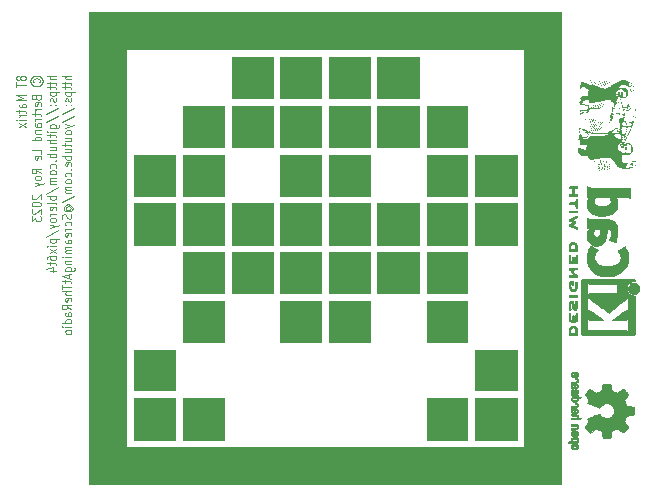
<source format=gbr>
%TF.GenerationSoftware,KiCad,Pcbnew,(6.0.10)*%
%TF.CreationDate,2023-02-01T20:58:39-08:00*%
%TF.ProjectId,pico8t-matrix,7069636f-3874-42d6-9d61-747269782e6b,rev?*%
%TF.SameCoordinates,Original*%
%TF.FileFunction,Legend,Bot*%
%TF.FilePolarity,Positive*%
%FSLAX46Y46*%
G04 Gerber Fmt 4.6, Leading zero omitted, Abs format (unit mm)*
G04 Created by KiCad (PCBNEW (6.0.10)) date 2023-02-01 20:58:39*
%MOMM*%
%LPD*%
G01*
G04 APERTURE LIST*
%ADD10C,0.125000*%
%ADD11C,0.010000*%
G04 APERTURE END LIST*
D10*
X36182761Y-18248869D02*
X36144666Y-18186964D01*
X36106571Y-18156011D01*
X36030380Y-18125059D01*
X35992285Y-18125059D01*
X35916095Y-18156011D01*
X35878000Y-18186964D01*
X35839904Y-18248869D01*
X35839904Y-18372678D01*
X35878000Y-18434583D01*
X35916095Y-18465535D01*
X35992285Y-18496488D01*
X36030380Y-18496488D01*
X36106571Y-18465535D01*
X36144666Y-18434583D01*
X36182761Y-18372678D01*
X36182761Y-18248869D01*
X36220857Y-18186964D01*
X36258952Y-18156011D01*
X36335142Y-18125059D01*
X36487523Y-18125059D01*
X36563714Y-18156011D01*
X36601809Y-18186964D01*
X36639904Y-18248869D01*
X36639904Y-18372678D01*
X36601809Y-18434583D01*
X36563714Y-18465535D01*
X36487523Y-18496488D01*
X36335142Y-18496488D01*
X36258952Y-18465535D01*
X36220857Y-18434583D01*
X36182761Y-18372678D01*
X35839904Y-18682202D02*
X35839904Y-19053630D01*
X36639904Y-18867916D02*
X35839904Y-18867916D01*
X36639904Y-19765535D02*
X35839904Y-19765535D01*
X36411333Y-19982202D01*
X35839904Y-20198869D01*
X36639904Y-20198869D01*
X36639904Y-20786964D02*
X36220857Y-20786964D01*
X36144666Y-20756011D01*
X36106571Y-20694107D01*
X36106571Y-20570297D01*
X36144666Y-20508392D01*
X36601809Y-20786964D02*
X36639904Y-20725059D01*
X36639904Y-20570297D01*
X36601809Y-20508392D01*
X36525619Y-20477440D01*
X36449428Y-20477440D01*
X36373238Y-20508392D01*
X36335142Y-20570297D01*
X36335142Y-20725059D01*
X36297047Y-20786964D01*
X36106571Y-21003630D02*
X36106571Y-21251250D01*
X35839904Y-21096488D02*
X36525619Y-21096488D01*
X36601809Y-21127440D01*
X36639904Y-21189345D01*
X36639904Y-21251250D01*
X36639904Y-21467916D02*
X36106571Y-21467916D01*
X36258952Y-21467916D02*
X36182761Y-21498869D01*
X36144666Y-21529821D01*
X36106571Y-21591726D01*
X36106571Y-21653630D01*
X36639904Y-21870297D02*
X36106571Y-21870297D01*
X35839904Y-21870297D02*
X35878000Y-21839345D01*
X35916095Y-21870297D01*
X35878000Y-21901250D01*
X35839904Y-21870297D01*
X35916095Y-21870297D01*
X36639904Y-22117916D02*
X36106571Y-22458392D01*
X36106571Y-22117916D02*
X36639904Y-22458392D01*
X37318380Y-18682202D02*
X37280285Y-18620297D01*
X37280285Y-18496488D01*
X37318380Y-18434583D01*
X37394571Y-18372678D01*
X37470761Y-18341726D01*
X37623142Y-18341726D01*
X37699333Y-18372678D01*
X37775523Y-18434583D01*
X37813619Y-18496488D01*
X37813619Y-18620297D01*
X37775523Y-18682202D01*
X37013619Y-18558392D02*
X37051714Y-18403630D01*
X37166000Y-18248869D01*
X37356476Y-18156011D01*
X37546952Y-18125059D01*
X37737428Y-18156011D01*
X37927904Y-18248869D01*
X38042190Y-18403630D01*
X38080285Y-18558392D01*
X38042190Y-18713154D01*
X37927904Y-18867916D01*
X37737428Y-18960773D01*
X37546952Y-18991726D01*
X37356476Y-18960773D01*
X37166000Y-18867916D01*
X37051714Y-18713154D01*
X37013619Y-18558392D01*
X37508857Y-19982202D02*
X37546952Y-20075059D01*
X37585047Y-20106011D01*
X37661238Y-20136964D01*
X37775523Y-20136964D01*
X37851714Y-20106011D01*
X37889809Y-20075059D01*
X37927904Y-20013154D01*
X37927904Y-19765535D01*
X37127904Y-19765535D01*
X37127904Y-19982202D01*
X37166000Y-20044107D01*
X37204095Y-20075059D01*
X37280285Y-20106011D01*
X37356476Y-20106011D01*
X37432666Y-20075059D01*
X37470761Y-20044107D01*
X37508857Y-19982202D01*
X37508857Y-19765535D01*
X37889809Y-20663154D02*
X37927904Y-20601250D01*
X37927904Y-20477440D01*
X37889809Y-20415535D01*
X37813619Y-20384583D01*
X37508857Y-20384583D01*
X37432666Y-20415535D01*
X37394571Y-20477440D01*
X37394571Y-20601250D01*
X37432666Y-20663154D01*
X37508857Y-20694107D01*
X37585047Y-20694107D01*
X37661238Y-20384583D01*
X37927904Y-20972678D02*
X37394571Y-20972678D01*
X37546952Y-20972678D02*
X37470761Y-21003630D01*
X37432666Y-21034583D01*
X37394571Y-21096488D01*
X37394571Y-21158392D01*
X37394571Y-21282202D02*
X37394571Y-21529821D01*
X37127904Y-21375059D02*
X37813619Y-21375059D01*
X37889809Y-21406011D01*
X37927904Y-21467916D01*
X37927904Y-21529821D01*
X37927904Y-21746488D02*
X37394571Y-21746488D01*
X37546952Y-21746488D02*
X37470761Y-21777440D01*
X37432666Y-21808392D01*
X37394571Y-21870297D01*
X37394571Y-21932202D01*
X37927904Y-22427440D02*
X37508857Y-22427440D01*
X37432666Y-22396488D01*
X37394571Y-22334583D01*
X37394571Y-22210773D01*
X37432666Y-22148869D01*
X37889809Y-22427440D02*
X37927904Y-22365535D01*
X37927904Y-22210773D01*
X37889809Y-22148869D01*
X37813619Y-22117916D01*
X37737428Y-22117916D01*
X37661238Y-22148869D01*
X37623142Y-22210773D01*
X37623142Y-22365535D01*
X37585047Y-22427440D01*
X37394571Y-22736964D02*
X37927904Y-22736964D01*
X37470761Y-22736964D02*
X37432666Y-22767916D01*
X37394571Y-22829821D01*
X37394571Y-22922678D01*
X37432666Y-22984583D01*
X37508857Y-23015535D01*
X37927904Y-23015535D01*
X37927904Y-23603630D02*
X37127904Y-23603630D01*
X37889809Y-23603630D02*
X37927904Y-23541726D01*
X37927904Y-23417916D01*
X37889809Y-23356011D01*
X37851714Y-23325059D01*
X37775523Y-23294107D01*
X37546952Y-23294107D01*
X37470761Y-23325059D01*
X37432666Y-23356011D01*
X37394571Y-23417916D01*
X37394571Y-23541726D01*
X37432666Y-23603630D01*
X37927904Y-24717916D02*
X37927904Y-24408392D01*
X37127904Y-24408392D01*
X37889809Y-25182202D02*
X37927904Y-25120297D01*
X37927904Y-24996488D01*
X37889809Y-24934583D01*
X37813619Y-24903630D01*
X37508857Y-24903630D01*
X37432666Y-24934583D01*
X37394571Y-24996488D01*
X37394571Y-25120297D01*
X37432666Y-25182202D01*
X37508857Y-25213154D01*
X37585047Y-25213154D01*
X37661238Y-24903630D01*
X37927904Y-26358392D02*
X37546952Y-26141726D01*
X37927904Y-25986964D02*
X37127904Y-25986964D01*
X37127904Y-26234583D01*
X37166000Y-26296488D01*
X37204095Y-26327440D01*
X37280285Y-26358392D01*
X37394571Y-26358392D01*
X37470761Y-26327440D01*
X37508857Y-26296488D01*
X37546952Y-26234583D01*
X37546952Y-25986964D01*
X37927904Y-26729821D02*
X37889809Y-26667916D01*
X37851714Y-26636964D01*
X37775523Y-26606011D01*
X37546952Y-26606011D01*
X37470761Y-26636964D01*
X37432666Y-26667916D01*
X37394571Y-26729821D01*
X37394571Y-26822678D01*
X37432666Y-26884583D01*
X37470761Y-26915535D01*
X37546952Y-26946488D01*
X37775523Y-26946488D01*
X37851714Y-26915535D01*
X37889809Y-26884583D01*
X37927904Y-26822678D01*
X37927904Y-26729821D01*
X37394571Y-27163154D02*
X37927904Y-27317916D01*
X37394571Y-27472678D02*
X37927904Y-27317916D01*
X38118380Y-27256011D01*
X38156476Y-27225059D01*
X38194571Y-27163154D01*
X37204095Y-28184583D02*
X37166000Y-28215535D01*
X37127904Y-28277440D01*
X37127904Y-28432202D01*
X37166000Y-28494107D01*
X37204095Y-28525059D01*
X37280285Y-28556011D01*
X37356476Y-28556011D01*
X37470761Y-28525059D01*
X37927904Y-28153630D01*
X37927904Y-28556011D01*
X37127904Y-28958392D02*
X37127904Y-29020297D01*
X37166000Y-29082202D01*
X37204095Y-29113154D01*
X37280285Y-29144107D01*
X37432666Y-29175059D01*
X37623142Y-29175059D01*
X37775523Y-29144107D01*
X37851714Y-29113154D01*
X37889809Y-29082202D01*
X37927904Y-29020297D01*
X37927904Y-28958392D01*
X37889809Y-28896488D01*
X37851714Y-28865535D01*
X37775523Y-28834583D01*
X37623142Y-28803630D01*
X37432666Y-28803630D01*
X37280285Y-28834583D01*
X37204095Y-28865535D01*
X37166000Y-28896488D01*
X37127904Y-28958392D01*
X37204095Y-29422678D02*
X37166000Y-29453630D01*
X37127904Y-29515535D01*
X37127904Y-29670297D01*
X37166000Y-29732202D01*
X37204095Y-29763154D01*
X37280285Y-29794107D01*
X37356476Y-29794107D01*
X37470761Y-29763154D01*
X37927904Y-29391726D01*
X37927904Y-29794107D01*
X37127904Y-30010773D02*
X37127904Y-30413154D01*
X37432666Y-30196488D01*
X37432666Y-30289345D01*
X37470761Y-30351249D01*
X37508857Y-30382202D01*
X37585047Y-30413154D01*
X37775523Y-30413154D01*
X37851714Y-30382202D01*
X37889809Y-30351249D01*
X37927904Y-30289345D01*
X37927904Y-30103630D01*
X37889809Y-30041726D01*
X37851714Y-30010773D01*
X39215904Y-18156011D02*
X38415904Y-18156011D01*
X39215904Y-18434583D02*
X38796857Y-18434583D01*
X38720666Y-18403630D01*
X38682571Y-18341726D01*
X38682571Y-18248869D01*
X38720666Y-18186964D01*
X38758761Y-18156011D01*
X38682571Y-18651250D02*
X38682571Y-18898869D01*
X38415904Y-18744107D02*
X39101619Y-18744107D01*
X39177809Y-18775059D01*
X39215904Y-18836964D01*
X39215904Y-18898869D01*
X38682571Y-19022678D02*
X38682571Y-19270297D01*
X38415904Y-19115535D02*
X39101619Y-19115535D01*
X39177809Y-19146488D01*
X39215904Y-19208392D01*
X39215904Y-19270297D01*
X38682571Y-19486964D02*
X39482571Y-19486964D01*
X38720666Y-19486964D02*
X38682571Y-19548869D01*
X38682571Y-19672678D01*
X38720666Y-19734583D01*
X38758761Y-19765535D01*
X38834952Y-19796488D01*
X39063523Y-19796488D01*
X39139714Y-19765535D01*
X39177809Y-19734583D01*
X39215904Y-19672678D01*
X39215904Y-19548869D01*
X39177809Y-19486964D01*
X39177809Y-20044107D02*
X39215904Y-20106011D01*
X39215904Y-20229821D01*
X39177809Y-20291726D01*
X39101619Y-20322678D01*
X39063523Y-20322678D01*
X38987333Y-20291726D01*
X38949238Y-20229821D01*
X38949238Y-20136964D01*
X38911142Y-20075059D01*
X38834952Y-20044107D01*
X38796857Y-20044107D01*
X38720666Y-20075059D01*
X38682571Y-20136964D01*
X38682571Y-20229821D01*
X38720666Y-20291726D01*
X39139714Y-20601250D02*
X39177809Y-20632202D01*
X39215904Y-20601250D01*
X39177809Y-20570297D01*
X39139714Y-20601250D01*
X39215904Y-20601250D01*
X38720666Y-20601250D02*
X38758761Y-20632202D01*
X38796857Y-20601250D01*
X38758761Y-20570297D01*
X38720666Y-20601250D01*
X38796857Y-20601250D01*
X38377809Y-21375059D02*
X39406380Y-20817916D01*
X38377809Y-22056011D02*
X39406380Y-21498869D01*
X38682571Y-22551250D02*
X39330190Y-22551250D01*
X39406380Y-22520297D01*
X39444476Y-22489345D01*
X39482571Y-22427440D01*
X39482571Y-22334583D01*
X39444476Y-22272678D01*
X39177809Y-22551250D02*
X39215904Y-22489345D01*
X39215904Y-22365535D01*
X39177809Y-22303630D01*
X39139714Y-22272678D01*
X39063523Y-22241726D01*
X38834952Y-22241726D01*
X38758761Y-22272678D01*
X38720666Y-22303630D01*
X38682571Y-22365535D01*
X38682571Y-22489345D01*
X38720666Y-22551250D01*
X39215904Y-22860773D02*
X38682571Y-22860773D01*
X38415904Y-22860773D02*
X38454000Y-22829821D01*
X38492095Y-22860773D01*
X38454000Y-22891726D01*
X38415904Y-22860773D01*
X38492095Y-22860773D01*
X38682571Y-23077440D02*
X38682571Y-23325059D01*
X38415904Y-23170297D02*
X39101619Y-23170297D01*
X39177809Y-23201250D01*
X39215904Y-23263154D01*
X39215904Y-23325059D01*
X39215904Y-23541726D02*
X38415904Y-23541726D01*
X39215904Y-23820297D02*
X38796857Y-23820297D01*
X38720666Y-23789345D01*
X38682571Y-23727440D01*
X38682571Y-23634583D01*
X38720666Y-23572678D01*
X38758761Y-23541726D01*
X38682571Y-24408392D02*
X39215904Y-24408392D01*
X38682571Y-24129821D02*
X39101619Y-24129821D01*
X39177809Y-24160773D01*
X39215904Y-24222678D01*
X39215904Y-24315535D01*
X39177809Y-24377440D01*
X39139714Y-24408392D01*
X39215904Y-24717916D02*
X38415904Y-24717916D01*
X38720666Y-24717916D02*
X38682571Y-24779821D01*
X38682571Y-24903630D01*
X38720666Y-24965535D01*
X38758761Y-24996488D01*
X38834952Y-25027440D01*
X39063523Y-25027440D01*
X39139714Y-24996488D01*
X39177809Y-24965535D01*
X39215904Y-24903630D01*
X39215904Y-24779821D01*
X39177809Y-24717916D01*
X39139714Y-25306011D02*
X39177809Y-25336964D01*
X39215904Y-25306011D01*
X39177809Y-25275059D01*
X39139714Y-25306011D01*
X39215904Y-25306011D01*
X39177809Y-25894107D02*
X39215904Y-25832202D01*
X39215904Y-25708392D01*
X39177809Y-25646488D01*
X39139714Y-25615535D01*
X39063523Y-25584583D01*
X38834952Y-25584583D01*
X38758761Y-25615535D01*
X38720666Y-25646488D01*
X38682571Y-25708392D01*
X38682571Y-25832202D01*
X38720666Y-25894107D01*
X39215904Y-26265535D02*
X39177809Y-26203630D01*
X39139714Y-26172678D01*
X39063523Y-26141726D01*
X38834952Y-26141726D01*
X38758761Y-26172678D01*
X38720666Y-26203630D01*
X38682571Y-26265535D01*
X38682571Y-26358392D01*
X38720666Y-26420297D01*
X38758761Y-26451250D01*
X38834952Y-26482202D01*
X39063523Y-26482202D01*
X39139714Y-26451250D01*
X39177809Y-26420297D01*
X39215904Y-26358392D01*
X39215904Y-26265535D01*
X39215904Y-26760773D02*
X38682571Y-26760773D01*
X38758761Y-26760773D02*
X38720666Y-26791726D01*
X38682571Y-26853630D01*
X38682571Y-26946488D01*
X38720666Y-27008392D01*
X38796857Y-27039345D01*
X39215904Y-27039345D01*
X38796857Y-27039345D02*
X38720666Y-27070297D01*
X38682571Y-27132202D01*
X38682571Y-27225059D01*
X38720666Y-27286964D01*
X38796857Y-27317916D01*
X39215904Y-27317916D01*
X38377809Y-28091726D02*
X39406380Y-27534583D01*
X39215904Y-28308392D02*
X38415904Y-28308392D01*
X38720666Y-28308392D02*
X38682571Y-28370297D01*
X38682571Y-28494107D01*
X38720666Y-28556011D01*
X38758761Y-28586964D01*
X38834952Y-28617916D01*
X39063523Y-28617916D01*
X39139714Y-28586964D01*
X39177809Y-28556011D01*
X39215904Y-28494107D01*
X39215904Y-28370297D01*
X39177809Y-28308392D01*
X39215904Y-28989345D02*
X39177809Y-28927440D01*
X39101619Y-28896488D01*
X38415904Y-28896488D01*
X39177809Y-29484583D02*
X39215904Y-29422678D01*
X39215904Y-29298869D01*
X39177809Y-29236964D01*
X39101619Y-29206011D01*
X38796857Y-29206011D01*
X38720666Y-29236964D01*
X38682571Y-29298869D01*
X38682571Y-29422678D01*
X38720666Y-29484583D01*
X38796857Y-29515535D01*
X38873047Y-29515535D01*
X38949238Y-29206011D01*
X39215904Y-29794107D02*
X38682571Y-29794107D01*
X38834952Y-29794107D02*
X38758761Y-29825059D01*
X38720666Y-29856011D01*
X38682571Y-29917916D01*
X38682571Y-29979821D01*
X39215904Y-30289345D02*
X39177809Y-30227440D01*
X39139714Y-30196488D01*
X39063523Y-30165535D01*
X38834952Y-30165535D01*
X38758761Y-30196488D01*
X38720666Y-30227440D01*
X38682571Y-30289345D01*
X38682571Y-30382202D01*
X38720666Y-30444107D01*
X38758761Y-30475059D01*
X38834952Y-30506011D01*
X39063523Y-30506011D01*
X39139714Y-30475059D01*
X39177809Y-30444107D01*
X39215904Y-30382202D01*
X39215904Y-30289345D01*
X38682571Y-30722678D02*
X39215904Y-30877440D01*
X38682571Y-31032202D02*
X39215904Y-30877440D01*
X39406380Y-30815535D01*
X39444476Y-30784583D01*
X39482571Y-30722678D01*
X38377809Y-31744107D02*
X39406380Y-31186964D01*
X38682571Y-31960773D02*
X39482571Y-31960773D01*
X38720666Y-31960773D02*
X38682571Y-32022678D01*
X38682571Y-32146488D01*
X38720666Y-32208392D01*
X38758761Y-32239345D01*
X38834952Y-32270297D01*
X39063523Y-32270297D01*
X39139714Y-32239345D01*
X39177809Y-32208392D01*
X39215904Y-32146488D01*
X39215904Y-32022678D01*
X39177809Y-31960773D01*
X39215904Y-32548869D02*
X38682571Y-32548869D01*
X38415904Y-32548869D02*
X38454000Y-32517916D01*
X38492095Y-32548869D01*
X38454000Y-32579821D01*
X38415904Y-32548869D01*
X38492095Y-32548869D01*
X39215904Y-32796488D02*
X38682571Y-33136964D01*
X38682571Y-32796488D02*
X39215904Y-33136964D01*
X38415904Y-33663154D02*
X38415904Y-33539345D01*
X38454000Y-33477440D01*
X38492095Y-33446488D01*
X38606380Y-33384583D01*
X38758761Y-33353630D01*
X39063523Y-33353630D01*
X39139714Y-33384583D01*
X39177809Y-33415535D01*
X39215904Y-33477440D01*
X39215904Y-33601250D01*
X39177809Y-33663154D01*
X39139714Y-33694107D01*
X39063523Y-33725059D01*
X38873047Y-33725059D01*
X38796857Y-33694107D01*
X38758761Y-33663154D01*
X38720666Y-33601250D01*
X38720666Y-33477440D01*
X38758761Y-33415535D01*
X38796857Y-33384583D01*
X38873047Y-33353630D01*
X38682571Y-33910773D02*
X38682571Y-34158392D01*
X38415904Y-34003630D02*
X39101619Y-34003630D01*
X39177809Y-34034583D01*
X39215904Y-34096488D01*
X39215904Y-34158392D01*
X38682571Y-34653630D02*
X39215904Y-34653630D01*
X38377809Y-34498869D02*
X38949238Y-34344107D01*
X38949238Y-34746488D01*
X40503904Y-18156011D02*
X39703904Y-18156011D01*
X40503904Y-18434583D02*
X40084857Y-18434583D01*
X40008666Y-18403630D01*
X39970571Y-18341726D01*
X39970571Y-18248869D01*
X40008666Y-18186964D01*
X40046761Y-18156011D01*
X39970571Y-18651250D02*
X39970571Y-18898869D01*
X39703904Y-18744107D02*
X40389619Y-18744107D01*
X40465809Y-18775059D01*
X40503904Y-18836964D01*
X40503904Y-18898869D01*
X39970571Y-19022678D02*
X39970571Y-19270297D01*
X39703904Y-19115535D02*
X40389619Y-19115535D01*
X40465809Y-19146488D01*
X40503904Y-19208392D01*
X40503904Y-19270297D01*
X39970571Y-19486964D02*
X40770571Y-19486964D01*
X40008666Y-19486964D02*
X39970571Y-19548869D01*
X39970571Y-19672678D01*
X40008666Y-19734583D01*
X40046761Y-19765535D01*
X40122952Y-19796488D01*
X40351523Y-19796488D01*
X40427714Y-19765535D01*
X40465809Y-19734583D01*
X40503904Y-19672678D01*
X40503904Y-19548869D01*
X40465809Y-19486964D01*
X40465809Y-20044107D02*
X40503904Y-20106011D01*
X40503904Y-20229821D01*
X40465809Y-20291726D01*
X40389619Y-20322678D01*
X40351523Y-20322678D01*
X40275333Y-20291726D01*
X40237238Y-20229821D01*
X40237238Y-20136964D01*
X40199142Y-20075059D01*
X40122952Y-20044107D01*
X40084857Y-20044107D01*
X40008666Y-20075059D01*
X39970571Y-20136964D01*
X39970571Y-20229821D01*
X40008666Y-20291726D01*
X40427714Y-20601250D02*
X40465809Y-20632202D01*
X40503904Y-20601250D01*
X40465809Y-20570297D01*
X40427714Y-20601250D01*
X40503904Y-20601250D01*
X40008666Y-20601250D02*
X40046761Y-20632202D01*
X40084857Y-20601250D01*
X40046761Y-20570297D01*
X40008666Y-20601250D01*
X40084857Y-20601250D01*
X39665809Y-21375059D02*
X40694380Y-20817916D01*
X39665809Y-22056011D02*
X40694380Y-21498869D01*
X39970571Y-22210773D02*
X40503904Y-22365535D01*
X39970571Y-22520297D02*
X40503904Y-22365535D01*
X40694380Y-22303630D01*
X40732476Y-22272678D01*
X40770571Y-22210773D01*
X40503904Y-22860773D02*
X40465809Y-22798869D01*
X40427714Y-22767916D01*
X40351523Y-22736964D01*
X40122952Y-22736964D01*
X40046761Y-22767916D01*
X40008666Y-22798869D01*
X39970571Y-22860773D01*
X39970571Y-22953630D01*
X40008666Y-23015535D01*
X40046761Y-23046488D01*
X40122952Y-23077440D01*
X40351523Y-23077440D01*
X40427714Y-23046488D01*
X40465809Y-23015535D01*
X40503904Y-22953630D01*
X40503904Y-22860773D01*
X39970571Y-23634583D02*
X40503904Y-23634583D01*
X39970571Y-23356011D02*
X40389619Y-23356011D01*
X40465809Y-23386964D01*
X40503904Y-23448869D01*
X40503904Y-23541726D01*
X40465809Y-23603630D01*
X40427714Y-23634583D01*
X39970571Y-23851250D02*
X39970571Y-24098869D01*
X39703904Y-23944107D02*
X40389619Y-23944107D01*
X40465809Y-23975059D01*
X40503904Y-24036964D01*
X40503904Y-24098869D01*
X39970571Y-24594107D02*
X40503904Y-24594107D01*
X39970571Y-24315535D02*
X40389619Y-24315535D01*
X40465809Y-24346488D01*
X40503904Y-24408392D01*
X40503904Y-24501250D01*
X40465809Y-24563154D01*
X40427714Y-24594107D01*
X40503904Y-24903630D02*
X39703904Y-24903630D01*
X40008666Y-24903630D02*
X39970571Y-24965535D01*
X39970571Y-25089345D01*
X40008666Y-25151250D01*
X40046761Y-25182202D01*
X40122952Y-25213154D01*
X40351523Y-25213154D01*
X40427714Y-25182202D01*
X40465809Y-25151250D01*
X40503904Y-25089345D01*
X40503904Y-24965535D01*
X40465809Y-24903630D01*
X40465809Y-25739345D02*
X40503904Y-25677440D01*
X40503904Y-25553630D01*
X40465809Y-25491726D01*
X40389619Y-25460773D01*
X40084857Y-25460773D01*
X40008666Y-25491726D01*
X39970571Y-25553630D01*
X39970571Y-25677440D01*
X40008666Y-25739345D01*
X40084857Y-25770297D01*
X40161047Y-25770297D01*
X40237238Y-25460773D01*
X40427714Y-26048869D02*
X40465809Y-26079821D01*
X40503904Y-26048869D01*
X40465809Y-26017916D01*
X40427714Y-26048869D01*
X40503904Y-26048869D01*
X40465809Y-26636964D02*
X40503904Y-26575059D01*
X40503904Y-26451250D01*
X40465809Y-26389345D01*
X40427714Y-26358392D01*
X40351523Y-26327440D01*
X40122952Y-26327440D01*
X40046761Y-26358392D01*
X40008666Y-26389345D01*
X39970571Y-26451250D01*
X39970571Y-26575059D01*
X40008666Y-26636964D01*
X40503904Y-27008392D02*
X40465809Y-26946488D01*
X40427714Y-26915535D01*
X40351523Y-26884583D01*
X40122952Y-26884583D01*
X40046761Y-26915535D01*
X40008666Y-26946488D01*
X39970571Y-27008392D01*
X39970571Y-27101250D01*
X40008666Y-27163154D01*
X40046761Y-27194107D01*
X40122952Y-27225059D01*
X40351523Y-27225059D01*
X40427714Y-27194107D01*
X40465809Y-27163154D01*
X40503904Y-27101250D01*
X40503904Y-27008392D01*
X40503904Y-27503630D02*
X39970571Y-27503630D01*
X40046761Y-27503630D02*
X40008666Y-27534583D01*
X39970571Y-27596488D01*
X39970571Y-27689345D01*
X40008666Y-27751250D01*
X40084857Y-27782202D01*
X40503904Y-27782202D01*
X40084857Y-27782202D02*
X40008666Y-27813154D01*
X39970571Y-27875059D01*
X39970571Y-27967916D01*
X40008666Y-28029821D01*
X40084857Y-28060773D01*
X40503904Y-28060773D01*
X39665809Y-28834583D02*
X40694380Y-28277440D01*
X40122952Y-29453630D02*
X40084857Y-29422678D01*
X40046761Y-29360773D01*
X40046761Y-29298869D01*
X40084857Y-29236964D01*
X40122952Y-29206011D01*
X40199142Y-29175059D01*
X40275333Y-29175059D01*
X40351523Y-29206011D01*
X40389619Y-29236964D01*
X40427714Y-29298869D01*
X40427714Y-29360773D01*
X40389619Y-29422678D01*
X40351523Y-29453630D01*
X40046761Y-29453630D02*
X40351523Y-29453630D01*
X40389619Y-29484583D01*
X40389619Y-29515535D01*
X40351523Y-29577440D01*
X40275333Y-29608392D01*
X40084857Y-29608392D01*
X39970571Y-29546488D01*
X39894380Y-29453630D01*
X39856285Y-29329821D01*
X39894380Y-29206011D01*
X39970571Y-29113154D01*
X40084857Y-29051250D01*
X40237238Y-29020297D01*
X40389619Y-29051250D01*
X40503904Y-29113154D01*
X40580095Y-29206011D01*
X40618190Y-29329821D01*
X40580095Y-29453630D01*
X40503904Y-29546488D01*
X40465809Y-29856011D02*
X40503904Y-29948869D01*
X40503904Y-30103630D01*
X40465809Y-30165535D01*
X40427714Y-30196488D01*
X40351523Y-30227440D01*
X40275333Y-30227440D01*
X40199142Y-30196488D01*
X40161047Y-30165535D01*
X40122952Y-30103630D01*
X40084857Y-29979821D01*
X40046761Y-29917916D01*
X40008666Y-29886964D01*
X39932476Y-29856011D01*
X39856285Y-29856011D01*
X39780095Y-29886964D01*
X39742000Y-29917916D01*
X39703904Y-29979821D01*
X39703904Y-30134583D01*
X39742000Y-30227440D01*
X40465809Y-30784583D02*
X40503904Y-30722678D01*
X40503904Y-30598869D01*
X40465809Y-30536964D01*
X40427714Y-30506011D01*
X40351523Y-30475059D01*
X40122952Y-30475059D01*
X40046761Y-30506011D01*
X40008666Y-30536964D01*
X39970571Y-30598869D01*
X39970571Y-30722678D01*
X40008666Y-30784583D01*
X40503904Y-31063154D02*
X39970571Y-31063154D01*
X40122952Y-31063154D02*
X40046761Y-31094107D01*
X40008666Y-31125059D01*
X39970571Y-31186964D01*
X39970571Y-31248869D01*
X40465809Y-31713154D02*
X40503904Y-31651250D01*
X40503904Y-31527440D01*
X40465809Y-31465535D01*
X40389619Y-31434583D01*
X40084857Y-31434583D01*
X40008666Y-31465535D01*
X39970571Y-31527440D01*
X39970571Y-31651250D01*
X40008666Y-31713154D01*
X40084857Y-31744107D01*
X40161047Y-31744107D01*
X40237238Y-31434583D01*
X40503904Y-32301250D02*
X40084857Y-32301250D01*
X40008666Y-32270297D01*
X39970571Y-32208392D01*
X39970571Y-32084583D01*
X40008666Y-32022678D01*
X40465809Y-32301250D02*
X40503904Y-32239345D01*
X40503904Y-32084583D01*
X40465809Y-32022678D01*
X40389619Y-31991726D01*
X40313428Y-31991726D01*
X40237238Y-32022678D01*
X40199142Y-32084583D01*
X40199142Y-32239345D01*
X40161047Y-32301250D01*
X40503904Y-32610773D02*
X39970571Y-32610773D01*
X40046761Y-32610773D02*
X40008666Y-32641726D01*
X39970571Y-32703630D01*
X39970571Y-32796488D01*
X40008666Y-32858392D01*
X40084857Y-32889345D01*
X40503904Y-32889345D01*
X40084857Y-32889345D02*
X40008666Y-32920297D01*
X39970571Y-32982202D01*
X39970571Y-33075059D01*
X40008666Y-33136964D01*
X40084857Y-33167916D01*
X40503904Y-33167916D01*
X40503904Y-33477440D02*
X39970571Y-33477440D01*
X39703904Y-33477440D02*
X39742000Y-33446488D01*
X39780095Y-33477440D01*
X39742000Y-33508392D01*
X39703904Y-33477440D01*
X39780095Y-33477440D01*
X39970571Y-33786964D02*
X40503904Y-33786964D01*
X40046761Y-33786964D02*
X40008666Y-33817916D01*
X39970571Y-33879821D01*
X39970571Y-33972678D01*
X40008666Y-34034583D01*
X40084857Y-34065535D01*
X40503904Y-34065535D01*
X39970571Y-34653630D02*
X40618190Y-34653630D01*
X40694380Y-34622678D01*
X40732476Y-34591726D01*
X40770571Y-34529821D01*
X40770571Y-34436964D01*
X40732476Y-34375059D01*
X40465809Y-34653630D02*
X40503904Y-34591726D01*
X40503904Y-34467916D01*
X40465809Y-34406011D01*
X40427714Y-34375059D01*
X40351523Y-34344107D01*
X40122952Y-34344107D01*
X40046761Y-34375059D01*
X40008666Y-34406011D01*
X39970571Y-34467916D01*
X39970571Y-34591726D01*
X40008666Y-34653630D01*
X40275333Y-34932202D02*
X40275333Y-35241726D01*
X40503904Y-34870297D02*
X39703904Y-35086964D01*
X40503904Y-35303630D01*
X39970571Y-35427440D02*
X39970571Y-35675059D01*
X39703904Y-35520297D02*
X40389619Y-35520297D01*
X40465809Y-35551250D01*
X40503904Y-35613154D01*
X40503904Y-35675059D01*
X39703904Y-35798869D02*
X39703904Y-36170297D01*
X40503904Y-35984583D02*
X39703904Y-35984583D01*
X40503904Y-36386964D02*
X39703904Y-36386964D01*
X40503904Y-36665535D02*
X40084857Y-36665535D01*
X40008666Y-36634583D01*
X39970571Y-36572678D01*
X39970571Y-36479821D01*
X40008666Y-36417916D01*
X40046761Y-36386964D01*
X40465809Y-37222678D02*
X40503904Y-37160773D01*
X40503904Y-37036964D01*
X40465809Y-36975059D01*
X40389619Y-36944107D01*
X40084857Y-36944107D01*
X40008666Y-36975059D01*
X39970571Y-37036964D01*
X39970571Y-37160773D01*
X40008666Y-37222678D01*
X40084857Y-37253630D01*
X40161047Y-37253630D01*
X40237238Y-36944107D01*
X40503904Y-37903630D02*
X40122952Y-37686964D01*
X40503904Y-37532202D02*
X39703904Y-37532202D01*
X39703904Y-37779821D01*
X39742000Y-37841726D01*
X39780095Y-37872678D01*
X39856285Y-37903630D01*
X39970571Y-37903630D01*
X40046761Y-37872678D01*
X40084857Y-37841726D01*
X40122952Y-37779821D01*
X40122952Y-37532202D01*
X40503904Y-38460773D02*
X40084857Y-38460773D01*
X40008666Y-38429821D01*
X39970571Y-38367916D01*
X39970571Y-38244107D01*
X40008666Y-38182202D01*
X40465809Y-38460773D02*
X40503904Y-38398869D01*
X40503904Y-38244107D01*
X40465809Y-38182202D01*
X40389619Y-38151250D01*
X40313428Y-38151250D01*
X40237238Y-38182202D01*
X40199142Y-38244107D01*
X40199142Y-38398869D01*
X40161047Y-38460773D01*
X40503904Y-39048869D02*
X39703904Y-39048869D01*
X40465809Y-39048869D02*
X40503904Y-38986964D01*
X40503904Y-38863154D01*
X40465809Y-38801250D01*
X40427714Y-38770297D01*
X40351523Y-38739345D01*
X40122952Y-38739345D01*
X40046761Y-38770297D01*
X40008666Y-38801250D01*
X39970571Y-38863154D01*
X39970571Y-38986964D01*
X40008666Y-39048869D01*
X40503904Y-39358392D02*
X39970571Y-39358392D01*
X39703904Y-39358392D02*
X39742000Y-39327440D01*
X39780095Y-39358392D01*
X39742000Y-39389345D01*
X39703904Y-39358392D01*
X39780095Y-39358392D01*
X40503904Y-39760773D02*
X40465809Y-39698869D01*
X40427714Y-39667916D01*
X40351523Y-39636964D01*
X40122952Y-39636964D01*
X40046761Y-39667916D01*
X40008666Y-39698869D01*
X39970571Y-39760773D01*
X39970571Y-39853630D01*
X40008666Y-39915535D01*
X40046761Y-39946488D01*
X40122952Y-39977440D01*
X40351523Y-39977440D01*
X40427714Y-39946488D01*
X40465809Y-39915535D01*
X40503904Y-39853630D01*
X40503904Y-39760773D01*
%TO.C,G\u002A\u002A\u002A*%
G36*
X61760211Y-36611203D02*
G01*
X58185797Y-36611203D01*
X58185797Y-33036789D01*
X61760211Y-33036789D01*
X61760211Y-36611203D01*
G37*
G36*
X49358079Y-32495211D02*
G01*
X45783665Y-32495211D01*
X45783665Y-28920797D01*
X49358079Y-28920797D01*
X49358079Y-32495211D01*
G37*
G36*
X74108185Y-32495211D02*
G01*
X70587930Y-32495211D01*
X70587930Y-28920797D01*
X74108185Y-28920797D01*
X74108185Y-32495211D01*
G37*
G36*
X53474070Y-40727194D02*
G01*
X49953814Y-40727194D01*
X49953814Y-37152780D01*
X53474070Y-37152780D01*
X53474070Y-40727194D01*
G37*
G36*
X69992194Y-20093079D02*
G01*
X66417780Y-20093079D01*
X66417780Y-16518665D01*
X69992194Y-16518665D01*
X69992194Y-20093079D01*
G37*
G36*
X65876203Y-40727194D02*
G01*
X62301789Y-40727194D01*
X62301789Y-37152780D01*
X65876203Y-37152780D01*
X65876203Y-40727194D01*
G37*
G36*
X65876203Y-24209070D02*
G01*
X62301789Y-24209070D01*
X62301789Y-20688815D01*
X65876203Y-20688815D01*
X65876203Y-24209070D01*
G37*
G36*
X65876203Y-32495211D02*
G01*
X62301789Y-32495211D01*
X62301789Y-28920797D01*
X65876203Y-28920797D01*
X65876203Y-32495211D01*
G37*
G36*
X78278335Y-49013335D02*
G01*
X74703921Y-49013335D01*
X74703921Y-45438921D01*
X78278335Y-45438921D01*
X78278335Y-49013335D01*
G37*
G36*
X53474070Y-28379220D02*
G01*
X49953814Y-28379220D01*
X49953814Y-24804806D01*
X53474070Y-24804806D01*
X53474070Y-28379220D01*
G37*
G36*
X61760211Y-28379220D02*
G01*
X58185797Y-28379220D01*
X58185797Y-24804806D01*
X61760211Y-24804806D01*
X61760211Y-28379220D01*
G37*
G36*
X57644220Y-20093079D02*
G01*
X54069806Y-20093079D01*
X54069806Y-16518665D01*
X57644220Y-16518665D01*
X57644220Y-20093079D01*
G37*
G36*
X74108185Y-24209070D02*
G01*
X70587930Y-24209070D01*
X70587930Y-20688815D01*
X74108185Y-20688815D01*
X74108185Y-24209070D01*
G37*
G36*
X49358079Y-44843186D02*
G01*
X45783665Y-44843186D01*
X45783665Y-41322930D01*
X49358079Y-41322930D01*
X49358079Y-44843186D01*
G37*
G36*
X78278335Y-32495211D02*
G01*
X74703921Y-32495211D01*
X74703921Y-28920797D01*
X78278335Y-28920797D01*
X78278335Y-32495211D01*
G37*
G36*
X65876203Y-20093079D02*
G01*
X62301789Y-20093079D01*
X62301789Y-16518665D01*
X65876203Y-16518665D01*
X65876203Y-20093079D01*
G37*
G36*
X53474070Y-36611203D02*
G01*
X49953814Y-36611203D01*
X49953814Y-33036789D01*
X53474070Y-33036789D01*
X53474070Y-36611203D01*
G37*
G36*
X74108185Y-28379220D02*
G01*
X70587930Y-28379220D01*
X70587930Y-24804806D01*
X74108185Y-24804806D01*
X74108185Y-28379220D01*
G37*
G36*
X69992194Y-32495211D02*
G01*
X66417780Y-32495211D01*
X66417780Y-28920797D01*
X69992194Y-28920797D01*
X69992194Y-32495211D01*
G37*
G36*
X69992194Y-36611203D02*
G01*
X66417780Y-36611203D01*
X66417780Y-33036789D01*
X69992194Y-33036789D01*
X69992194Y-36611203D01*
G37*
G36*
X49358079Y-49013335D02*
G01*
X45783665Y-49013335D01*
X45783665Y-45438921D01*
X49358079Y-45438921D01*
X49358079Y-49013335D01*
G37*
G36*
X78278335Y-44843186D02*
G01*
X74703921Y-44843186D01*
X74703921Y-41322930D01*
X78278335Y-41322930D01*
X78278335Y-44843186D01*
G37*
G36*
X74108185Y-36611203D02*
G01*
X70587930Y-36611203D01*
X70587930Y-33036789D01*
X74108185Y-33036789D01*
X74108185Y-36611203D01*
G37*
G36*
X57644220Y-36611203D02*
G01*
X54069806Y-36611203D01*
X54069806Y-33036789D01*
X57644220Y-33036789D01*
X57644220Y-36611203D01*
G37*
G36*
X69992194Y-24209070D02*
G01*
X66417780Y-24209070D01*
X66417780Y-20688815D01*
X69992194Y-20688815D01*
X69992194Y-24209070D01*
G37*
G36*
X41992620Y-52804380D02*
G01*
X41992620Y-49554913D01*
X45242087Y-49554913D01*
X78819913Y-49554913D01*
X78819913Y-15977087D01*
X45242087Y-15977087D01*
X45242087Y-49554913D01*
X41992620Y-49554913D01*
X41992620Y-12727621D01*
X82069379Y-12727621D01*
X82069379Y-52804380D01*
X41992620Y-52804380D01*
G37*
G36*
X78278335Y-28379220D02*
G01*
X74703921Y-28379220D01*
X74703921Y-24804806D01*
X78278335Y-24804806D01*
X78278335Y-28379220D01*
G37*
G36*
X74108185Y-40727194D02*
G01*
X70587930Y-40727194D01*
X70587930Y-37152780D01*
X74108185Y-37152780D01*
X74108185Y-40727194D01*
G37*
G36*
X53474070Y-24209070D02*
G01*
X49953814Y-24209070D01*
X49953814Y-20688815D01*
X53474070Y-20688815D01*
X53474070Y-24209070D01*
G37*
G36*
X57644220Y-32495211D02*
G01*
X54069806Y-32495211D01*
X54069806Y-28920797D01*
X57644220Y-28920797D01*
X57644220Y-32495211D01*
G37*
G36*
X65876203Y-36611203D02*
G01*
X62301789Y-36611203D01*
X62301789Y-33036789D01*
X65876203Y-33036789D01*
X65876203Y-36611203D01*
G37*
G36*
X57644220Y-24209070D02*
G01*
X54069806Y-24209070D01*
X54069806Y-20688815D01*
X57644220Y-20688815D01*
X57644220Y-24209070D01*
G37*
G36*
X53474070Y-32495211D02*
G01*
X49953814Y-32495211D01*
X49953814Y-28920797D01*
X53474070Y-28920797D01*
X53474070Y-32495211D01*
G37*
G36*
X53474070Y-49013335D02*
G01*
X49953814Y-49013335D01*
X49953814Y-45438921D01*
X53474070Y-45438921D01*
X53474070Y-49013335D01*
G37*
G36*
X61760211Y-24209070D02*
G01*
X58185797Y-24209070D01*
X58185797Y-20688815D01*
X61760211Y-20688815D01*
X61760211Y-24209070D01*
G37*
G36*
X74108185Y-49013335D02*
G01*
X70587930Y-49013335D01*
X70587930Y-45438921D01*
X74108185Y-45438921D01*
X74108185Y-49013335D01*
G37*
G36*
X49358079Y-28379220D02*
G01*
X45783665Y-28379220D01*
X45783665Y-24804806D01*
X49358079Y-24804806D01*
X49358079Y-28379220D01*
G37*
G36*
X65876203Y-28379220D02*
G01*
X62301789Y-28379220D01*
X62301789Y-24804806D01*
X65876203Y-24804806D01*
X65876203Y-28379220D01*
G37*
G36*
X61760211Y-40727194D02*
G01*
X58185797Y-40727194D01*
X58185797Y-37152780D01*
X61760211Y-37152780D01*
X61760211Y-40727194D01*
G37*
G36*
X61760211Y-32495211D02*
G01*
X58185797Y-32495211D01*
X58185797Y-28920797D01*
X61760211Y-28920797D01*
X61760211Y-32495211D01*
G37*
G36*
X61760211Y-20093079D02*
G01*
X58185797Y-20093079D01*
X58185797Y-16518665D01*
X61760211Y-16518665D01*
X61760211Y-20093079D01*
G37*
G36*
X87325153Y-23513187D02*
G01*
X87341424Y-23515650D01*
X87345044Y-23520152D01*
X87342546Y-23522231D01*
X87328912Y-23525929D01*
X87309775Y-23527381D01*
X87291526Y-23526347D01*
X87280552Y-23522585D01*
X87276958Y-23518249D01*
X87278448Y-23514740D01*
X87289496Y-23513196D01*
X87312621Y-23512851D01*
X87325153Y-23513187D01*
G37*
G36*
X85432319Y-22221812D02*
G01*
X85435846Y-22231534D01*
X85434603Y-22236636D01*
X85425124Y-22242486D01*
X85419726Y-22240953D01*
X85418604Y-22231534D01*
X85421345Y-22226393D01*
X85429326Y-22220583D01*
X85432319Y-22221812D01*
G37*
G36*
X85124326Y-21950669D02*
G01*
X85132336Y-21957780D01*
X85130550Y-21969472D01*
X85125683Y-21975033D01*
X85110523Y-21987047D01*
X85093199Y-21997247D01*
X85080126Y-22001554D01*
X85076595Y-22001057D01*
X85070799Y-21994902D01*
X85072655Y-21990686D01*
X85082727Y-21979207D01*
X85097453Y-21965952D01*
X85112124Y-21955004D01*
X85122035Y-21950448D01*
X85124326Y-21950669D01*
G37*
G36*
X87852678Y-19228768D02*
G01*
X87856404Y-19233738D01*
X87858548Y-19245953D01*
X87859527Y-19267864D01*
X87859761Y-19301923D01*
X87859862Y-19317898D01*
X87861309Y-19354150D01*
X87864627Y-19378195D01*
X87870010Y-19391739D01*
X87870096Y-19391856D01*
X87882199Y-19400957D01*
X87903786Y-19411331D01*
X87930243Y-19420756D01*
X87941299Y-19424225D01*
X87967959Y-19434734D01*
X87980289Y-19443797D01*
X87978280Y-19451116D01*
X87961925Y-19456392D01*
X87931216Y-19459326D01*
X87900833Y-19459050D01*
X87864203Y-19451566D01*
X87837628Y-19434634D01*
X87819692Y-19407196D01*
X87808973Y-19368195D01*
X87808484Y-19365252D01*
X87803360Y-19326377D01*
X87803051Y-19297559D01*
X87807847Y-19275201D01*
X87818037Y-19255703D01*
X87821491Y-19250882D01*
X87835387Y-19235807D01*
X87847241Y-19228534D01*
X87852678Y-19228768D01*
G37*
G36*
X87362402Y-23335301D02*
G01*
X87378728Y-23339188D01*
X87385199Y-23345511D01*
X87382582Y-23349769D01*
X87369699Y-23354762D01*
X87350525Y-23357105D01*
X87330097Y-23356342D01*
X87313456Y-23352015D01*
X87293937Y-23342665D01*
X87319491Y-23337044D01*
X87340851Y-23334446D01*
X87362402Y-23335301D01*
G37*
G36*
X85225545Y-18606125D02*
G01*
X85231419Y-18612340D01*
X85231338Y-18613158D01*
X85228270Y-18617874D01*
X85219786Y-18624263D01*
X85204552Y-18633007D01*
X85181235Y-18644786D01*
X85148500Y-18660279D01*
X85105014Y-18680167D01*
X85049441Y-18705131D01*
X85014815Y-18720394D01*
X84958405Y-18744377D01*
X84905429Y-18765849D01*
X84857527Y-18784211D01*
X84816335Y-18798866D01*
X84783495Y-18809215D01*
X84760644Y-18814661D01*
X84749421Y-18814606D01*
X84749348Y-18814561D01*
X84742425Y-18805765D01*
X84749839Y-18797201D01*
X84771326Y-18789173D01*
X84792238Y-18782320D01*
X84820649Y-18771338D01*
X84849811Y-18758783D01*
X84882757Y-18744274D01*
X84935298Y-18722370D01*
X85001381Y-18695851D01*
X85080855Y-18664779D01*
X85093446Y-18659572D01*
X85114737Y-18649250D01*
X85128312Y-18640637D01*
X85143155Y-18629995D01*
X85165555Y-18618647D01*
X85189097Y-18610243D01*
X85210266Y-18605747D01*
X85225545Y-18606125D01*
G37*
G36*
X86895198Y-21024053D02*
G01*
X86911463Y-21026182D01*
X86917939Y-21029747D01*
X86917361Y-21032443D01*
X86907482Y-21039979D01*
X86888492Y-21044218D01*
X86864481Y-21044596D01*
X86839536Y-21040550D01*
X86829973Y-21036212D01*
X86827190Y-21029698D01*
X86835073Y-21026308D01*
X86852261Y-21024114D01*
X86873883Y-21023363D01*
X86895198Y-21024053D01*
G37*
G36*
X86897111Y-20292324D02*
G01*
X86903337Y-20300500D01*
X86903238Y-20301118D01*
X86895620Y-20307467D01*
X86879628Y-20314424D01*
X86860592Y-20320032D01*
X86843840Y-20322336D01*
X86832968Y-20319607D01*
X86830846Y-20311724D01*
X86838529Y-20301922D01*
X86854766Y-20293500D01*
X86860384Y-20291852D01*
X86881340Y-20289232D01*
X86897111Y-20292324D01*
G37*
G36*
X84255374Y-18497344D02*
G01*
X84253658Y-18498146D01*
X84224865Y-18508665D01*
X84193962Y-18515736D01*
X84166077Y-18518480D01*
X84146338Y-18516020D01*
X84140169Y-18513356D01*
X84137778Y-18508378D01*
X84146190Y-18498656D01*
X84151511Y-18494521D01*
X84165542Y-18489288D01*
X84188146Y-18486130D01*
X84222321Y-18484491D01*
X84285947Y-18482834D01*
X84255374Y-18497344D01*
G37*
G36*
X85569369Y-25273871D02*
G01*
X85583074Y-25280034D01*
X85589166Y-25287762D01*
X85588835Y-25289228D01*
X85580901Y-25293536D01*
X85567969Y-25293729D01*
X85557529Y-25289415D01*
X85555641Y-25287203D01*
X85553043Y-25277259D01*
X85559365Y-25272379D01*
X85569369Y-25273871D01*
G37*
G36*
X85190926Y-20760985D02*
G01*
X85192319Y-20765827D01*
X85182343Y-20775209D01*
X85162348Y-20788045D01*
X85133681Y-20803248D01*
X85132129Y-20804011D01*
X85108699Y-20815169D01*
X85090755Y-20823090D01*
X85082071Y-20826102D01*
X85080206Y-20825320D01*
X85079565Y-20816975D01*
X85079962Y-20816130D01*
X85089202Y-20808068D01*
X85107209Y-20796710D01*
X85129972Y-20784169D01*
X85153479Y-20772556D01*
X85173720Y-20763984D01*
X85186683Y-20760565D01*
X85190926Y-20760985D01*
G37*
G36*
X84503160Y-18504594D02*
G01*
X84506521Y-18507448D01*
X84502694Y-18513624D01*
X84494608Y-18518595D01*
X84474225Y-18526329D01*
X84445094Y-18535223D01*
X84410279Y-18544470D01*
X84372845Y-18553267D01*
X84335855Y-18560807D01*
X84302374Y-18566285D01*
X84281932Y-18568282D01*
X84270733Y-18566623D01*
X84267694Y-18560506D01*
X84268149Y-18559153D01*
X84278071Y-18552492D01*
X84298850Y-18544286D01*
X84327670Y-18535296D01*
X84361715Y-18526282D01*
X84398167Y-18518004D01*
X84434211Y-18511223D01*
X84467030Y-18506699D01*
X84490126Y-18504577D01*
X84503160Y-18504594D01*
G37*
G36*
X86248220Y-25863912D02*
G01*
X86263854Y-25869121D01*
X86278067Y-25879143D01*
X86286857Y-25890462D01*
X86286220Y-25899564D01*
X86285661Y-25900091D01*
X86274350Y-25901821D01*
X86255191Y-25892889D01*
X86246428Y-25887092D01*
X86233998Y-25875155D01*
X86233498Y-25866863D01*
X86245442Y-25863756D01*
X86248220Y-25863912D01*
G37*
G36*
X86794725Y-21040101D02*
G01*
X86801123Y-21044258D01*
X86801091Y-21045435D01*
X86797989Y-21052536D01*
X86787374Y-21057852D01*
X86765768Y-21063252D01*
X86751670Y-21065668D01*
X86744074Y-21063698D01*
X86743926Y-21054985D01*
X86744572Y-21052524D01*
X86753488Y-21043414D01*
X86773806Y-21039214D01*
X86778848Y-21038921D01*
X86794725Y-21040101D01*
G37*
G36*
X85428545Y-18928207D02*
G01*
X85427719Y-18930555D01*
X85418072Y-18938680D01*
X85402251Y-18946811D01*
X85386156Y-18952257D01*
X85375686Y-18952325D01*
X85371296Y-18948287D01*
X85373089Y-18939076D01*
X85388733Y-18929027D01*
X85407334Y-18922350D01*
X85422796Y-18921445D01*
X85428545Y-18928207D01*
G37*
G36*
X87284664Y-23623632D02*
G01*
X87290287Y-23633316D01*
X87287901Y-23639981D01*
X87277756Y-23644344D01*
X87266149Y-23639599D01*
X87263754Y-23635032D01*
X87267816Y-23626407D01*
X87279766Y-23622365D01*
X87284664Y-23623632D01*
G37*
G36*
X85098177Y-25539254D02*
G01*
X85118725Y-25543343D01*
X85157322Y-25552440D01*
X85205458Y-25564866D01*
X85260624Y-25579886D01*
X85320313Y-25596765D01*
X85382016Y-25614769D01*
X85443226Y-25633162D01*
X85501435Y-25651210D01*
X85554134Y-25668179D01*
X85598815Y-25683332D01*
X85632972Y-25695937D01*
X85650251Y-25702644D01*
X85692943Y-25718593D01*
X85738694Y-25735039D01*
X85780173Y-25749324D01*
X85802182Y-25756953D01*
X85841995Y-25771876D01*
X85879589Y-25787187D01*
X85909094Y-25800553D01*
X85911853Y-25801908D01*
X85939773Y-25814757D01*
X85965132Y-25825082D01*
X85982746Y-25830754D01*
X85983652Y-25830962D01*
X85998986Y-25837507D01*
X86005320Y-25846084D01*
X86005040Y-25850531D01*
X86002439Y-25856455D01*
X85999193Y-25856000D01*
X85983213Y-25851727D01*
X85958023Y-25843816D01*
X85926747Y-25833329D01*
X85892505Y-25821326D01*
X85858421Y-25808870D01*
X85827616Y-25797022D01*
X85787834Y-25781690D01*
X85724803Y-25758702D01*
X85653154Y-25733723D01*
X85576018Y-25707785D01*
X85496527Y-25681918D01*
X85417810Y-25657154D01*
X85342999Y-25634524D01*
X85275225Y-25615060D01*
X85256537Y-25609847D01*
X85210481Y-25596750D01*
X85168830Y-25584568D01*
X85134006Y-25574027D01*
X85108431Y-25565856D01*
X85094527Y-25560781D01*
X85077251Y-25550996D01*
X85071097Y-25542535D01*
X85078164Y-25538079D01*
X85098177Y-25539254D01*
G37*
G36*
X86021298Y-25613280D02*
G01*
X86047743Y-25620770D01*
X86074746Y-25630528D01*
X86098609Y-25641164D01*
X86115638Y-25651290D01*
X86122135Y-25659517D01*
X86117481Y-25665677D01*
X86100939Y-25665006D01*
X86072543Y-25656188D01*
X86032415Y-25639252D01*
X86009031Y-25628213D01*
X85990824Y-25618287D01*
X85984500Y-25612283D01*
X85989063Y-25609518D01*
X85999105Y-25609445D01*
X86021298Y-25613280D01*
G37*
G36*
X84736800Y-21789000D02*
G01*
X84739033Y-21796953D01*
X84731632Y-21810301D01*
X84713197Y-21828364D01*
X84683369Y-21851400D01*
X84641787Y-21879665D01*
X84588091Y-21913416D01*
X84521921Y-21952908D01*
X84442917Y-21998400D01*
X84418123Y-22012360D01*
X84383597Y-22031386D01*
X84354160Y-22047124D01*
X84332330Y-22058235D01*
X84320626Y-22063382D01*
X84309072Y-22065237D01*
X84303368Y-22061200D01*
X84307152Y-22051910D01*
X84319348Y-22039553D01*
X84338879Y-22026317D01*
X84344751Y-22022976D01*
X84385470Y-21999322D01*
X84431228Y-21972042D01*
X84479822Y-21942517D01*
X84529050Y-21912126D01*
X84576708Y-21882247D01*
X84620595Y-21854261D01*
X84658507Y-21829546D01*
X84688241Y-21809482D01*
X84707596Y-21795447D01*
X84716746Y-21788759D01*
X84728204Y-21784309D01*
X84736800Y-21789000D01*
G37*
G36*
X85111097Y-25462935D02*
G01*
X85112765Y-25463198D01*
X85134542Y-25467777D01*
X85166393Y-25475757D01*
X85205631Y-25486342D01*
X85249568Y-25498737D01*
X85295517Y-25512147D01*
X85340792Y-25525777D01*
X85382705Y-25538831D01*
X85418568Y-25550514D01*
X85445695Y-25560032D01*
X85461399Y-25566589D01*
X85471818Y-25571115D01*
X85490603Y-25576063D01*
X85492139Y-25576274D01*
X85510539Y-25580214D01*
X85538835Y-25587609D01*
X85573545Y-25597426D01*
X85611186Y-25608631D01*
X85648275Y-25620191D01*
X85681330Y-25631072D01*
X85706867Y-25640240D01*
X85714246Y-25643113D01*
X85741966Y-25654079D01*
X85777940Y-25668477D01*
X85818331Y-25684767D01*
X85859301Y-25701408D01*
X85874008Y-25707371D01*
X85915536Y-25723893D01*
X85955329Y-25739312D01*
X85989472Y-25752123D01*
X86014051Y-25760825D01*
X86040117Y-25770396D01*
X86064252Y-25780964D01*
X86079760Y-25789728D01*
X86080888Y-25790542D01*
X86097120Y-25799809D01*
X86121646Y-25811512D01*
X86149618Y-25823322D01*
X86174499Y-25833795D01*
X86201572Y-25847944D01*
X86215082Y-25859622D01*
X86214663Y-25868575D01*
X86213707Y-25868958D01*
X86202595Y-25867181D01*
X86182527Y-25860860D01*
X86157040Y-25851069D01*
X86136862Y-25842731D01*
X86105043Y-25829584D01*
X86064452Y-25812815D01*
X86017490Y-25793414D01*
X85966559Y-25772375D01*
X85914058Y-25750689D01*
X85872115Y-25733546D01*
X85812891Y-25709854D01*
X85753576Y-25686646D01*
X85697555Y-25665226D01*
X85648210Y-25646900D01*
X85608924Y-25632973D01*
X85582599Y-25623916D01*
X85544512Y-25610515D01*
X85511813Y-25598656D01*
X85487321Y-25589370D01*
X85473856Y-25583685D01*
X85465611Y-25580267D01*
X85442207Y-25573625D01*
X85415903Y-25568827D01*
X85413302Y-25568454D01*
X85392484Y-25564355D01*
X85361342Y-25557160D01*
X85322599Y-25547597D01*
X85278978Y-25536395D01*
X85233204Y-25524282D01*
X85187998Y-25511987D01*
X85146084Y-25500239D01*
X85110187Y-25489766D01*
X85083028Y-25481297D01*
X85067331Y-25475561D01*
X85056648Y-25469667D01*
X85052920Y-25463415D01*
X85061560Y-25459976D01*
X85081356Y-25459699D01*
X85111097Y-25462935D01*
G37*
G36*
X85666542Y-18563671D02*
G01*
X85675895Y-18570536D01*
X85673941Y-18580481D01*
X85660423Y-18588917D01*
X85656781Y-18590327D01*
X85639843Y-18598801D01*
X85616014Y-18612242D01*
X85589239Y-18628459D01*
X85577842Y-18635484D01*
X85544071Y-18655444D01*
X85504375Y-18677993D01*
X85461078Y-18701901D01*
X85416504Y-18725936D01*
X85372978Y-18748870D01*
X85332826Y-18769469D01*
X85298371Y-18786505D01*
X85271938Y-18798746D01*
X85255851Y-18804962D01*
X85252984Y-18805790D01*
X85229136Y-18814878D01*
X85209517Y-18825534D01*
X85205484Y-18828288D01*
X85178160Y-18844471D01*
X85143751Y-18861958D01*
X85105573Y-18879365D01*
X85066945Y-18895311D01*
X85031183Y-18908413D01*
X85001605Y-18917288D01*
X84981529Y-18920554D01*
X84966800Y-18918468D01*
X84961753Y-18911422D01*
X84970411Y-18900517D01*
X84970581Y-18900386D01*
X84982169Y-18894488D01*
X85003148Y-18886114D01*
X85029099Y-18877031D01*
X85041432Y-18872518D01*
X85070810Y-18860227D01*
X85109499Y-18842854D01*
X85155266Y-18821495D01*
X85205879Y-18797248D01*
X85259103Y-18771208D01*
X85312706Y-18744473D01*
X85364455Y-18718140D01*
X85412116Y-18693305D01*
X85453455Y-18671065D01*
X85486241Y-18652517D01*
X85506032Y-18641078D01*
X85539602Y-18622450D01*
X85570273Y-18606288D01*
X85593259Y-18595156D01*
X85609539Y-18587454D01*
X85627493Y-18577484D01*
X85636382Y-18570497D01*
X85643391Y-18565650D01*
X85658956Y-18562808D01*
X85666542Y-18563671D01*
G37*
G36*
X85476834Y-18784184D02*
G01*
X85471419Y-18793949D01*
X85468556Y-18796896D01*
X85453574Y-18807615D01*
X85433006Y-18818903D01*
X85411336Y-18828671D01*
X85393051Y-18834830D01*
X85382633Y-18835292D01*
X85381495Y-18834485D01*
X85380396Y-18830346D01*
X85386893Y-18824113D01*
X85402849Y-18814394D01*
X85430128Y-18799795D01*
X85452803Y-18788742D01*
X85470497Y-18782467D01*
X85476834Y-18784184D01*
G37*
G36*
X87220865Y-24623047D02*
G01*
X87239608Y-24630648D01*
X87254814Y-24644266D01*
X87261083Y-24659514D01*
X87260747Y-24662404D01*
X87252711Y-24671386D01*
X87238033Y-24674235D01*
X87222166Y-24670799D01*
X87210561Y-24660925D01*
X87203480Y-24642128D01*
X87205307Y-24628084D01*
X87215653Y-24622595D01*
X87220865Y-24623047D01*
G37*
G36*
X84750354Y-20779240D02*
G01*
X84748977Y-20789732D01*
X84741395Y-20801913D01*
X84729479Y-20811158D01*
X84712862Y-20818431D01*
X84683741Y-20829956D01*
X84651866Y-20841544D01*
X84620504Y-20852108D01*
X84592921Y-20860563D01*
X84572384Y-20865821D01*
X84562159Y-20866798D01*
X84553071Y-20859432D01*
X84557736Y-20849759D01*
X84576159Y-20838480D01*
X84581710Y-20835965D01*
X84602137Y-20827401D01*
X84629057Y-20816688D01*
X84659127Y-20805086D01*
X84689006Y-20793859D01*
X84715352Y-20784269D01*
X84734825Y-20777577D01*
X84744081Y-20775047D01*
X84750354Y-20779240D01*
G37*
G36*
X85378395Y-25223447D02*
G01*
X85384739Y-25228574D01*
X85384738Y-25228664D01*
X85378215Y-25233760D01*
X85362837Y-25235875D01*
X85362564Y-25235874D01*
X85347278Y-25233700D01*
X85340934Y-25228574D01*
X85340935Y-25228483D01*
X85347458Y-25223387D01*
X85362837Y-25221273D01*
X85363109Y-25221273D01*
X85378395Y-25223447D01*
G37*
G36*
X87546711Y-22660120D02*
G01*
X87558941Y-22663375D01*
X87559612Y-22669995D01*
X87549743Y-22680316D01*
X87549609Y-22680426D01*
X87533985Y-22686994D01*
X87509242Y-22691422D01*
X87480681Y-22693351D01*
X87453598Y-22692419D01*
X87433292Y-22688264D01*
X87421050Y-22682210D01*
X87418015Y-22675662D01*
X87428807Y-22670124D01*
X87453681Y-22665485D01*
X87492888Y-22661631D01*
X87521902Y-22659896D01*
X87546711Y-22660120D01*
G37*
G36*
X84187704Y-21751544D02*
G01*
X84178490Y-21761351D01*
X84156363Y-21777031D01*
X84149272Y-21781546D01*
X84118394Y-21799929D01*
X84083933Y-21818928D01*
X84049888Y-21836464D01*
X84020256Y-21850458D01*
X83999034Y-21858832D01*
X83987713Y-21860419D01*
X83971655Y-21855245D01*
X83963351Y-21844890D01*
X83962658Y-21831018D01*
X83973831Y-21821484D01*
X83974918Y-21821100D01*
X83988317Y-21816025D01*
X84011779Y-21806904D01*
X84042328Y-21794899D01*
X84076986Y-21781174D01*
X84104365Y-21770564D01*
X84142336Y-21757118D01*
X84169180Y-21749450D01*
X84184452Y-21747584D01*
X84187704Y-21751544D01*
G37*
G36*
X86138866Y-25720013D02*
G01*
X86156409Y-25728742D01*
X86166720Y-25734959D01*
X86184692Y-25749425D01*
X86194592Y-25762871D01*
X86193973Y-25772450D01*
X86186496Y-25772656D01*
X86170047Y-25768410D01*
X86149649Y-25761163D01*
X86130123Y-25752646D01*
X86116293Y-25744587D01*
X86115364Y-25743847D01*
X86110982Y-25736064D01*
X86118326Y-25725719D01*
X86119998Y-25724085D01*
X86128474Y-25718599D01*
X86138866Y-25720013D01*
G37*
G36*
X85702319Y-20454179D02*
G01*
X85706019Y-20461212D01*
X85701368Y-20473783D01*
X85689554Y-20487838D01*
X85678040Y-20496399D01*
X85656319Y-20510586D01*
X85628055Y-20527962D01*
X85596467Y-20546498D01*
X85569372Y-20562118D01*
X85533503Y-20583031D01*
X85500960Y-20602244D01*
X85476431Y-20617004D01*
X85476140Y-20617182D01*
X85453096Y-20630485D01*
X85434193Y-20639964D01*
X85423499Y-20643578D01*
X85418591Y-20643194D01*
X85414003Y-20638243D01*
X85422262Y-20627479D01*
X85443496Y-20610775D01*
X85477826Y-20588003D01*
X85532326Y-20553688D01*
X85589880Y-20517784D01*
X85635425Y-20489812D01*
X85668915Y-20469797D01*
X85690306Y-20457769D01*
X85699553Y-20453753D01*
X85702319Y-20454179D01*
G37*
G36*
X87524776Y-22784916D02*
G01*
X87534357Y-22789230D01*
X87534790Y-22796800D01*
X87525043Y-22805453D01*
X87507231Y-22812295D01*
X87484991Y-22816402D01*
X87461962Y-22816852D01*
X87441782Y-22812721D01*
X87427758Y-22805476D01*
X87421704Y-22798494D01*
X87423931Y-22795185D01*
X87436899Y-22790059D01*
X87457745Y-22786117D01*
X87482192Y-22783711D01*
X87505961Y-22783193D01*
X87524776Y-22784916D01*
G37*
G36*
X87458830Y-22951010D02*
G01*
X87467992Y-22960037D01*
X87465440Y-22969545D01*
X87452652Y-22976918D01*
X87431761Y-22979881D01*
X87422861Y-22979581D01*
X87410435Y-22975805D01*
X87407102Y-22966071D01*
X87409648Y-22957966D01*
X87422041Y-22948956D01*
X87440157Y-22946136D01*
X87458830Y-22951010D01*
G37*
G36*
X85040037Y-20548878D02*
G01*
X85036950Y-20555121D01*
X85026618Y-20567317D01*
X85016080Y-20575865D01*
X84993539Y-20590057D01*
X84964066Y-20606375D01*
X84931343Y-20622968D01*
X84899052Y-20637984D01*
X84870875Y-20649572D01*
X84850493Y-20655880D01*
X84845745Y-20656721D01*
X84832602Y-20656536D01*
X84831705Y-20650817D01*
X84842529Y-20640641D01*
X84864547Y-20627087D01*
X84872605Y-20622858D01*
X84895568Y-20611537D01*
X84924010Y-20598134D01*
X84954820Y-20584042D01*
X84984889Y-20570655D01*
X85011106Y-20559368D01*
X85030361Y-20551573D01*
X85039544Y-20548666D01*
X85040037Y-20548878D01*
G37*
G36*
X85138725Y-25705355D02*
G01*
X85161302Y-25710098D01*
X85194434Y-25718569D01*
X85236276Y-25730194D01*
X85284984Y-25744401D01*
X85338714Y-25760615D01*
X85395621Y-25778263D01*
X85453861Y-25796771D01*
X85511590Y-25815565D01*
X85566963Y-25834073D01*
X85618136Y-25851719D01*
X85663265Y-25867931D01*
X85700505Y-25882135D01*
X85710951Y-25889036D01*
X85711809Y-25896752D01*
X85700810Y-25900261D01*
X85692558Y-25898869D01*
X85671116Y-25893357D01*
X85639186Y-25884218D01*
X85598638Y-25872057D01*
X85551344Y-25857479D01*
X85499174Y-25841091D01*
X85443998Y-25823496D01*
X85387689Y-25805300D01*
X85332115Y-25787110D01*
X85279150Y-25769530D01*
X85230662Y-25753165D01*
X85188523Y-25738621D01*
X85154604Y-25726504D01*
X85130776Y-25717418D01*
X85118909Y-25711969D01*
X85118531Y-25707765D01*
X85129723Y-25704602D01*
X85138725Y-25705355D01*
G37*
G36*
X87494896Y-22836019D02*
G01*
X87511431Y-22840837D01*
X87515489Y-22848981D01*
X87506095Y-22859907D01*
X87491727Y-22866927D01*
X87463602Y-22869830D01*
X87432537Y-22863021D01*
X87426198Y-22860303D01*
X87416009Y-22851986D01*
X87419158Y-22844443D01*
X87434696Y-22838577D01*
X87461675Y-22835292D01*
X87466861Y-22835065D01*
X87494896Y-22836019D01*
G37*
G36*
X85140469Y-25844916D02*
G01*
X85171969Y-25851250D01*
X85211872Y-25861725D01*
X85258461Y-25875688D01*
X85310017Y-25892487D01*
X85364820Y-25911469D01*
X85421152Y-25931981D01*
X85477294Y-25953371D01*
X85531527Y-25974986D01*
X85582132Y-25996174D01*
X85627391Y-26016281D01*
X85665584Y-26034654D01*
X85694993Y-26050642D01*
X85713899Y-26063592D01*
X85720583Y-26072850D01*
X85720224Y-26076902D01*
X85716482Y-26082785D01*
X85711414Y-26081103D01*
X85694351Y-26074631D01*
X85667117Y-26063991D01*
X85631581Y-26049919D01*
X85589614Y-26033153D01*
X85543084Y-26014430D01*
X85520152Y-26005245D01*
X85465303Y-25983791D01*
X85409973Y-25962775D01*
X85357652Y-25943492D01*
X85311830Y-25927239D01*
X85275996Y-25915308D01*
X85270608Y-25913604D01*
X85230686Y-25900466D01*
X85192415Y-25887080D01*
X85159908Y-25874922D01*
X85137278Y-25865471D01*
X85136081Y-25864912D01*
X85114936Y-25854712D01*
X85105646Y-25848791D01*
X85106767Y-25845602D01*
X85116856Y-25843600D01*
X85119093Y-25843376D01*
X85140469Y-25844916D01*
G37*
G36*
X85368884Y-22010425D02*
G01*
X85360251Y-22021994D01*
X85341601Y-22039941D01*
X85312265Y-22064901D01*
X85271575Y-22097510D01*
X85269648Y-22099026D01*
X85240977Y-22121735D01*
X85215882Y-22141867D01*
X85197009Y-22157286D01*
X85187001Y-22165856D01*
X85179071Y-22172287D01*
X85169634Y-22176777D01*
X85165473Y-22178598D01*
X85152590Y-22187860D01*
X85135546Y-22202330D01*
X85124680Y-22211687D01*
X85109152Y-22223334D01*
X85099981Y-22227884D01*
X85096898Y-22227633D01*
X85092140Y-22221843D01*
X85098998Y-22208900D01*
X85116990Y-22189478D01*
X85145633Y-22164248D01*
X85162152Y-22150868D01*
X85192272Y-22127363D01*
X85225311Y-22102413D01*
X85259195Y-22077498D01*
X85291855Y-22054092D01*
X85321219Y-22033673D01*
X85345215Y-22017718D01*
X85361774Y-22007704D01*
X85368823Y-22005107D01*
X85368884Y-22010425D01*
G37*
G36*
X85013391Y-21910590D02*
G01*
X85014649Y-21917816D01*
X85004258Y-21929427D01*
X84989712Y-21938710D01*
X84977712Y-21942984D01*
X84975830Y-21942939D01*
X84968899Y-21938521D01*
X84972787Y-21928962D01*
X84986517Y-21917132D01*
X84986891Y-21916888D01*
X85003225Y-21909648D01*
X85013391Y-21910590D01*
G37*
G36*
X85512992Y-25254203D02*
G01*
X85527538Y-25260906D01*
X85534341Y-25266162D01*
X85537355Y-25271793D01*
X85528802Y-25276340D01*
X85513372Y-25277234D01*
X85494122Y-25272325D01*
X85493001Y-25271852D01*
X85478379Y-25263809D01*
X85472351Y-25256892D01*
X85472494Y-25255861D01*
X85480089Y-25251288D01*
X85495383Y-25250866D01*
X85512992Y-25254203D01*
G37*
G36*
X86929449Y-20666372D02*
G01*
X86937677Y-20669204D01*
X86939841Y-20674403D01*
X86938159Y-20679083D01*
X86926262Y-20685445D01*
X86901511Y-20689954D01*
X86893762Y-20690845D01*
X86851633Y-20694106D01*
X86818630Y-20693806D01*
X86797271Y-20689946D01*
X86789982Y-20685117D01*
X86793976Y-20679578D01*
X86810324Y-20674500D01*
X86837814Y-20670235D01*
X86875235Y-20667139D01*
X86884377Y-20666637D01*
X86912550Y-20665614D01*
X86929449Y-20666372D01*
G37*
G36*
X84981928Y-18820123D02*
G01*
X84981618Y-18826192D01*
X84969674Y-18835429D01*
X84947154Y-18846646D01*
X84932876Y-18852649D01*
X84915488Y-18859485D01*
X84906999Y-18862146D01*
X84905270Y-18861204D01*
X84902877Y-18851988D01*
X84904925Y-18847753D01*
X84916888Y-18838412D01*
X84935357Y-18828829D01*
X84955474Y-18821355D01*
X84972384Y-18818341D01*
X84981928Y-18820123D01*
G37*
G36*
X85567263Y-22112112D02*
G01*
X85562083Y-22122470D01*
X85548781Y-22138416D01*
X85530844Y-22156603D01*
X85511758Y-22173708D01*
X85495011Y-22186407D01*
X85484088Y-22191379D01*
X85476423Y-22187632D01*
X85480034Y-22176341D01*
X85494928Y-22158152D01*
X85520693Y-22133717D01*
X85539231Y-22118040D01*
X85555686Y-22106606D01*
X85564589Y-22104834D01*
X85567263Y-22112112D01*
G37*
G36*
X87634313Y-25882164D02*
G01*
X87656690Y-25887707D01*
X87668392Y-25900025D01*
X87667677Y-25917521D01*
X87667503Y-25917942D01*
X87657067Y-25926112D01*
X87639142Y-25929439D01*
X87619875Y-25927639D01*
X87605408Y-25920424D01*
X87600841Y-25913150D01*
X87598472Y-25896696D01*
X87600709Y-25889451D01*
X87609681Y-25883543D01*
X87628985Y-25882008D01*
X87634313Y-25882164D01*
G37*
G36*
X87334572Y-23388747D02*
G01*
X87360177Y-23389836D01*
X87373852Y-23393035D01*
X87377898Y-23398834D01*
X87377279Y-23402326D01*
X87367428Y-23411517D01*
X87348781Y-23416431D01*
X87325492Y-23416416D01*
X87301714Y-23410818D01*
X87294989Y-23408022D01*
X87283848Y-23400297D01*
X87286456Y-23394190D01*
X87302193Y-23390178D01*
X87330442Y-23388735D01*
X87334572Y-23388747D01*
G37*
G36*
X86890791Y-20823605D02*
G01*
X86915351Y-20828042D01*
X86929792Y-20834826D01*
X86933581Y-20839183D01*
X86933805Y-20842877D01*
X86927445Y-20845201D01*
X86912496Y-20846457D01*
X86886955Y-20846944D01*
X86848816Y-20846963D01*
X86817629Y-20846814D01*
X86789588Y-20846291D01*
X86772568Y-20845113D01*
X86764565Y-20842973D01*
X86763578Y-20839567D01*
X86767604Y-20834589D01*
X86776959Y-20829432D01*
X86799196Y-20824426D01*
X86828434Y-20821790D01*
X86860392Y-20821518D01*
X86890791Y-20823605D01*
G37*
G36*
X85085400Y-22234331D02*
G01*
X85085246Y-22235096D01*
X85078106Y-22244266D01*
X85062165Y-22259614D01*
X85040000Y-22279045D01*
X85014182Y-22300465D01*
X84987287Y-22321779D01*
X84961888Y-22340893D01*
X84940558Y-22355713D01*
X84925872Y-22364144D01*
X84907942Y-22373144D01*
X84879295Y-22389360D01*
X84843381Y-22410801D01*
X84802672Y-22435886D01*
X84759643Y-22463039D01*
X84716766Y-22490679D01*
X84676514Y-22517230D01*
X84641359Y-22541111D01*
X84613776Y-22560745D01*
X84596237Y-22574554D01*
X84593507Y-22576788D01*
X84577329Y-22588144D01*
X84552220Y-22604334D01*
X84521058Y-22623535D01*
X84486723Y-22643925D01*
X84478892Y-22648504D01*
X84442677Y-22670046D01*
X84408568Y-22690874D01*
X84380089Y-22708810D01*
X84360764Y-22721680D01*
X84345374Y-22731497D01*
X84323747Y-22742123D01*
X84307833Y-22746251D01*
X84302361Y-22745923D01*
X84291265Y-22740113D01*
X84292460Y-22728189D01*
X84306024Y-22711644D01*
X84309287Y-22709028D01*
X84325086Y-22698342D01*
X84350624Y-22682298D01*
X84383818Y-22662169D01*
X84422578Y-22639228D01*
X84464820Y-22614749D01*
X84477028Y-22607726D01*
X84522099Y-22581447D01*
X84565532Y-22555622D01*
X84604557Y-22531928D01*
X84636402Y-22512042D01*
X84658295Y-22497642D01*
X84670052Y-22489574D01*
X84703335Y-22467298D01*
X84740373Y-22443083D01*
X84775110Y-22420909D01*
X84789060Y-22412065D01*
X84823160Y-22390067D01*
X84863401Y-22363746D01*
X84905878Y-22335665D01*
X84946682Y-22308386D01*
X84947384Y-22307914D01*
X84993782Y-22277114D01*
X85029469Y-22254450D01*
X85055460Y-22239381D01*
X85072770Y-22231366D01*
X85082412Y-22229863D01*
X85085400Y-22234331D01*
G37*
G36*
X84784183Y-25374699D02*
G01*
X84797558Y-25377435D01*
X84821134Y-25383235D01*
X84851812Y-25391251D01*
X84886494Y-25400636D01*
X84922079Y-25410542D01*
X84955469Y-25420119D01*
X84983564Y-25428521D01*
X85003265Y-25434899D01*
X85013141Y-25438725D01*
X85025521Y-25446210D01*
X85024452Y-25451401D01*
X85010695Y-25453581D01*
X84985012Y-25452036D01*
X84963836Y-25448795D01*
X84932712Y-25442542D01*
X84897686Y-25434415D01*
X84861788Y-25425230D01*
X84828051Y-25415804D01*
X84799506Y-25406951D01*
X84779183Y-25399488D01*
X84770116Y-25394228D01*
X84768305Y-25390551D01*
X84770018Y-25379265D01*
X84782878Y-25374593D01*
X84784183Y-25374699D01*
G37*
G36*
X85171324Y-25252802D02*
G01*
X85198792Y-25256117D01*
X85231774Y-25261491D01*
X85267516Y-25268398D01*
X85303265Y-25276309D01*
X85336268Y-25284698D01*
X85363770Y-25293038D01*
X85383019Y-25300801D01*
X85397961Y-25307937D01*
X85417594Y-25316639D01*
X85428161Y-25321514D01*
X85432891Y-25326062D01*
X85425760Y-25329097D01*
X85414903Y-25329590D01*
X85396556Y-25325146D01*
X85390828Y-25322999D01*
X85371204Y-25317211D01*
X85343487Y-25310064D01*
X85311730Y-25302633D01*
X85300183Y-25300040D01*
X85261523Y-25291092D01*
X85223572Y-25281977D01*
X85193113Y-25274314D01*
X85191581Y-25273911D01*
X85167475Y-25266664D01*
X85150352Y-25259891D01*
X85143832Y-25255009D01*
X85143942Y-25254458D01*
X85152123Y-25252073D01*
X85171324Y-25252802D01*
G37*
G36*
X88148806Y-21354663D02*
G01*
X88151112Y-21355916D01*
X88157193Y-21368919D01*
X88156397Y-21394178D01*
X88148703Y-21431889D01*
X88134087Y-21482248D01*
X88123480Y-21515795D01*
X88111624Y-21553723D01*
X88101599Y-21586209D01*
X88089605Y-21619981D01*
X88074842Y-21652694D01*
X88059318Y-21680270D01*
X88044699Y-21699762D01*
X88032648Y-21708225D01*
X88026092Y-21707981D01*
X88020383Y-21700926D01*
X88020698Y-21697745D01*
X88024459Y-21680904D01*
X88031850Y-21653941D01*
X88042092Y-21619267D01*
X88054403Y-21579295D01*
X88068001Y-21536433D01*
X88082106Y-21493096D01*
X88095936Y-21451692D01*
X88108710Y-21414634D01*
X88119647Y-21384333D01*
X88127966Y-21363201D01*
X88132886Y-21353647D01*
X88136617Y-21352421D01*
X88148806Y-21354663D01*
G37*
G36*
X86110029Y-18499875D02*
G01*
X86114834Y-18512033D01*
X86114831Y-18512429D01*
X86109236Y-18529999D01*
X86095648Y-18546014D01*
X86078043Y-18557796D01*
X86060399Y-18562664D01*
X86046692Y-18557940D01*
X86042245Y-18550156D01*
X86046341Y-18534964D01*
X86064288Y-18516000D01*
X86078445Y-18505676D01*
X86097137Y-18497816D01*
X86110029Y-18499875D01*
G37*
G36*
X84853640Y-25318233D02*
G01*
X84863022Y-25323972D01*
X84865594Y-25331677D01*
X84858918Y-25337064D01*
X84841159Y-25335175D01*
X84828769Y-25330232D01*
X84822566Y-25323347D01*
X84826854Y-25318447D01*
X84839368Y-25316357D01*
X84853640Y-25318233D01*
G37*
G36*
X86054155Y-25858644D02*
G01*
X86079313Y-25866187D01*
X86115530Y-25881214D01*
X86163431Y-25903913D01*
X86165472Y-25904918D01*
X86197071Y-25920158D01*
X86224038Y-25932602D01*
X86243572Y-25940991D01*
X86252868Y-25944067D01*
X86256821Y-25945625D01*
X86260853Y-25955870D01*
X86260821Y-25958812D01*
X86259877Y-25962682D01*
X86256257Y-25964222D01*
X86248157Y-25962891D01*
X86233776Y-25958147D01*
X86211310Y-25949448D01*
X86178956Y-25936252D01*
X86134912Y-25918017D01*
X86095085Y-25900924D01*
X86061740Y-25885063D01*
X86041403Y-25873181D01*
X86034524Y-25865512D01*
X86034526Y-25865273D01*
X86039434Y-25858402D01*
X86054155Y-25858644D01*
G37*
G36*
X85408477Y-22254580D02*
G01*
X85410065Y-22260458D01*
X85403006Y-22270940D01*
X85386411Y-22286882D01*
X85359395Y-22309140D01*
X85321069Y-22338571D01*
X85296417Y-22357389D01*
X85273127Y-22375768D01*
X85256498Y-22389582D01*
X85249073Y-22396775D01*
X85248778Y-22397197D01*
X85240149Y-22405291D01*
X85223071Y-22419158D01*
X85200390Y-22436685D01*
X85174956Y-22455762D01*
X85149617Y-22474276D01*
X85127222Y-22490114D01*
X85110620Y-22501166D01*
X85102660Y-22505320D01*
X85100690Y-22505927D01*
X85089837Y-22513352D01*
X85074797Y-22526516D01*
X85071741Y-22529282D01*
X85054609Y-22543167D01*
X85029158Y-22562430D01*
X84998297Y-22584902D01*
X84964935Y-22608415D01*
X84896793Y-22654989D01*
X84822286Y-22704482D01*
X84749938Y-22751108D01*
X84680831Y-22794243D01*
X84616045Y-22833265D01*
X84556663Y-22867550D01*
X84503766Y-22896476D01*
X84458435Y-22919420D01*
X84421751Y-22935758D01*
X84394796Y-22944868D01*
X84378651Y-22946128D01*
X84367241Y-22940062D01*
X84364049Y-22926405D01*
X84365593Y-22921538D01*
X84374151Y-22912604D01*
X84392073Y-22903209D01*
X84421781Y-22891903D01*
X84440563Y-22884965D01*
X84480416Y-22868005D01*
X84524948Y-22846092D01*
X84575919Y-22818286D01*
X84635090Y-22783648D01*
X84704221Y-22741241D01*
X84732165Y-22723383D01*
X84773534Y-22696076D01*
X84822159Y-22663301D01*
X84876104Y-22626421D01*
X84933428Y-22586793D01*
X84992194Y-22545779D01*
X85050464Y-22504739D01*
X85106298Y-22465032D01*
X85157759Y-22428018D01*
X85202908Y-22395058D01*
X85239807Y-22367511D01*
X85266518Y-22346737D01*
X85275557Y-22339483D01*
X85315266Y-22308792D01*
X85349835Y-22283993D01*
X85377816Y-22266033D01*
X85397758Y-22255856D01*
X85408211Y-22254406D01*
X85408477Y-22254580D01*
G37*
G36*
X85521632Y-25349548D02*
G01*
X85551396Y-25357107D01*
X85582077Y-25367071D01*
X85605735Y-25377142D01*
X85618702Y-25385944D01*
X85619745Y-25387228D01*
X85622813Y-25394677D01*
X85613106Y-25396495D01*
X85610933Y-25396361D01*
X85594620Y-25393029D01*
X85571057Y-25386447D01*
X85545429Y-25378250D01*
X85522921Y-25370074D01*
X85508718Y-25363556D01*
X85507496Y-25362766D01*
X85501173Y-25354472D01*
X85506721Y-25349160D01*
X85521632Y-25349548D01*
G37*
G36*
X86905938Y-20519557D02*
G01*
X86916177Y-20525263D01*
X86916530Y-20535497D01*
X86906390Y-20544234D01*
X86899370Y-20545861D01*
X86879781Y-20547878D01*
X86855283Y-20548666D01*
X86839318Y-20548148D01*
X86822323Y-20545952D01*
X86815725Y-20542619D01*
X86815913Y-20541988D01*
X86824280Y-20537051D01*
X86841792Y-20531140D01*
X86863917Y-20525445D01*
X86886128Y-20521156D01*
X86903894Y-20519462D01*
X86905938Y-20519557D01*
G37*
G36*
X84919716Y-21980889D02*
G01*
X84916264Y-21988607D01*
X84903553Y-22002647D01*
X84883354Y-22021577D01*
X84857439Y-22043965D01*
X84827582Y-22068380D01*
X84795555Y-22093389D01*
X84763130Y-22117561D01*
X84732078Y-22139463D01*
X84704174Y-22157666D01*
X84681188Y-22170735D01*
X84660179Y-22181631D01*
X84628162Y-22198811D01*
X84591957Y-22218669D01*
X84556082Y-22238749D01*
X84548128Y-22243248D01*
X84498943Y-22270739D01*
X84460418Y-22291517D01*
X84430962Y-22306348D01*
X84408985Y-22315995D01*
X84392895Y-22321223D01*
X84381102Y-22322796D01*
X84372291Y-22322384D01*
X84364239Y-22319090D01*
X84367780Y-22311896D01*
X84383476Y-22300074D01*
X84411888Y-22282899D01*
X84421500Y-22277304D01*
X84453649Y-22258010D01*
X84489602Y-22235806D01*
X84523227Y-22214460D01*
X84547857Y-22198868D01*
X84583175Y-22177024D01*
X84624683Y-22151717D01*
X84669077Y-22124960D01*
X84713052Y-22098767D01*
X84720639Y-22094278D01*
X84759495Y-22071240D01*
X84794122Y-22050638D01*
X84822436Y-22033719D01*
X84842347Y-22021729D01*
X84851770Y-22015914D01*
X84852475Y-22015446D01*
X84866604Y-22006090D01*
X84884624Y-21994175D01*
X84886673Y-21992853D01*
X84904304Y-21983571D01*
X84917479Y-21979848D01*
X84919716Y-21980889D01*
G37*
G36*
X85452180Y-22206178D02*
G01*
X85457749Y-22212851D01*
X85457470Y-22214899D01*
X85450448Y-22224233D01*
X85446686Y-22224920D01*
X85443147Y-22217363D01*
X85444041Y-22211924D01*
X85450448Y-22205981D01*
X85452180Y-22206178D01*
G37*
G36*
X85677719Y-20570702D02*
G01*
X85672387Y-20583695D01*
X85671404Y-20585129D01*
X85659585Y-20596765D01*
X85640171Y-20612035D01*
X85616951Y-20628377D01*
X85593713Y-20643224D01*
X85574248Y-20654014D01*
X85562342Y-20658180D01*
X85558637Y-20657737D01*
X85554187Y-20651840D01*
X85559261Y-20642110D01*
X85572348Y-20632436D01*
X85585458Y-20624326D01*
X85605663Y-20610176D01*
X85628539Y-20593075D01*
X85637552Y-20586317D01*
X85659252Y-20572238D01*
X85672991Y-20566958D01*
X85677719Y-20570702D01*
G37*
G36*
X86885338Y-21170314D02*
G01*
X86903969Y-21176782D01*
X86910638Y-21188280D01*
X86910472Y-21191469D01*
X86906867Y-21197320D01*
X86896161Y-21196911D01*
X86875222Y-21190435D01*
X86864721Y-21186115D01*
X86853778Y-21178012D01*
X86855340Y-21171755D01*
X86869885Y-21169246D01*
X86885338Y-21170314D01*
G37*
G36*
X85166932Y-20498630D02*
G01*
X85173012Y-20504603D01*
X85172129Y-20508181D01*
X85162922Y-20516524D01*
X85142443Y-20525717D01*
X85109129Y-20536544D01*
X85101227Y-20538835D01*
X85082303Y-20543383D01*
X85073170Y-20543058D01*
X85070799Y-20537972D01*
X85072468Y-20533988D01*
X85083800Y-20523673D01*
X85102307Y-20512812D01*
X85105121Y-20511483D01*
X85129314Y-20502496D01*
X85151142Y-20498070D01*
X85166932Y-20498630D01*
G37*
G36*
X86903311Y-20880859D02*
G01*
X86918790Y-20886057D01*
X86924427Y-20892070D01*
X86918901Y-20897041D01*
X86900892Y-20899111D01*
X86899594Y-20899106D01*
X86878830Y-20897735D01*
X86863779Y-20894680D01*
X86853304Y-20888723D01*
X86853425Y-20882801D01*
X86864998Y-20879038D01*
X86886339Y-20878633D01*
X86903311Y-20880859D01*
G37*
G36*
X84442160Y-21872321D02*
G01*
X84442930Y-21882727D01*
X84438509Y-21896684D01*
X84430140Y-21908526D01*
X84418085Y-21917274D01*
X84393805Y-21931341D01*
X84363866Y-21946559D01*
X84332805Y-21960766D01*
X84305160Y-21971798D01*
X84285469Y-21977493D01*
X84273604Y-21978968D01*
X84263066Y-21977160D01*
X84260393Y-21968972D01*
X84263279Y-21960804D01*
X84275342Y-21952472D01*
X84287697Y-21948194D01*
X84311799Y-21937887D01*
X84340869Y-21924219D01*
X84370510Y-21909345D01*
X84396327Y-21895417D01*
X84413926Y-21884588D01*
X84415706Y-21883332D01*
X84430239Y-21873973D01*
X84438568Y-21870137D01*
X84442160Y-21872321D01*
G37*
G36*
X85735991Y-18637212D02*
G01*
X85738608Y-18644293D01*
X85731216Y-18655574D01*
X85715368Y-18669033D01*
X85692613Y-18682648D01*
X85684460Y-18686896D01*
X85658588Y-18701107D01*
X85627465Y-18718890D01*
X85596138Y-18737381D01*
X85579892Y-18746827D01*
X85552963Y-18761065D01*
X85531124Y-18770868D01*
X85517982Y-18774521D01*
X85507740Y-18772894D01*
X85501555Y-18767087D01*
X85503267Y-18763484D01*
X85515196Y-18752411D01*
X85536346Y-18737121D01*
X85564170Y-18719088D01*
X85596118Y-18699785D01*
X85629643Y-18680687D01*
X85662195Y-18663267D01*
X85691227Y-18649000D01*
X85714189Y-18639358D01*
X85728534Y-18635817D01*
X85735991Y-18637212D01*
G37*
G36*
X86897195Y-20163574D02*
G01*
X86903337Y-20167815D01*
X86899326Y-20174837D01*
X86883497Y-20181254D01*
X86858325Y-20183618D01*
X86843187Y-20181467D01*
X86839412Y-20174492D01*
X86839602Y-20174028D01*
X86848176Y-20168427D01*
X86864225Y-20164443D01*
X86882361Y-20162637D01*
X86897195Y-20163574D01*
G37*
G36*
X85791684Y-25528330D02*
G01*
X85802757Y-25532869D01*
X85813934Y-25539958D01*
X85820851Y-25546522D01*
X85819146Y-25549483D01*
X85811457Y-25548677D01*
X85795418Y-25545214D01*
X85792863Y-25544447D01*
X85781507Y-25537853D01*
X85779554Y-25531046D01*
X85788547Y-25527912D01*
X85791684Y-25528330D01*
G37*
G36*
X87542146Y-22603790D02*
G01*
X87562782Y-22606850D01*
X87575163Y-22611247D01*
X87576123Y-22616655D01*
X87573313Y-22618607D01*
X87556885Y-22623485D01*
X87531994Y-22626791D01*
X87503194Y-22628373D01*
X87475040Y-22628077D01*
X87452085Y-22625752D01*
X87438884Y-22621245D01*
X87434701Y-22617255D01*
X87434439Y-22612611D01*
X87444192Y-22609064D01*
X87466213Y-22605299D01*
X87488774Y-22602994D01*
X87516422Y-22602396D01*
X87542146Y-22603790D01*
G37*
G36*
X85033406Y-22019707D02*
G01*
X85031110Y-22030137D01*
X85017867Y-22045695D01*
X85004379Y-22057018D01*
X84984719Y-22069695D01*
X84967885Y-22076736D01*
X84957910Y-22076098D01*
X84958821Y-22071124D01*
X84967917Y-22059672D01*
X84982600Y-22045333D01*
X84999370Y-22031224D01*
X85014727Y-22020465D01*
X85025168Y-22016176D01*
X85033406Y-22019707D01*
G37*
G36*
X84740113Y-20492900D02*
G01*
X84741045Y-20505300D01*
X84737506Y-20516168D01*
X84728865Y-20525179D01*
X84722496Y-20524121D01*
X84721564Y-20511721D01*
X84725103Y-20500853D01*
X84733744Y-20491842D01*
X84740113Y-20492900D01*
G37*
G36*
X84730922Y-18614845D02*
G01*
X84723263Y-18623103D01*
X84704557Y-18635127D01*
X84675283Y-18650046D01*
X84659403Y-18657224D01*
X84620022Y-18673163D01*
X84582070Y-18686198D01*
X84548481Y-18695473D01*
X84522187Y-18700133D01*
X84506122Y-18699325D01*
X84500257Y-18696230D01*
X84494284Y-18686101D01*
X84501101Y-18676110D01*
X84507232Y-18673614D01*
X84525302Y-18667626D01*
X84551722Y-18659517D01*
X84583237Y-18650312D01*
X84604323Y-18644262D01*
X84639636Y-18634006D01*
X84670772Y-18624820D01*
X84692793Y-18618155D01*
X84711179Y-18613121D01*
X84727053Y-18611227D01*
X84730922Y-18614845D01*
G37*
G36*
X85949724Y-18617713D02*
G01*
X85949030Y-18626956D01*
X85940739Y-18634224D01*
X85935244Y-18634275D01*
X85933439Y-18625321D01*
X85935741Y-18619184D01*
X85943262Y-18613529D01*
X85949724Y-18617713D01*
G37*
G36*
X85163048Y-26043866D02*
G01*
X85183797Y-26051435D01*
X85215766Y-26063737D01*
X85219739Y-26065277D01*
X85263924Y-26083238D01*
X85301360Y-26099979D01*
X85330282Y-26114613D01*
X85348928Y-26126253D01*
X85355536Y-26134014D01*
X85355493Y-26135552D01*
X85353710Y-26141113D01*
X85349202Y-26140340D01*
X85331627Y-26135273D01*
X85305539Y-26126547D01*
X85274293Y-26115400D01*
X85241244Y-26103070D01*
X85209746Y-26090797D01*
X85183155Y-26079819D01*
X85164824Y-26071375D01*
X85164032Y-26070957D01*
X85149722Y-26060267D01*
X85143808Y-26049743D01*
X85143892Y-26044843D01*
X85145518Y-26041041D01*
X85151096Y-26040559D01*
X85163048Y-26043866D01*
G37*
G36*
X86884678Y-20742932D02*
G01*
X86899686Y-20745713D01*
X86907786Y-20749839D01*
X86909341Y-20752579D01*
X86908637Y-20752661D01*
X86897282Y-20754159D01*
X86876111Y-20757047D01*
X86849052Y-20760789D01*
X86844254Y-20761434D01*
X86817270Y-20764183D01*
X86796295Y-20764906D01*
X86785528Y-20763430D01*
X86781633Y-20758949D01*
X86788068Y-20753002D01*
X86808138Y-20747789D01*
X86841279Y-20743511D01*
X86861092Y-20742357D01*
X86884678Y-20742932D01*
G37*
G36*
X85447914Y-22337724D02*
G01*
X85450448Y-22348225D01*
X85449744Y-22350817D01*
X85440575Y-22362408D01*
X85423576Y-22377854D01*
X85402291Y-22394496D01*
X85380261Y-22409675D01*
X85361030Y-22420733D01*
X85348140Y-22425009D01*
X85346362Y-22424869D01*
X85343376Y-22419423D01*
X85351049Y-22407016D01*
X85368355Y-22388949D01*
X85394266Y-22366524D01*
X85399234Y-22362535D01*
X85423640Y-22344445D01*
X85439422Y-22336320D01*
X85447914Y-22337724D01*
G37*
G36*
X85398190Y-20646492D02*
G01*
X85399341Y-20652844D01*
X85398384Y-20655244D01*
X85388097Y-20664869D01*
X85369219Y-20677804D01*
X85345114Y-20692016D01*
X85319145Y-20705470D01*
X85294675Y-20716134D01*
X85284581Y-20719523D01*
X85275283Y-20720255D01*
X85276662Y-20714986D01*
X85287636Y-20704860D01*
X85307119Y-20691019D01*
X85334029Y-20674607D01*
X85334143Y-20674542D01*
X85363443Y-20658054D01*
X85382427Y-20648368D01*
X85393281Y-20644757D01*
X85398190Y-20646492D01*
G37*
G36*
X86913056Y-20589591D02*
G01*
X86926941Y-20594534D01*
X86930518Y-20602262D01*
X86923032Y-20606777D01*
X86903180Y-20610617D01*
X86873557Y-20612905D01*
X86851537Y-20613329D01*
X86832419Y-20611844D01*
X86827683Y-20607917D01*
X86837334Y-20601558D01*
X86861382Y-20592779D01*
X86870862Y-20590320D01*
X86892988Y-20587997D01*
X86913056Y-20589591D01*
G37*
G36*
X85434140Y-20426413D02*
G01*
X85430412Y-20433163D01*
X85419004Y-20443652D01*
X85397127Y-20460056D01*
X85368264Y-20479831D01*
X85335417Y-20501042D01*
X85301589Y-20521755D01*
X85269781Y-20540034D01*
X85242996Y-20553945D01*
X85239735Y-20555502D01*
X85212334Y-20568883D01*
X85188478Y-20581005D01*
X85173012Y-20589412D01*
X85166120Y-20593399D01*
X85141132Y-20607010D01*
X85108795Y-20623822D01*
X85071652Y-20642596D01*
X85032241Y-20662097D01*
X84993104Y-20681086D01*
X84956781Y-20698327D01*
X84925813Y-20712582D01*
X84902739Y-20722614D01*
X84890100Y-20727187D01*
X84886155Y-20727983D01*
X84870291Y-20728813D01*
X84865869Y-20724010D01*
X84871755Y-20714805D01*
X84886813Y-20702433D01*
X84909908Y-20688126D01*
X84939904Y-20673115D01*
X84946012Y-20670235D01*
X84967591Y-20659481D01*
X84999208Y-20643282D01*
X85038942Y-20622639D01*
X85084869Y-20598554D01*
X85135067Y-20572028D01*
X85187614Y-20544064D01*
X85196184Y-20539489D01*
X85262935Y-20504119D01*
X85317703Y-20475639D01*
X85361128Y-20453760D01*
X85393846Y-20438189D01*
X85416495Y-20428635D01*
X85429714Y-20424807D01*
X85434140Y-20426413D01*
G37*
G36*
X85430770Y-18585441D02*
G01*
X85429895Y-18592018D01*
X85417866Y-18606329D01*
X85410075Y-18612959D01*
X85388248Y-18627666D01*
X85356959Y-18646376D01*
X85318578Y-18667873D01*
X85275481Y-18690942D01*
X85230039Y-18714368D01*
X85184626Y-18736936D01*
X85141615Y-18757431D01*
X85103378Y-18774637D01*
X85072289Y-18787340D01*
X85050721Y-18794325D01*
X85046234Y-18795277D01*
X85034925Y-18795569D01*
X85036093Y-18790054D01*
X85049205Y-18779198D01*
X85073728Y-18763466D01*
X85109129Y-18743324D01*
X85147609Y-18722562D01*
X85193892Y-18698109D01*
X85240802Y-18673796D01*
X85286410Y-18650584D01*
X85328784Y-18629435D01*
X85365995Y-18611311D01*
X85396113Y-18597174D01*
X85417208Y-18587987D01*
X85427351Y-18584710D01*
X85430770Y-18585441D01*
G37*
G36*
X85147226Y-25784564D02*
G01*
X85172056Y-25789322D01*
X85206877Y-25797253D01*
X85249398Y-25807748D01*
X85297332Y-25820196D01*
X85348389Y-25833988D01*
X85400279Y-25848514D01*
X85450714Y-25863164D01*
X85497404Y-25877328D01*
X85538059Y-25890397D01*
X85560391Y-25898046D01*
X85613639Y-25917656D01*
X85667182Y-25939082D01*
X85719267Y-25961470D01*
X85768144Y-25983967D01*
X85812061Y-26005720D01*
X85849266Y-26025875D01*
X85878010Y-26043581D01*
X85896541Y-26057983D01*
X85903107Y-26068228D01*
X85903099Y-26068721D01*
X85901237Y-26073339D01*
X85894916Y-26074354D01*
X85882407Y-26071196D01*
X85861984Y-26063291D01*
X85831919Y-26050070D01*
X85790487Y-26030960D01*
X85760263Y-26017222D01*
X85679709Y-25983249D01*
X85590625Y-25948779D01*
X85497133Y-25915258D01*
X85403353Y-25884132D01*
X85313408Y-25856845D01*
X85231419Y-25834844D01*
X85223228Y-25832784D01*
X85190960Y-25823952D01*
X85162067Y-25815039D01*
X85141983Y-25807695D01*
X85126339Y-25799954D01*
X85116057Y-25791214D01*
X85119440Y-25785495D01*
X85136629Y-25783446D01*
X85147226Y-25784564D01*
G37*
G36*
X84418673Y-21797390D02*
G01*
X84416001Y-21803817D01*
X84405860Y-21816157D01*
X84405663Y-21816368D01*
X84388494Y-21831380D01*
X84365316Y-21847574D01*
X84340471Y-21862363D01*
X84318303Y-21873157D01*
X84303155Y-21877370D01*
X84297030Y-21878635D01*
X84287176Y-21887819D01*
X84279555Y-21897334D01*
X84261736Y-21910059D01*
X84237825Y-21922994D01*
X84211514Y-21934544D01*
X84186493Y-21943112D01*
X84166454Y-21947103D01*
X84155088Y-21944922D01*
X84154146Y-21943436D01*
X84155720Y-21933920D01*
X84155748Y-21933875D01*
X84164765Y-21927064D01*
X84183089Y-21917076D01*
X84206414Y-21905882D01*
X84230433Y-21895448D01*
X84250839Y-21887745D01*
X84263323Y-21884739D01*
X84264627Y-21884634D01*
X84278008Y-21879118D01*
X84294513Y-21867805D01*
X84298751Y-21864530D01*
X84316518Y-21852491D01*
X84339911Y-21838036D01*
X84365343Y-21823219D01*
X84389226Y-21810093D01*
X84407974Y-21800711D01*
X84417997Y-21797128D01*
X84418673Y-21797390D01*
G37*
G36*
X85337047Y-18855617D02*
G01*
X85340934Y-18864423D01*
X85335261Y-18870276D01*
X85318937Y-18880859D01*
X85294757Y-18894606D01*
X85265529Y-18910105D01*
X85234062Y-18925943D01*
X85203165Y-18940710D01*
X85175647Y-18952991D01*
X85154317Y-18961376D01*
X85141983Y-18964452D01*
X85133336Y-18963439D01*
X85128938Y-18957801D01*
X85136764Y-18947954D01*
X85156004Y-18934738D01*
X85185850Y-18918991D01*
X85195297Y-18914477D01*
X85235537Y-18895662D01*
X85271887Y-18879296D01*
X85302041Y-18866375D01*
X85323694Y-18857894D01*
X85334541Y-18854846D01*
X85337047Y-18855617D01*
G37*
G36*
X85589882Y-25227357D02*
G01*
X85616209Y-25232669D01*
X85647042Y-25241008D01*
X85679087Y-25251368D01*
X85709046Y-25262744D01*
X85733624Y-25274129D01*
X85749526Y-25284519D01*
X85754019Y-25289130D01*
X85753273Y-25293323D01*
X85739920Y-25294282D01*
X85723621Y-25292454D01*
X85704694Y-25286292D01*
X85704440Y-25286158D01*
X85689726Y-25280170D01*
X85666035Y-25272245D01*
X85638371Y-25264061D01*
X85637386Y-25263787D01*
X85609909Y-25255646D01*
X85586698Y-25247892D01*
X85572686Y-25242170D01*
X85565014Y-25235975D01*
X85564770Y-25228146D01*
X85571357Y-25226078D01*
X85589882Y-25227357D01*
G37*
G36*
X85127799Y-25393664D02*
G01*
X85160792Y-25401128D01*
X85197718Y-25411615D01*
X85234927Y-25423953D01*
X85268766Y-25436970D01*
X85295584Y-25449496D01*
X85311730Y-25460358D01*
X85317324Y-25467242D01*
X85313238Y-25469083D01*
X85297128Y-25466704D01*
X85278137Y-25462394D01*
X85250151Y-25454868D01*
X85217003Y-25445239D01*
X85181898Y-25434511D01*
X85148040Y-25423686D01*
X85118635Y-25413767D01*
X85096887Y-25405756D01*
X85086003Y-25400657D01*
X85082983Y-25398147D01*
X85082153Y-25393323D01*
X85094327Y-25390612D01*
X85102392Y-25390394D01*
X85127799Y-25393664D01*
G37*
G36*
X85061420Y-25603294D02*
G01*
X85099883Y-25608101D01*
X85144115Y-25615598D01*
X85190765Y-25625127D01*
X85236485Y-25636027D01*
X85277923Y-25647640D01*
X85311730Y-25659305D01*
X85320977Y-25662880D01*
X85353253Y-25674590D01*
X85395132Y-25689037D01*
X85443456Y-25705161D01*
X85495069Y-25721901D01*
X85546812Y-25738199D01*
X85645488Y-25769794D01*
X85739087Y-25802311D01*
X85827327Y-25836070D01*
X85914560Y-25872823D01*
X86005137Y-25914322D01*
X86103410Y-25962319D01*
X86122697Y-25972358D01*
X86148666Y-25987902D01*
X86162812Y-25999686D01*
X86164553Y-26007161D01*
X86153312Y-26009775D01*
X86147153Y-26008531D01*
X86128845Y-26001812D01*
X86103360Y-25990576D01*
X86074218Y-25976312D01*
X86038510Y-25958842D01*
X85973472Y-25929884D01*
X85896556Y-25898402D01*
X85809166Y-25864902D01*
X85712707Y-25829889D01*
X85608584Y-25793868D01*
X85498201Y-25757346D01*
X85382962Y-25720827D01*
X85264274Y-25684818D01*
X85220943Y-25671926D01*
X85173059Y-25657604D01*
X85128479Y-25644197D01*
X85090770Y-25632778D01*
X85063498Y-25624420D01*
X85054943Y-25621747D01*
X85029689Y-25613368D01*
X85016831Y-25607848D01*
X85015008Y-25604449D01*
X85022860Y-25602435D01*
X85032076Y-25601838D01*
X85061420Y-25603294D01*
G37*
G36*
X84938885Y-25350024D02*
G01*
X84937263Y-25357242D01*
X84932492Y-25358808D01*
X84919619Y-25356112D01*
X84914817Y-25353975D01*
X84910504Y-25350281D01*
X84919875Y-25347264D01*
X84930125Y-25346373D01*
X84938885Y-25350024D01*
G37*
G36*
X84646887Y-20745349D02*
G01*
X84654288Y-20753963D01*
X84650789Y-20765421D01*
X84634567Y-20777663D01*
X84632231Y-20778808D01*
X84613595Y-20786406D01*
X84586650Y-20795984D01*
X84555073Y-20806394D01*
X84522541Y-20816489D01*
X84492731Y-20825120D01*
X84469319Y-20831141D01*
X84455984Y-20833403D01*
X84448920Y-20831780D01*
X84442917Y-20823246D01*
X84442936Y-20823020D01*
X84449869Y-20816225D01*
X84467236Y-20805593D01*
X84492042Y-20792561D01*
X84521295Y-20778565D01*
X84552000Y-20765040D01*
X84581162Y-20753422D01*
X84605788Y-20745146D01*
X84606676Y-20744895D01*
X84630409Y-20741640D01*
X84646887Y-20745349D01*
G37*
G36*
X85696262Y-25488887D02*
G01*
X85715322Y-25494718D01*
X85732121Y-25503201D01*
X85740957Y-25512374D01*
X85739314Y-25518215D01*
X85728130Y-25520300D01*
X85710477Y-25517157D01*
X85690178Y-25509039D01*
X85686852Y-25507259D01*
X85674465Y-25497701D01*
X85675453Y-25489812D01*
X85680643Y-25487673D01*
X85696262Y-25488887D01*
G37*
G36*
X87418610Y-23261712D02*
G01*
X87417655Y-23266306D01*
X87410585Y-23286442D01*
X87401597Y-23299298D01*
X87398459Y-23301273D01*
X87380128Y-23306608D01*
X87356879Y-23308138D01*
X87335043Y-23305832D01*
X87320951Y-23299663D01*
X87315283Y-23290460D01*
X87312715Y-23270429D01*
X87318682Y-23251075D01*
X87325544Y-23246390D01*
X87345310Y-23240948D01*
X87374343Y-23237217D01*
X87423735Y-23233252D01*
X87418610Y-23261712D01*
G37*
G36*
X85048206Y-18587956D02*
G01*
X85047681Y-18592004D01*
X85039768Y-18599098D01*
X85020167Y-18610055D01*
X84991162Y-18623817D01*
X84955000Y-18639448D01*
X84913925Y-18656011D01*
X84870185Y-18672573D01*
X84826025Y-18688196D01*
X84783692Y-18701947D01*
X84775535Y-18704446D01*
X84741357Y-18714743D01*
X84712728Y-18723090D01*
X84692445Y-18728686D01*
X84683303Y-18730729D01*
X84680385Y-18729708D01*
X84676547Y-18720382D01*
X84676553Y-18719688D01*
X84677128Y-18716277D01*
X84679694Y-18712870D01*
X84685726Y-18708868D01*
X84696700Y-18703671D01*
X84714091Y-18696678D01*
X84739373Y-18687291D01*
X84774022Y-18674910D01*
X84819514Y-18658935D01*
X84877323Y-18638766D01*
X84930902Y-18620159D01*
X84972315Y-18606001D01*
X85002977Y-18595910D01*
X85024393Y-18589473D01*
X85038066Y-18586277D01*
X85045503Y-18585909D01*
X85048206Y-18587956D01*
G37*
G36*
X84991569Y-25806436D02*
G01*
X85007857Y-25810300D01*
X85028512Y-25817746D01*
X85048946Y-25826828D01*
X85064571Y-25835602D01*
X85070799Y-25842121D01*
X85069564Y-25843296D01*
X85058529Y-25843781D01*
X85039770Y-25841191D01*
X85031797Y-25839669D01*
X85013450Y-25836346D01*
X85003786Y-25834870D01*
X84997663Y-25831707D01*
X84986055Y-25821776D01*
X84979466Y-25814877D01*
X84977585Y-25809212D01*
X84986612Y-25806431D01*
X84991569Y-25806436D01*
G37*
G36*
X85461326Y-25330668D02*
G01*
X85462049Y-25334496D01*
X85454529Y-25338088D01*
X85450843Y-25337945D01*
X85443470Y-25334496D01*
X85449943Y-25327448D01*
X85452576Y-25326456D01*
X85461326Y-25330668D01*
G37*
G36*
X84752300Y-21885223D02*
G01*
X84750889Y-21891627D01*
X84741712Y-21903246D01*
X84727558Y-21917234D01*
X84711219Y-21930742D01*
X84695487Y-21940924D01*
X84677078Y-21952215D01*
X84658982Y-21966317D01*
X84648929Y-21974055D01*
X84628352Y-21988295D01*
X84599789Y-22007276D01*
X84565517Y-22029487D01*
X84527812Y-22053414D01*
X84521881Y-22057133D01*
X84477185Y-22084592D01*
X84442335Y-22104720D01*
X84415459Y-22118483D01*
X84394686Y-22126851D01*
X84378143Y-22130790D01*
X84367348Y-22132190D01*
X84353158Y-22133094D01*
X84349654Y-22130405D01*
X84354290Y-22123329D01*
X84355252Y-22122307D01*
X84367182Y-22113128D01*
X84388625Y-22098885D01*
X84416869Y-22081326D01*
X84449202Y-22062196D01*
X84480514Y-22043821D01*
X84527539Y-22015498D01*
X84575040Y-21986219D01*
X84616406Y-21960022D01*
X84638997Y-21945496D01*
X84677446Y-21921238D01*
X84706233Y-21903928D01*
X84726952Y-21892671D01*
X84741196Y-21886573D01*
X84750560Y-21884739D01*
X84752300Y-21885223D01*
G37*
G36*
X85156222Y-22047439D02*
G01*
X85158410Y-22055550D01*
X85157084Y-22058990D01*
X85146735Y-22070022D01*
X85129564Y-22083640D01*
X85109727Y-22096949D01*
X85091380Y-22107056D01*
X85078677Y-22111069D01*
X85072102Y-22109009D01*
X85074051Y-22100730D01*
X85087108Y-22087172D01*
X85110404Y-22069479D01*
X85132942Y-22054676D01*
X85148375Y-22046961D01*
X85156222Y-22047439D01*
G37*
G36*
X87359307Y-23449639D02*
G01*
X87361756Y-23455413D01*
X87357276Y-23461014D01*
X87342289Y-23468572D01*
X87323514Y-23472663D01*
X87307613Y-23471330D01*
X87299468Y-23465987D01*
X87300610Y-23458642D01*
X87312645Y-23452237D01*
X87333596Y-23448510D01*
X87345419Y-23447956D01*
X87359307Y-23449639D01*
G37*
G36*
X85874267Y-25472947D02*
G01*
X85899456Y-25479474D01*
X85928306Y-25488115D01*
X85962694Y-25500870D01*
X85991743Y-25514316D01*
X86013275Y-25527281D01*
X86025115Y-25538594D01*
X86025086Y-25547085D01*
X86024654Y-25547400D01*
X86013994Y-25547119D01*
X85993146Y-25541869D01*
X85964926Y-25532567D01*
X85932149Y-25520132D01*
X85897631Y-25505485D01*
X85897130Y-25505259D01*
X85874377Y-25493966D01*
X85858174Y-25483917D01*
X85852000Y-25477264D01*
X85852024Y-25475951D01*
X85853644Y-25471330D01*
X85860027Y-25470280D01*
X85874267Y-25472947D01*
G37*
G36*
X85505377Y-22035485D02*
G01*
X85512885Y-22039958D01*
X85514797Y-22050676D01*
X85503156Y-22065611D01*
X85477826Y-22085007D01*
X85473500Y-22088021D01*
X85451589Y-22104774D01*
X85423096Y-22128132D01*
X85391225Y-22155420D01*
X85359186Y-22183962D01*
X85318539Y-22219869D01*
X85253545Y-22274110D01*
X85181730Y-22331084D01*
X85106522Y-22388203D01*
X85031347Y-22442881D01*
X84959631Y-22492531D01*
X84894801Y-22534566D01*
X84886918Y-22539546D01*
X84852705Y-22562727D01*
X84818456Y-22587967D01*
X84790533Y-22610624D01*
X84761766Y-22633092D01*
X84728579Y-22654929D01*
X84698450Y-22671164D01*
X84683589Y-22678269D01*
X84651724Y-22694859D01*
X84615973Y-22714700D01*
X84581635Y-22734902D01*
X84540418Y-22759898D01*
X84484612Y-22793302D01*
X84435726Y-22822022D01*
X84394847Y-22845438D01*
X84363063Y-22862931D01*
X84341460Y-22873881D01*
X84331125Y-22877668D01*
X84327448Y-22877360D01*
X84316115Y-22872548D01*
X84314835Y-22871184D01*
X84310982Y-22862136D01*
X84315882Y-22852152D01*
X84330772Y-22840199D01*
X84356887Y-22825246D01*
X84395461Y-22806261D01*
X84414001Y-22796848D01*
X84450107Y-22776659D01*
X84497619Y-22748537D01*
X84556183Y-22712692D01*
X84625441Y-22669338D01*
X84660173Y-22647551D01*
X84701967Y-22621618D01*
X84742045Y-22597008D01*
X84775110Y-22576987D01*
X84808857Y-22555986D01*
X84860517Y-22521834D01*
X84919211Y-22481288D01*
X84982617Y-22436054D01*
X85048415Y-22387838D01*
X85114283Y-22338346D01*
X85177901Y-22289284D01*
X85236946Y-22242356D01*
X85289100Y-22199269D01*
X85328140Y-22166266D01*
X85374616Y-22127250D01*
X85411941Y-22096379D01*
X85441217Y-22072817D01*
X85463543Y-22055732D01*
X85480022Y-22044290D01*
X85491753Y-22037657D01*
X85499838Y-22035000D01*
X85505377Y-22035485D01*
G37*
G36*
X87501538Y-22724398D02*
G01*
X87527596Y-22725537D01*
X87541217Y-22728401D01*
X87544062Y-22733273D01*
X87542117Y-22736856D01*
X87527978Y-22745320D01*
X87500835Y-22750592D01*
X87460034Y-22752824D01*
X87456516Y-22752871D01*
X87431496Y-22752209D01*
X87418270Y-22749214D01*
X87414403Y-22743382D01*
X87414626Y-22740585D01*
X87419634Y-22732705D01*
X87432833Y-22727718D01*
X87456339Y-22725104D01*
X87492269Y-22724348D01*
X87501538Y-22724398D01*
G37*
G36*
X86797501Y-20908001D02*
G01*
X86798776Y-20916758D01*
X86790780Y-20921014D01*
X86785099Y-20919512D01*
X86779221Y-20909454D01*
X86780443Y-20903962D01*
X86787890Y-20900784D01*
X86797501Y-20908001D01*
G37*
G36*
X86090072Y-18631596D02*
G01*
X86091334Y-18635573D01*
X86091775Y-18644013D01*
X86088311Y-18653212D01*
X86079870Y-18664021D01*
X86065378Y-18677291D01*
X86043763Y-18693871D01*
X86013950Y-18714614D01*
X85974867Y-18740369D01*
X85925441Y-18771987D01*
X85864598Y-18810319D01*
X85858589Y-18814085D01*
X85787243Y-18858243D01*
X85720724Y-18898401D01*
X85660079Y-18933977D01*
X85606358Y-18964390D01*
X85560609Y-18989057D01*
X85523881Y-19007397D01*
X85497222Y-19018828D01*
X85481682Y-19022767D01*
X85479728Y-19022748D01*
X85464141Y-19020909D01*
X85457749Y-19016987D01*
X85461749Y-19012303D01*
X85475653Y-19002607D01*
X85496079Y-18990879D01*
X85551665Y-18960953D01*
X85604703Y-18931303D01*
X85646909Y-18906372D01*
X85677067Y-18886856D01*
X85689864Y-18878253D01*
X85716760Y-18861615D01*
X85745133Y-18845455D01*
X85771539Y-18831624D01*
X85792535Y-18821970D01*
X85804678Y-18818341D01*
X85811581Y-18816215D01*
X85823565Y-18806463D01*
X85824443Y-18805504D01*
X85835821Y-18795795D01*
X85856232Y-18780186D01*
X85883077Y-18760620D01*
X85913757Y-18739040D01*
X85914368Y-18738617D01*
X85948188Y-18714675D01*
X85981082Y-18690447D01*
X86009315Y-18668738D01*
X86029153Y-18652355D01*
X86046877Y-18637555D01*
X86067813Y-18624343D01*
X86081885Y-18622468D01*
X86090072Y-18631596D01*
G37*
G36*
X87437020Y-22994588D02*
G01*
X87451447Y-22996427D01*
X87457182Y-23002622D01*
X87458209Y-23015789D01*
X87458180Y-23020559D01*
X87456163Y-23041772D01*
X87448781Y-23053727D01*
X87432982Y-23059006D01*
X87405713Y-23060192D01*
X87381808Y-23059406D01*
X87367851Y-23056496D01*
X87365076Y-23051066D01*
X87372071Y-23044392D01*
X87387588Y-23039629D01*
X87402893Y-23035267D01*
X87406056Y-23027420D01*
X87395126Y-23017710D01*
X87387072Y-23010424D01*
X87389377Y-23002497D01*
X87402895Y-22996719D01*
X87425785Y-22994483D01*
X87437020Y-22994588D01*
G37*
G36*
X85444263Y-25236726D02*
G01*
X85450448Y-25244027D01*
X85450348Y-25244883D01*
X85442925Y-25249581D01*
X85427548Y-25249870D01*
X85409598Y-25245549D01*
X85405068Y-25243736D01*
X85401096Y-25240036D01*
X85410710Y-25235728D01*
X85412645Y-25235107D01*
X85429677Y-25233338D01*
X85444263Y-25236726D01*
G37*
G36*
X86899551Y-20217441D02*
G01*
X86912681Y-20221949D01*
X86915829Y-20230120D01*
X86914277Y-20232672D01*
X86900878Y-20240081D01*
X86877147Y-20245630D01*
X86846323Y-20248463D01*
X86831354Y-20247272D01*
X86827121Y-20241987D01*
X86835755Y-20233521D01*
X86856833Y-20222905D01*
X86860454Y-20221511D01*
X86880716Y-20217121D01*
X86899551Y-20217441D01*
G37*
G36*
X85063498Y-22124777D02*
G01*
X85059333Y-22133358D01*
X85047062Y-22144127D01*
X85032832Y-22150470D01*
X85026740Y-22153420D01*
X85011989Y-22164387D01*
X84994139Y-22180327D01*
X84982243Y-22191103D01*
X84955008Y-22213052D01*
X84928114Y-22232040D01*
X84911988Y-22242891D01*
X84892591Y-22257455D01*
X84880814Y-22268232D01*
X84875488Y-22273354D01*
X84858368Y-22286813D01*
X84833309Y-22304848D01*
X84803114Y-22325553D01*
X84770589Y-22347020D01*
X84738537Y-22367339D01*
X84709763Y-22384605D01*
X84697578Y-22391901D01*
X84667806Y-22411222D01*
X84641300Y-22430108D01*
X84632177Y-22436888D01*
X84602569Y-22457240D01*
X84567929Y-22479249D01*
X84530428Y-22501729D01*
X84492234Y-22523496D01*
X84455518Y-22543362D01*
X84422449Y-22560142D01*
X84395197Y-22572651D01*
X84375932Y-22579703D01*
X84366822Y-22580111D01*
X84362607Y-22569903D01*
X84367813Y-22563084D01*
X84382732Y-22551686D01*
X84403769Y-22538305D01*
X84427303Y-22525235D01*
X84449709Y-22514768D01*
X84459718Y-22510065D01*
X84482680Y-22497583D01*
X84511258Y-22480778D01*
X84541480Y-22461938D01*
X84559491Y-22450396D01*
X84591426Y-22430062D01*
X84620278Y-22411840D01*
X84641456Y-22398635D01*
X84650991Y-22392513D01*
X84673505Y-22377450D01*
X84704374Y-22356388D01*
X84741493Y-22330774D01*
X84782753Y-22302058D01*
X84826049Y-22271689D01*
X84857706Y-22249473D01*
X84898207Y-22221275D01*
X84934454Y-22196293D01*
X84964535Y-22175835D01*
X84986534Y-22161209D01*
X84998538Y-22153724D01*
X85017917Y-22141794D01*
X85033548Y-22129996D01*
X85046686Y-22121123D01*
X85058565Y-22118722D01*
X85063498Y-22124777D01*
G37*
G36*
X84826198Y-18579225D02*
G01*
X84834554Y-18581545D01*
X84831994Y-18585697D01*
X84817453Y-18594045D01*
X84816297Y-18594656D01*
X84794809Y-18603121D01*
X84775473Y-18606613D01*
X84763120Y-18604906D01*
X84756858Y-18599879D01*
X84758092Y-18597067D01*
X84769069Y-18589957D01*
X84787202Y-18583492D01*
X84807323Y-18579277D01*
X84824265Y-18578919D01*
X84826198Y-18579225D01*
G37*
G36*
X85346409Y-25464429D02*
G01*
X85348017Y-25464744D01*
X85379336Y-25471928D01*
X85413685Y-25481417D01*
X85448203Y-25492213D01*
X85480030Y-25503323D01*
X85506305Y-25513750D01*
X85524168Y-25522500D01*
X85530758Y-25528576D01*
X85526472Y-25530871D01*
X85511375Y-25530171D01*
X85488661Y-25526395D01*
X85461764Y-25520400D01*
X85434117Y-25513039D01*
X85409156Y-25505167D01*
X85390315Y-25497639D01*
X85381029Y-25491310D01*
X85372700Y-25486454D01*
X85356322Y-25484107D01*
X85341436Y-25482836D01*
X85331199Y-25479240D01*
X85326081Y-25470846D01*
X85330915Y-25464416D01*
X85346409Y-25464429D01*
G37*
G36*
X85747439Y-25902316D02*
G01*
X85772004Y-25907847D01*
X85800000Y-25916270D01*
X85828363Y-25926586D01*
X85854028Y-25937796D01*
X85873928Y-25948900D01*
X85884998Y-25958901D01*
X85886035Y-25962760D01*
X85878054Y-25965063D01*
X85857634Y-25961206D01*
X85825242Y-25951295D01*
X85781347Y-25935434D01*
X85768569Y-25930423D01*
X85743977Y-25919741D01*
X85726948Y-25910859D01*
X85720583Y-25905315D01*
X85720867Y-25903927D01*
X85729372Y-25900677D01*
X85747439Y-25902316D01*
G37*
G36*
X84848524Y-20563922D02*
G01*
X84847212Y-20568577D01*
X84836932Y-20576010D01*
X84821739Y-20582434D01*
X84806881Y-20585170D01*
X84804145Y-20584433D01*
X84802356Y-20576442D01*
X84809344Y-20569146D01*
X84823907Y-20562936D01*
X84839177Y-20560596D01*
X84848524Y-20563922D01*
G37*
G36*
X85197696Y-22024156D02*
G01*
X85200722Y-22026944D01*
X85191694Y-22034641D01*
X85181473Y-22041374D01*
X85171616Y-22045360D01*
X85168910Y-22044135D01*
X85165711Y-22034409D01*
X85169708Y-22026998D01*
X85185789Y-22023689D01*
X85197696Y-22024156D01*
G37*
G36*
X87064328Y-19976541D02*
G01*
X87036447Y-19967793D01*
X87004464Y-19965559D01*
X86980399Y-19974344D01*
X86977669Y-19976399D01*
X86972248Y-19982390D01*
X86971143Y-19990982D01*
X86974490Y-20005915D01*
X86982422Y-20030927D01*
X86989658Y-20054135D01*
X86998950Y-20086899D01*
X87005748Y-20114259D01*
X87006011Y-20115429D01*
X87012146Y-20137170D01*
X87022359Y-20168157D01*
X87035292Y-20204429D01*
X87049586Y-20242026D01*
X87054315Y-20254383D01*
X87070236Y-20299521D01*
X87087764Y-20353480D01*
X87105684Y-20412191D01*
X87122776Y-20471587D01*
X87137823Y-20527600D01*
X87149608Y-20576164D01*
X87154107Y-20585486D01*
X87166792Y-20604204D01*
X87185363Y-20628309D01*
X87207648Y-20654856D01*
X87240705Y-20690219D01*
X87283520Y-20728189D01*
X87333866Y-20764250D01*
X87355327Y-20778155D01*
X87385039Y-20795964D01*
X87407367Y-20806330D01*
X87425059Y-20810065D01*
X87440860Y-20807986D01*
X87457519Y-20800905D01*
X87465698Y-20794406D01*
X87480151Y-20776446D01*
X87494296Y-20753386D01*
X87505046Y-20730469D01*
X87509315Y-20712937D01*
X87510489Y-20708453D01*
X87516074Y-20693428D01*
X87524707Y-20672564D01*
X87534047Y-20653972D01*
X87551399Y-20632489D01*
X87577639Y-20612845D01*
X87592753Y-20602541D01*
X87619949Y-20581527D01*
X87642269Y-20561484D01*
X87646440Y-20557320D01*
X87664012Y-20542439D01*
X87680468Y-20535667D01*
X87702245Y-20534064D01*
X87704042Y-20534071D01*
X87724309Y-20535985D01*
X87737700Y-20542933D01*
X87745579Y-20557290D01*
X87749307Y-20581430D01*
X87750247Y-20617727D01*
X87750247Y-20673147D01*
X87772644Y-20677626D01*
X87778335Y-20678963D01*
X87791082Y-20684561D01*
X87801800Y-20695018D01*
X87811946Y-20712645D01*
X87822976Y-20739751D01*
X87836348Y-20778645D01*
X87848896Y-20816072D01*
X87858433Y-20846373D01*
X87863015Y-20869167D01*
X87861820Y-20887498D01*
X87854028Y-20904409D01*
X87838819Y-20922944D01*
X87815373Y-20946147D01*
X87782869Y-20977059D01*
X87765739Y-20993204D01*
X87734293Y-21021486D01*
X87705227Y-21046016D01*
X87681188Y-21064601D01*
X87664819Y-21075044D01*
X87632736Y-21090575D01*
X87610027Y-21085505D01*
X87565550Y-21075576D01*
X87554969Y-21073273D01*
X87518057Y-21065956D01*
X87482437Y-21059816D01*
X87454558Y-21055991D01*
X87447797Y-21055182D01*
X87417064Y-21050145D01*
X87380646Y-21042704D01*
X87345044Y-21034155D01*
X87322244Y-21028290D01*
X87298904Y-21023028D01*
X87284516Y-21021428D01*
X87276074Y-21023254D01*
X87270572Y-21028267D01*
X87269605Y-21029620D01*
X87265356Y-21043036D01*
X87266861Y-21063356D01*
X87274467Y-21092589D01*
X87288516Y-21132741D01*
X87293546Y-21146827D01*
X87304456Y-21180306D01*
X87316101Y-21218927D01*
X87326687Y-21256858D01*
X87332727Y-21278918D01*
X87343322Y-21315065D01*
X87353502Y-21347111D01*
X87361710Y-21370022D01*
X87366597Y-21382466D01*
X87376786Y-21409965D01*
X87384446Y-21432599D01*
X87384996Y-21434478D01*
X87389398Y-21459527D01*
X87391818Y-21492747D01*
X87392302Y-21529604D01*
X87390896Y-21565564D01*
X87387645Y-21596096D01*
X87382595Y-21616664D01*
X87382219Y-21617514D01*
X87372710Y-21632345D01*
X87356916Y-21651615D01*
X87337914Y-21672149D01*
X87318781Y-21690777D01*
X87302592Y-21704328D01*
X87292425Y-21709628D01*
X87290638Y-21709691D01*
X87278857Y-21713124D01*
X87274237Y-21723230D01*
X87276543Y-21742149D01*
X87285538Y-21772025D01*
X87292438Y-21793124D01*
X87303487Y-21828698D01*
X87315514Y-21868915D01*
X87326911Y-21908467D01*
X87351066Y-21994253D01*
X87374836Y-21994253D01*
X87394732Y-21995480D01*
X87409623Y-21998481D01*
X87409845Y-21998565D01*
X87417396Y-21998419D01*
X87416659Y-21987490D01*
X87417492Y-21971160D01*
X87425557Y-21956687D01*
X87437307Y-21950448D01*
X87438619Y-21950790D01*
X87447350Y-21958810D01*
X87458227Y-21974136D01*
X87461296Y-21979085D01*
X87468294Y-21988222D01*
X87477287Y-21994377D01*
X87491407Y-21998675D01*
X87513786Y-22002240D01*
X87547557Y-22006197D01*
X87552543Y-22006789D01*
X87590011Y-22012605D01*
X87637853Y-22021763D01*
X87692956Y-22033572D01*
X87752208Y-22047340D01*
X87812498Y-22062376D01*
X87870712Y-22077989D01*
X87870900Y-22078041D01*
X87877789Y-22078327D01*
X87883917Y-22073528D01*
X87890507Y-22061411D01*
X87898778Y-22039747D01*
X87909953Y-22006305D01*
X87910907Y-22003378D01*
X87930323Y-21947218D01*
X87947562Y-21904564D01*
X87963047Y-21874592D01*
X87977200Y-21856482D01*
X87990441Y-21849409D01*
X87999824Y-21848699D01*
X88004887Y-21852224D01*
X88005715Y-21863507D01*
X88003512Y-21885914D01*
X88003374Y-21887040D01*
X87998621Y-21909688D01*
X87989572Y-21941469D01*
X87977470Y-21978322D01*
X87963562Y-22016187D01*
X87928056Y-22107479D01*
X87975386Y-22151699D01*
X87986546Y-22128295D01*
X87994660Y-22113223D01*
X88009161Y-22088299D01*
X88028295Y-22056414D01*
X88050408Y-22020254D01*
X88073844Y-21982503D01*
X88096950Y-21945848D01*
X88118068Y-21912973D01*
X88135544Y-21886564D01*
X88148404Y-21869456D01*
X88163426Y-21854056D01*
X88174327Y-21848234D01*
X88174425Y-21848235D01*
X88182197Y-21850003D01*
X88183674Y-21857844D01*
X88179597Y-21875613D01*
X88178859Y-21878200D01*
X88169583Y-21904547D01*
X88158282Y-21930079D01*
X88155451Y-21935855D01*
X88147636Y-21954643D01*
X88144498Y-21967104D01*
X88141971Y-21974377D01*
X88132857Y-21992010D01*
X88118661Y-22016477D01*
X88101027Y-22044838D01*
X88099754Y-22046828D01*
X88068370Y-22100768D01*
X88046104Y-22151573D01*
X88030846Y-22205068D01*
X88020486Y-22267073D01*
X88018998Y-22278082D01*
X88008625Y-22331098D01*
X87992416Y-22382795D01*
X87968942Y-22437120D01*
X87936772Y-22498019D01*
X87925778Y-22518012D01*
X87908093Y-22552226D01*
X87893067Y-22583702D01*
X87883102Y-22607533D01*
X87880233Y-22615411D01*
X87869461Y-22644403D01*
X87856381Y-22679023D01*
X87843208Y-22713397D01*
X87839637Y-22722644D01*
X87823879Y-22763588D01*
X87806873Y-22807942D01*
X87791724Y-22847606D01*
X87782772Y-22869217D01*
X87765947Y-22905793D01*
X87744972Y-22948474D01*
X87721666Y-22993580D01*
X87697850Y-23037430D01*
X87673582Y-23081186D01*
X87637691Y-23147611D01*
X87607319Y-23206524D01*
X87580978Y-23260936D01*
X87557181Y-23313858D01*
X87534441Y-23368302D01*
X87531482Y-23375519D01*
X87517127Y-23408988D01*
X87498243Y-23451353D01*
X87476332Y-23499318D01*
X87452896Y-23549584D01*
X87429436Y-23598854D01*
X87417316Y-23624109D01*
X87397622Y-23665615D01*
X87380750Y-23701765D01*
X87367593Y-23730618D01*
X87359044Y-23750230D01*
X87355995Y-23758657D01*
X87360267Y-23765457D01*
X87373218Y-23773887D01*
X87385844Y-23778805D01*
X87416470Y-23788028D01*
X87456287Y-23797961D01*
X87501992Y-23807905D01*
X87550281Y-23817158D01*
X87597849Y-23825018D01*
X87641392Y-23830785D01*
X87672144Y-23834353D01*
X87733186Y-23842685D01*
X87781412Y-23851330D01*
X87818066Y-23860496D01*
X87824044Y-23864679D01*
X87838668Y-23878710D01*
X87859308Y-23900645D01*
X87884148Y-23928539D01*
X87911371Y-23960447D01*
X87923687Y-23975233D01*
X87954319Y-24013141D01*
X87977799Y-24045449D01*
X87995152Y-24075044D01*
X88007399Y-24104812D01*
X88015563Y-24137637D01*
X88020668Y-24176407D01*
X88023735Y-24224007D01*
X88025788Y-24283322D01*
X88026420Y-24309365D01*
X88026738Y-24376281D01*
X88024784Y-24429310D01*
X88020566Y-24468181D01*
X88017434Y-24484436D01*
X87995276Y-24552595D01*
X87959647Y-24615939D01*
X87911119Y-24673391D01*
X87884400Y-24698351D01*
X87826822Y-24741904D01*
X87766067Y-24773302D01*
X87699128Y-24793920D01*
X87623001Y-24805132D01*
X87562226Y-24813336D01*
X87476461Y-24834698D01*
X87443484Y-24844572D01*
X87397559Y-24854987D01*
X87359353Y-24858284D01*
X87325825Y-24854623D01*
X87293937Y-24844161D01*
X87278702Y-24838223D01*
X87244805Y-24828091D01*
X87209106Y-24820571D01*
X87203066Y-24819794D01*
X87175490Y-24816245D01*
X87147843Y-24815699D01*
X87130049Y-24819516D01*
X87122452Y-24824844D01*
X87106045Y-24847808D01*
X87093659Y-24883829D01*
X87085393Y-24932180D01*
X87081345Y-24992130D01*
X87081614Y-25062952D01*
X87086297Y-25143916D01*
X87088119Y-25166679D01*
X87090729Y-25202388D01*
X87091875Y-25227928D01*
X87091401Y-25246213D01*
X87089151Y-25260154D01*
X87084973Y-25272666D01*
X87078709Y-25286661D01*
X87062410Y-25321461D01*
X87082284Y-25351491D01*
X87093065Y-25369690D01*
X87098636Y-25387887D01*
X87097283Y-25407503D01*
X87092409Y-25433484D01*
X87139488Y-25428661D01*
X87186567Y-25423837D01*
X87201218Y-25456959D01*
X87205535Y-25467160D01*
X87209680Y-25475835D01*
X87215047Y-25482579D01*
X87223512Y-25488057D01*
X87236948Y-25492937D01*
X87257231Y-25497884D01*
X87286234Y-25503565D01*
X87325831Y-25510648D01*
X87377898Y-25519799D01*
X87378433Y-25519893D01*
X87444757Y-25531012D01*
X87503587Y-25539387D01*
X87560446Y-25545626D01*
X87620858Y-25550335D01*
X87690345Y-25554121D01*
X87690451Y-25554126D01*
X87735918Y-25556442D01*
X87768825Y-25559085D01*
X87791201Y-25562915D01*
X87805073Y-25568788D01*
X87812471Y-25577563D01*
X87815422Y-25590098D01*
X87815955Y-25607251D01*
X87816255Y-25612811D01*
X87823716Y-25629269D01*
X87841640Y-25636328D01*
X87870613Y-25634276D01*
X87881649Y-25631691D01*
X87896916Y-25624157D01*
X87907015Y-25610617D01*
X87913657Y-25588204D01*
X87918554Y-25554054D01*
X87918918Y-25550846D01*
X87927317Y-25495918D01*
X87938969Y-25453149D01*
X87954915Y-25420367D01*
X87976194Y-25395403D01*
X88003847Y-25376086D01*
X88011197Y-25371615D01*
X88032978Y-25354184D01*
X88048729Y-25335823D01*
X88057263Y-25323708D01*
X88079115Y-25301382D01*
X88102905Y-25285639D01*
X88124325Y-25279680D01*
X88139490Y-25282586D01*
X88158359Y-25291665D01*
X88163952Y-25295893D01*
X88171016Y-25304970D01*
X88172953Y-25318519D01*
X88171022Y-25341488D01*
X88166575Y-25379328D01*
X88324821Y-25372808D01*
X88329492Y-25401079D01*
X88330878Y-25413045D01*
X88332591Y-25439677D01*
X88333778Y-25473267D01*
X88334242Y-25509295D01*
X88333961Y-25535430D01*
X88332323Y-25564629D01*
X88329344Y-25579417D01*
X88325157Y-25579862D01*
X88319897Y-25566028D01*
X88313699Y-25537982D01*
X88306697Y-25495789D01*
X88295131Y-25418398D01*
X88264945Y-25418398D01*
X88258477Y-25418524D01*
X88224105Y-25422760D01*
X88191026Y-25431901D01*
X88163675Y-25444433D01*
X88146487Y-25458842D01*
X88137976Y-25470522D01*
X88122473Y-25491550D01*
X88102623Y-25518332D01*
X88080705Y-25547790D01*
X88027863Y-25618665D01*
X88048572Y-25640822D01*
X88073264Y-25669546D01*
X88088897Y-25694903D01*
X88092785Y-25715347D01*
X88085193Y-25732463D01*
X88066385Y-25747839D01*
X88060598Y-25751190D01*
X88025555Y-25762665D01*
X87990534Y-25759999D01*
X87957660Y-25743279D01*
X87944270Y-25731786D01*
X87932755Y-25715915D01*
X87933744Y-25704813D01*
X87946182Y-25699325D01*
X87969013Y-25700293D01*
X88001181Y-25708558D01*
X88023290Y-25715471D01*
X88040993Y-25720034D01*
X88048865Y-25720739D01*
X88045850Y-25714555D01*
X88035022Y-25700845D01*
X88018731Y-25682614D01*
X88015916Y-25679595D01*
X87996793Y-25657663D01*
X87984893Y-25638979D01*
X87980620Y-25621173D01*
X87984376Y-25601878D01*
X87996565Y-25578723D01*
X88017588Y-25549339D01*
X88047849Y-25511358D01*
X88079220Y-25470823D01*
X88107502Y-25428183D01*
X88124330Y-25393518D01*
X88129896Y-25366485D01*
X88129568Y-25358254D01*
X88125505Y-25345383D01*
X88116019Y-25343932D01*
X88100122Y-25354078D01*
X88076825Y-25375998D01*
X88076559Y-25376269D01*
X88054611Y-25397780D01*
X88033685Y-25416874D01*
X88018278Y-25429447D01*
X88006864Y-25440484D01*
X87990168Y-25466461D01*
X87975924Y-25499481D01*
X87965971Y-25534990D01*
X87962148Y-25568432D01*
X87957435Y-25603848D01*
X87940305Y-25640036D01*
X87911439Y-25668674D01*
X87871665Y-25688984D01*
X87821811Y-25700188D01*
X87799064Y-25702493D01*
X87785835Y-25701954D01*
X87779698Y-25697363D01*
X87776882Y-25687669D01*
X87771958Y-25662143D01*
X87766535Y-25637292D01*
X87761342Y-25622069D01*
X87754863Y-25613749D01*
X87745586Y-25609607D01*
X87731994Y-25606919D01*
X87731491Y-25606831D01*
X87709015Y-25604215D01*
X87678577Y-25602245D01*
X87646615Y-25601343D01*
X87618032Y-25601655D01*
X87597652Y-25603813D01*
X87583645Y-25608742D01*
X87571777Y-25617349D01*
X87564392Y-25626668D01*
X87550701Y-25650478D01*
X87532530Y-25687111D01*
X87510131Y-25736051D01*
X87483759Y-25796780D01*
X87472116Y-25824255D01*
X87449384Y-25878931D01*
X87432508Y-25921534D01*
X87421293Y-25952888D01*
X87415550Y-25973818D01*
X87415085Y-25985148D01*
X87419706Y-25987702D01*
X87429221Y-25982305D01*
X87443439Y-25969781D01*
X87462322Y-25951690D01*
X87567954Y-25959286D01*
X87587165Y-25960598D01*
X87641455Y-25963245D01*
X87682714Y-25963261D01*
X87711976Y-25960571D01*
X87730276Y-25955099D01*
X87738649Y-25946770D01*
X87739624Y-25943396D01*
X87741996Y-25926109D01*
X87742946Y-25903728D01*
X87742994Y-25898343D01*
X87744528Y-25881256D01*
X87749592Y-25868644D01*
X87760030Y-25859832D01*
X87777688Y-25854147D01*
X87804408Y-25850915D01*
X87842036Y-25849461D01*
X87892414Y-25849114D01*
X87914900Y-25848970D01*
X87955875Y-25848020D01*
X87992054Y-25846331D01*
X88020168Y-25844077D01*
X88036950Y-25841430D01*
X88054629Y-25833544D01*
X88081054Y-25815812D01*
X88109960Y-25791353D01*
X88112354Y-25789135D01*
X88140307Y-25764905D01*
X88170075Y-25741449D01*
X88195605Y-25723559D01*
X88217732Y-25709948D01*
X88249775Y-25691360D01*
X88279745Y-25675135D01*
X88305055Y-25662601D01*
X88323116Y-25655085D01*
X88331341Y-25653914D01*
X88332492Y-25655944D01*
X88330171Y-25667954D01*
X88320055Y-25685247D01*
X88304484Y-25704340D01*
X88285796Y-25721749D01*
X88271353Y-25732561D01*
X88244536Y-25751053D01*
X88217507Y-25768272D01*
X88197312Y-25781618D01*
X88167011Y-25804437D01*
X88140312Y-25827337D01*
X88120429Y-25845250D01*
X88087675Y-25869653D01*
X88055897Y-25884675D01*
X88020572Y-25892165D01*
X87977174Y-25893970D01*
X87975570Y-25893958D01*
X87936614Y-25894291D01*
X87894618Y-25895583D01*
X87858399Y-25897565D01*
X87838153Y-25899150D01*
X87817503Y-25901708D01*
X87805659Y-25905743D01*
X87799153Y-25912686D01*
X87794516Y-25923972D01*
X87789345Y-25944705D01*
X87786751Y-25969314D01*
X87784104Y-25988805D01*
X87777158Y-26005502D01*
X87776688Y-26006137D01*
X87770105Y-26012568D01*
X87760457Y-26015276D01*
X87743984Y-26014596D01*
X87716925Y-26010861D01*
X87698734Y-26008422D01*
X87663058Y-26004620D01*
X87622346Y-26001107D01*
X87582325Y-25998414D01*
X87498364Y-25993727D01*
X87463278Y-26017310D01*
X87448945Y-26026596D01*
X87430919Y-26035464D01*
X87413589Y-26038152D01*
X87390268Y-26036409D01*
X87379079Y-26034736D01*
X87349410Y-26028875D01*
X87309707Y-26019879D01*
X87261987Y-26008299D01*
X87208268Y-25994688D01*
X87150569Y-25979596D01*
X87090906Y-25963575D01*
X87031299Y-25947177D01*
X86973765Y-25930953D01*
X86920321Y-25915455D01*
X86872987Y-25901234D01*
X86833778Y-25888841D01*
X86804715Y-25878829D01*
X86787814Y-25871749D01*
X86785968Y-25870545D01*
X86777280Y-25861115D01*
X86774271Y-25857849D01*
X86769940Y-25851465D01*
X86759823Y-25836551D01*
X86745327Y-25810540D01*
X86743806Y-25807575D01*
X86722453Y-25772239D01*
X86693612Y-25732505D01*
X86660609Y-25692987D01*
X86620701Y-25646036D01*
X86586011Y-25600310D01*
X86583765Y-25597350D01*
X86553011Y-25551094D01*
X86529579Y-25509131D01*
X86514611Y-25473328D01*
X86509246Y-25445548D01*
X86506672Y-25431529D01*
X86496309Y-25420352D01*
X86488288Y-25414872D01*
X86471909Y-25400483D01*
X86450418Y-25379765D01*
X86426379Y-25355109D01*
X86410094Y-25338307D01*
X86377848Y-25306503D01*
X86341284Y-25271801D01*
X86302842Y-25236403D01*
X86278508Y-25214632D01*
X86264963Y-25202514D01*
X86230090Y-25172337D01*
X86200662Y-25148074D01*
X86179121Y-25131931D01*
X86175315Y-25129292D01*
X86151291Y-25110647D01*
X86143496Y-25103644D01*
X86129758Y-25091301D01*
X86115965Y-25080306D01*
X86083124Y-25064949D01*
X86037972Y-25053548D01*
X85980212Y-25046082D01*
X85909549Y-25042530D01*
X85825685Y-25042870D01*
X85728324Y-25047082D01*
X85617168Y-25055145D01*
X85616555Y-25055197D01*
X85561573Y-25060005D01*
X85515883Y-25064544D01*
X85476144Y-25069389D01*
X85439010Y-25075115D01*
X85401140Y-25082296D01*
X85359189Y-25091508D01*
X85309814Y-25103324D01*
X85249672Y-25118320D01*
X85188331Y-25132505D01*
X85088192Y-25151071D01*
X84975886Y-25166841D01*
X84916932Y-25174578D01*
X84802887Y-25193228D01*
X84702101Y-25215080D01*
X84635242Y-25230493D01*
X84568514Y-25242449D01*
X84511871Y-25248319D01*
X84438456Y-25252429D01*
X84403827Y-25213123D01*
X84403572Y-25212833D01*
X84369943Y-25171085D01*
X84332186Y-25117940D01*
X84291715Y-25055487D01*
X84249947Y-24985817D01*
X84208809Y-24914633D01*
X83891062Y-24914633D01*
X83879755Y-24883604D01*
X83870440Y-24863650D01*
X83857452Y-24851975D01*
X83841799Y-24854438D01*
X83822369Y-24870792D01*
X83817678Y-24875548D01*
X83796504Y-24889606D01*
X83777588Y-24889271D01*
X83761077Y-24874594D01*
X83747124Y-24845624D01*
X83743313Y-24844501D01*
X83730038Y-24848665D01*
X83711030Y-24858400D01*
X83708420Y-24859917D01*
X83678722Y-24874231D01*
X83655590Y-24877756D01*
X83636798Y-24869586D01*
X83620123Y-24848815D01*
X83603338Y-24814535D01*
X83596078Y-24799395D01*
X83576579Y-24771994D01*
X83547597Y-24745975D01*
X83510521Y-24713194D01*
X83464004Y-24659703D01*
X83423393Y-24598883D01*
X83391311Y-24534795D01*
X83370380Y-24471500D01*
X83365959Y-24448883D01*
X83363557Y-24406663D01*
X83369736Y-24362892D01*
X83384935Y-24312784D01*
X83388146Y-24304121D01*
X83406107Y-24264091D01*
X83425551Y-24236308D01*
X83448226Y-24218788D01*
X83475880Y-24209546D01*
X83495424Y-24207848D01*
X83536505Y-24213512D01*
X83582188Y-24229770D01*
X83630110Y-24255678D01*
X83677908Y-24290291D01*
X83698580Y-24306526D01*
X83718819Y-24318932D01*
X83739490Y-24326004D01*
X83766521Y-24330426D01*
X83789559Y-24333909D01*
X83812461Y-24338755D01*
X83826171Y-24343364D01*
X83841750Y-24346806D01*
X83865293Y-24344344D01*
X83878134Y-24341498D01*
X83897008Y-24339254D01*
X83911515Y-24342858D01*
X83926289Y-24354048D01*
X83945965Y-24374558D01*
X83965489Y-24394088D01*
X83986221Y-24408920D01*
X84006476Y-24415602D01*
X84024788Y-24417434D01*
X84054707Y-24415552D01*
X84078705Y-24408049D01*
X84092688Y-24395862D01*
X84094895Y-24387991D01*
X84098145Y-24366854D01*
X84101538Y-24335933D01*
X84104786Y-24297952D01*
X84107599Y-24255633D01*
X84108459Y-24241289D01*
X86684853Y-24241289D01*
X86685134Y-24242883D01*
X86691036Y-24255971D01*
X86702834Y-24276410D01*
X86718221Y-24300662D01*
X86734888Y-24325187D01*
X86750528Y-24346445D01*
X86762834Y-24360896D01*
X86769940Y-24366311D01*
X86771920Y-24360825D01*
X86771875Y-24359733D01*
X86769332Y-24345572D01*
X86763683Y-24322687D01*
X86756045Y-24294889D01*
X86747536Y-24265992D01*
X86739273Y-24239808D01*
X86732373Y-24220150D01*
X86727955Y-24210831D01*
X86718663Y-24209404D01*
X86702935Y-24216475D01*
X86690094Y-24228589D01*
X86684853Y-24241289D01*
X84108459Y-24241289D01*
X84109150Y-24229770D01*
X84111984Y-24187096D01*
X86782848Y-24187096D01*
X86783600Y-24220279D01*
X86785554Y-24242946D01*
X86795784Y-24284106D01*
X86814921Y-24335491D01*
X86841145Y-24392548D01*
X86872952Y-24452735D01*
X86908837Y-24513510D01*
X86947295Y-24572333D01*
X86986822Y-24626660D01*
X87025911Y-24673951D01*
X87063060Y-24711663D01*
X87076735Y-24722630D01*
X87108457Y-24741901D01*
X87143179Y-24757015D01*
X87176262Y-24766124D01*
X87203066Y-24767382D01*
X87209060Y-24765919D01*
X87210363Y-24761957D01*
X87201840Y-24754204D01*
X87182090Y-24740891D01*
X87149060Y-24716208D01*
X87104910Y-24668534D01*
X87071017Y-24610479D01*
X87067858Y-24603670D01*
X87053746Y-24578106D01*
X87038238Y-24560539D01*
X87017103Y-24545902D01*
X87016175Y-24545354D01*
X86995801Y-24530849D01*
X86985142Y-24518170D01*
X86985146Y-24509189D01*
X86996764Y-24505780D01*
X87000794Y-24506326D01*
X87017835Y-24511147D01*
X87042721Y-24519875D01*
X87071598Y-24531199D01*
X87084632Y-24536457D01*
X87112141Y-24546813D01*
X87133905Y-24554017D01*
X87146093Y-24556753D01*
X87152893Y-24557344D01*
X87157948Y-24561813D01*
X87152716Y-24572126D01*
X87136709Y-24590007D01*
X87114548Y-24612871D01*
X87138534Y-24648456D01*
X87140078Y-24650707D01*
X87173165Y-24685745D01*
X87215427Y-24709789D01*
X87265776Y-24722210D01*
X87276104Y-24723278D01*
X87297129Y-24722870D01*
X87309142Y-24715548D01*
X87314570Y-24698785D01*
X87315840Y-24670051D01*
X87315840Y-24633546D01*
X87363296Y-24617756D01*
X87389750Y-24609462D01*
X87418625Y-24602958D01*
X87440030Y-24602885D01*
X87457358Y-24609393D01*
X87473998Y-24622631D01*
X87485536Y-24632271D01*
X87522608Y-24653027D01*
X87568447Y-24668509D01*
X87619391Y-24678165D01*
X87671777Y-24681444D01*
X87721946Y-24677795D01*
X87766233Y-24666664D01*
X87794223Y-24654041D01*
X87826762Y-24629974D01*
X87846082Y-24600249D01*
X87852460Y-24564539D01*
X87852887Y-24555001D01*
X87858006Y-24523687D01*
X87867062Y-24494828D01*
X87868577Y-24491222D01*
X87879755Y-24453088D01*
X87878962Y-24420083D01*
X87866172Y-24389195D01*
X87860654Y-24378784D01*
X87852733Y-24352066D01*
X87849772Y-24316185D01*
X87849624Y-24303100D01*
X87851613Y-24262838D01*
X87858676Y-24230801D01*
X87872259Y-24202264D01*
X87893810Y-24172507D01*
X87927138Y-24131589D01*
X87914651Y-24085460D01*
X87913593Y-24081677D01*
X87898574Y-24043121D01*
X87879138Y-24013602D01*
X87871709Y-24006599D01*
X87849722Y-23990203D01*
X87819240Y-23970390D01*
X87783318Y-23948902D01*
X87745015Y-23927480D01*
X87707386Y-23907864D01*
X87673488Y-23891797D01*
X87646379Y-23881020D01*
X87628018Y-23875222D01*
X87606579Y-23870949D01*
X87591433Y-23873908D01*
X87580162Y-23885841D01*
X87570349Y-23908493D01*
X87559574Y-23943607D01*
X87557015Y-23952522D01*
X87548995Y-23981450D01*
X87544814Y-24000281D01*
X87544218Y-24012152D01*
X87546951Y-24020201D01*
X87552760Y-24027568D01*
X87562462Y-24039780D01*
X87574235Y-24058347D01*
X87577048Y-24064403D01*
X87577322Y-24075297D01*
X87566021Y-24084857D01*
X87562568Y-24086956D01*
X87534974Y-24098879D01*
X87508260Y-24100347D01*
X87480508Y-24090741D01*
X87449805Y-24069443D01*
X87414232Y-24035834D01*
X87401318Y-24022632D01*
X87381834Y-24004132D01*
X87367221Y-23993469D01*
X87354321Y-23988583D01*
X87339971Y-23987412D01*
X87338447Y-23987452D01*
X87332783Y-23987599D01*
X87316050Y-23990707D01*
X87303984Y-23999083D01*
X87295869Y-24014586D01*
X87290992Y-24039075D01*
X87288640Y-24074408D01*
X87288097Y-24122444D01*
X87288177Y-24160170D01*
X87287379Y-24190126D01*
X87284288Y-24209687D01*
X87277502Y-24221066D01*
X87265616Y-24226472D01*
X87247226Y-24228116D01*
X87220928Y-24228210D01*
X87217510Y-24228264D01*
X87190707Y-24230346D01*
X87157218Y-24234840D01*
X87123472Y-24240909D01*
X87095863Y-24246491D01*
X87076390Y-24249596D01*
X87064845Y-24249516D01*
X87057916Y-24246188D01*
X87052288Y-24239547D01*
X87047141Y-24230558D01*
X87042375Y-24201997D01*
X87049286Y-24165166D01*
X87067834Y-24120368D01*
X87073977Y-24108459D01*
X87098177Y-24069433D01*
X87122940Y-24043240D01*
X87149851Y-24028521D01*
X87180499Y-24023917D01*
X87216222Y-24023917D01*
X87212192Y-23984865D01*
X87211606Y-23978669D01*
X87211111Y-23958600D01*
X87214095Y-23939722D01*
X87221471Y-23917849D01*
X87284178Y-23917849D01*
X87288514Y-23928898D01*
X87301714Y-23936486D01*
X87314855Y-23940879D01*
X87338447Y-23943242D01*
X87355475Y-23934144D01*
X87368764Y-23912578D01*
X87369218Y-23911562D01*
X87380657Y-23895849D01*
X87394439Y-23894482D01*
X87411025Y-23907403D01*
X87424512Y-23922306D01*
X87441890Y-23900102D01*
X87442025Y-23899930D01*
X87460932Y-23882568D01*
X87478947Y-23878778D01*
X87494714Y-23888850D01*
X87499262Y-23893863D01*
X87508792Y-23899754D01*
X87511509Y-23893953D01*
X87505756Y-23878074D01*
X87494191Y-23864104D01*
X87470927Y-23850694D01*
X87435745Y-23839618D01*
X87387332Y-23830346D01*
X87361877Y-23828048D01*
X87340509Y-23832265D01*
X87323118Y-23845876D01*
X87305291Y-23871071D01*
X87302638Y-23875421D01*
X87288840Y-23900852D01*
X87284178Y-23917849D01*
X87221471Y-23917849D01*
X87221648Y-23917323D01*
X87234858Y-23886687D01*
X87248888Y-23852962D01*
X87256658Y-23826509D01*
X87256993Y-23809388D01*
X87253887Y-23799597D01*
X87247187Y-23794942D01*
X87233030Y-23799463D01*
X87232593Y-23799658D01*
X87224490Y-23803271D01*
X87202926Y-23816284D01*
X87193884Y-23829963D01*
X87195829Y-23846239D01*
X87197421Y-23850671D01*
X87203106Y-23881464D01*
X87198624Y-23907167D01*
X87184423Y-23924683D01*
X87170515Y-23938935D01*
X87166171Y-23960632D01*
X87163385Y-23981238D01*
X87156486Y-23997866D01*
X87155555Y-23999120D01*
X87149540Y-24004903D01*
X87141901Y-24004894D01*
X87129294Y-23998093D01*
X87108371Y-23983502D01*
X87101770Y-23978783D01*
X87086802Y-23967553D01*
X87077689Y-23957577D01*
X87073931Y-23945762D01*
X87075029Y-23929016D01*
X87080486Y-23904246D01*
X87089802Y-23868359D01*
X87091667Y-23861167D01*
X87097294Y-23837464D01*
X87098972Y-23823045D01*
X87096755Y-23814045D01*
X87090702Y-23806601D01*
X87088226Y-23804246D01*
X87078866Y-23798813D01*
X87065781Y-23798714D01*
X87063884Y-23799140D01*
X87043920Y-23803627D01*
X87005447Y-23816185D01*
X86956303Y-23838858D01*
X86909537Y-23867204D01*
X86867506Y-23899373D01*
X86832566Y-23933517D01*
X86807072Y-23967785D01*
X86793379Y-24000328D01*
X86792579Y-24004273D01*
X86789267Y-24029678D01*
X86786508Y-24064687D01*
X86784431Y-24105276D01*
X86783168Y-24147420D01*
X86782848Y-24187096D01*
X84111984Y-24187096D01*
X84112323Y-24181998D01*
X84115712Y-24136283D01*
X84119001Y-24096799D01*
X84121871Y-24067723D01*
X84122852Y-24058840D01*
X86552918Y-24058840D01*
X86554000Y-24064984D01*
X86560214Y-24080853D01*
X86569506Y-24098534D01*
X86579047Y-24112901D01*
X86586011Y-24118829D01*
X86588560Y-24117465D01*
X86595500Y-24105753D01*
X86603053Y-24085213D01*
X86609925Y-24059693D01*
X86614824Y-24033043D01*
X86616281Y-24020551D01*
X86616266Y-24001805D01*
X86610753Y-23995813D01*
X86598606Y-24002179D01*
X86578688Y-24020510D01*
X86570214Y-24029684D01*
X86557791Y-24046631D01*
X86552918Y-24058840D01*
X84122852Y-24058840D01*
X84123407Y-24053810D01*
X84125637Y-24027973D01*
X84125408Y-24011996D01*
X84122478Y-24002608D01*
X84116604Y-23996539D01*
X84101120Y-23990798D01*
X84075693Y-23987956D01*
X84045823Y-23988319D01*
X84016517Y-23991813D01*
X84013407Y-23992671D01*
X83992783Y-23998364D01*
X83978532Y-24003849D01*
X83956169Y-24008494D01*
X83939855Y-24003800D01*
X83925699Y-23989238D01*
X83911029Y-23969160D01*
X83890011Y-23989238D01*
X83867485Y-24004520D01*
X83842092Y-24008477D01*
X83835079Y-24005570D01*
X83818256Y-23998596D01*
X83807685Y-23992055D01*
X83787539Y-23988499D01*
X83771230Y-23998364D01*
X83766926Y-24001287D01*
X83749303Y-24005925D01*
X83722907Y-24008883D01*
X83691571Y-24010160D01*
X83659402Y-24009758D01*
X83659127Y-24009755D01*
X83629407Y-24007666D01*
X83606243Y-24003892D01*
X83593466Y-23998431D01*
X83593190Y-23998146D01*
X83585569Y-23982535D01*
X83579577Y-23953398D01*
X83575189Y-23910486D01*
X83574483Y-23896177D01*
X86750017Y-23896177D01*
X86752443Y-23907605D01*
X86765549Y-23918349D01*
X86777280Y-23918779D01*
X86791386Y-23911147D01*
X86810822Y-23893538D01*
X86823326Y-23880166D01*
X86833876Y-23866471D01*
X86836230Y-23859464D01*
X86830267Y-23858770D01*
X86813637Y-23861321D01*
X86790957Y-23867033D01*
X86778418Y-23870841D01*
X86760475Y-23877999D01*
X86752090Y-23885674D01*
X86750017Y-23896177D01*
X83574483Y-23896177D01*
X83572379Y-23853549D01*
X83571120Y-23782340D01*
X83571059Y-23761280D01*
X83571595Y-23720560D01*
X83573197Y-23691951D01*
X83575999Y-23673713D01*
X83580133Y-23664110D01*
X83582558Y-23660437D01*
X83583900Y-23652036D01*
X83580369Y-23639285D01*
X83571049Y-23619481D01*
X83555028Y-23589921D01*
X83548551Y-23578531D01*
X83545344Y-23572891D01*
X83533949Y-23553976D01*
X83531246Y-23549489D01*
X83520523Y-23533422D01*
X83519347Y-23532163D01*
X83514946Y-23527453D01*
X83510357Y-23531147D01*
X83500053Y-23544396D01*
X83487186Y-23563957D01*
X83475147Y-23581867D01*
X83461102Y-23596175D01*
X83447865Y-23600462D01*
X83433901Y-23598337D01*
X83418692Y-23585999D01*
X83413483Y-23563246D01*
X83414030Y-23557582D01*
X83420154Y-23535911D01*
X83431386Y-23508211D01*
X83445609Y-23478969D01*
X83457593Y-23458094D01*
X83515697Y-23458094D01*
X83519347Y-23461744D01*
X83522998Y-23458094D01*
X83519347Y-23454443D01*
X83515697Y-23458094D01*
X83457593Y-23458094D01*
X83460706Y-23452672D01*
X83462086Y-23450793D01*
X83530298Y-23450793D01*
X83533949Y-23454443D01*
X83537599Y-23450793D01*
X83533949Y-23447142D01*
X83530298Y-23450793D01*
X83462086Y-23450793D01*
X83467447Y-23443492D01*
X83544900Y-23443492D01*
X83548551Y-23447142D01*
X83552201Y-23443492D01*
X83548551Y-23439841D01*
X83544900Y-23443492D01*
X83467447Y-23443492D01*
X83473265Y-23435569D01*
X83848494Y-23435569D01*
X83854536Y-23438254D01*
X83870794Y-23439522D01*
X83899458Y-23439841D01*
X83916261Y-23440064D01*
X83948924Y-23442989D01*
X83971867Y-23450468D01*
X83988411Y-23463962D01*
X84001874Y-23484932D01*
X84013407Y-23507234D01*
X84105871Y-23502260D01*
X84121470Y-23501405D01*
X84161997Y-23498877D01*
X84190435Y-23496308D01*
X84208689Y-23493292D01*
X84218662Y-23489419D01*
X84222258Y-23484280D01*
X84221383Y-23477467D01*
X84220178Y-23473675D01*
X84213801Y-23452198D01*
X84212318Y-23440176D01*
X84216042Y-23433708D01*
X84225288Y-23428890D01*
X84227238Y-23427861D01*
X84240715Y-23416615D01*
X84258474Y-23397543D01*
X84277207Y-23374133D01*
X84296635Y-23348381D01*
X84320084Y-23319642D01*
X84340248Y-23299274D01*
X84359904Y-23284984D01*
X84381830Y-23274480D01*
X84408801Y-23265468D01*
X84413770Y-23264007D01*
X84471926Y-23248742D01*
X84536096Y-23235217D01*
X84607135Y-23223367D01*
X84685896Y-23213126D01*
X84773236Y-23204431D01*
X84870007Y-23197217D01*
X84977066Y-23191419D01*
X85095268Y-23186973D01*
X85225465Y-23183814D01*
X85368515Y-23181877D01*
X85525270Y-23181099D01*
X85526283Y-23181097D01*
X85604514Y-23180942D01*
X85669369Y-23180681D01*
X85722059Y-23180271D01*
X85763795Y-23179672D01*
X85795789Y-23178839D01*
X85819251Y-23177731D01*
X85835393Y-23176306D01*
X85845426Y-23174522D01*
X85850561Y-23172336D01*
X85852010Y-23169706D01*
X85852136Y-23168394D01*
X85855980Y-23156278D01*
X86444281Y-23156278D01*
X86449700Y-23170970D01*
X86463385Y-23205859D01*
X86474589Y-23230020D01*
X86484544Y-23245899D01*
X86494484Y-23255944D01*
X86510927Y-23267818D01*
X86550573Y-23293152D01*
X86601977Y-23322883D01*
X86663978Y-23356350D01*
X86735415Y-23392894D01*
X86781880Y-23416484D01*
X86838545Y-23446742D01*
X86884234Y-23473357D01*
X86920500Y-23497305D01*
X86948897Y-23519566D01*
X86970981Y-23541117D01*
X86979126Y-23550449D01*
X86988778Y-23564234D01*
X86994764Y-23579547D01*
X86998549Y-23600739D01*
X87001595Y-23632164D01*
X87002037Y-23637276D01*
X87006598Y-23673704D01*
X87013172Y-23699516D01*
X87022622Y-23718250D01*
X87024716Y-23721220D01*
X87044148Y-23741046D01*
X87063884Y-23749038D01*
X87081556Y-23744157D01*
X87083156Y-23742830D01*
X87086319Y-23738137D01*
X87088065Y-23730099D01*
X87088287Y-23716863D01*
X87086879Y-23696578D01*
X87083735Y-23667392D01*
X87078747Y-23627453D01*
X87071809Y-23574909D01*
X87064407Y-23518161D01*
X87056730Y-23456922D01*
X87049358Y-23395969D01*
X87042862Y-23340027D01*
X87037814Y-23293822D01*
X87033490Y-23252873D01*
X87029553Y-23219315D01*
X87025868Y-23195395D01*
X87021801Y-23178552D01*
X87016719Y-23166221D01*
X87012622Y-23159903D01*
X87009987Y-23155840D01*
X87000973Y-23144845D01*
X86991903Y-23132663D01*
X86975725Y-23104421D01*
X86968305Y-23086530D01*
X87014095Y-23086530D01*
X87014328Y-23094577D01*
X87021798Y-23106526D01*
X87034854Y-23120123D01*
X87051840Y-23133113D01*
X87071105Y-23143240D01*
X87080840Y-23146698D01*
X87109608Y-23154327D01*
X87138776Y-23159406D01*
X87149516Y-23160362D01*
X87177750Y-23160804D01*
X87207486Y-23158978D01*
X87236721Y-23155364D01*
X87263454Y-23150445D01*
X87285681Y-23144702D01*
X87301402Y-23138618D01*
X87308613Y-23132674D01*
X87305314Y-23127351D01*
X87289501Y-23123133D01*
X87274339Y-23121513D01*
X87247373Y-23119559D01*
X87213394Y-23117653D01*
X87176360Y-23116044D01*
X87167210Y-23115675D01*
X87120761Y-23112586D01*
X87086996Y-23107991D01*
X87066846Y-23102009D01*
X87047925Y-23093272D01*
X87029278Y-23086178D01*
X87022752Y-23084642D01*
X87014095Y-23086530D01*
X86968305Y-23086530D01*
X86963725Y-23075486D01*
X86956759Y-23054923D01*
X86949568Y-23041102D01*
X86940401Y-23034745D01*
X86926155Y-23032283D01*
X86923160Y-23032100D01*
X86922583Y-23032065D01*
X86901523Y-23033157D01*
X86874569Y-23036926D01*
X86845803Y-23042505D01*
X86819303Y-23049023D01*
X86806848Y-23053095D01*
X86799150Y-23055612D01*
X86789423Y-23061403D01*
X86788717Y-23062349D01*
X86777738Y-23070468D01*
X86760144Y-23079259D01*
X86749565Y-23083211D01*
X86737859Y-23085053D01*
X86723946Y-23083039D01*
X86704087Y-23076541D01*
X86674539Y-23064934D01*
X86629876Y-23047945D01*
X86592874Y-23036801D01*
X86565170Y-23032864D01*
X86545015Y-23036128D01*
X86530658Y-23046584D01*
X86520349Y-23064223D01*
X86512845Y-23077744D01*
X86496421Y-23099865D01*
X86476667Y-23121448D01*
X86460803Y-23137280D01*
X86448610Y-23150341D01*
X86444281Y-23156278D01*
X85855980Y-23156278D01*
X85856405Y-23154938D01*
X85865518Y-23133352D01*
X85877807Y-23107648D01*
X85903568Y-23056541D01*
X85872308Y-23050152D01*
X85869877Y-23049836D01*
X85853127Y-23049115D01*
X85822947Y-23048740D01*
X85780213Y-23048694D01*
X85725804Y-23048966D01*
X85660596Y-23049541D01*
X85585468Y-23050406D01*
X85501295Y-23051546D01*
X85408957Y-23052948D01*
X85309329Y-23054599D01*
X85203290Y-23056484D01*
X85091717Y-23058589D01*
X84975487Y-23060902D01*
X84855477Y-23063408D01*
X84732565Y-23066093D01*
X84607628Y-23068944D01*
X84481544Y-23071947D01*
X84297492Y-23076425D01*
X84290509Y-23099338D01*
X84289833Y-23101612D01*
X84283756Y-23125729D01*
X84278589Y-23151454D01*
X84277290Y-23158290D01*
X84260569Y-23206555D01*
X84231483Y-23254703D01*
X84191693Y-23299902D01*
X84173494Y-23316497D01*
X84151518Y-23333420D01*
X84127623Y-23347512D01*
X84108870Y-23355671D01*
X84099312Y-23359830D01*
X84064092Y-23371429D01*
X84019467Y-23383365D01*
X83962941Y-23396694D01*
X83951310Y-23399387D01*
X83915238Y-23408411D01*
X83884678Y-23417046D01*
X83862557Y-23424423D01*
X83851801Y-23429674D01*
X83850480Y-23431001D01*
X83848494Y-23435569D01*
X83473265Y-23435569D01*
X83474559Y-23433806D01*
X83476144Y-23432028D01*
X83481648Y-23424192D01*
X83485689Y-23413822D01*
X83486954Y-23407204D01*
X83652026Y-23407204D01*
X83659402Y-23408304D01*
X83679968Y-23406259D01*
X83692330Y-23404362D01*
X83714016Y-23399587D01*
X83727424Y-23394652D01*
X83729994Y-23392201D01*
X83723670Y-23390343D01*
X83703168Y-23391842D01*
X83692318Y-23393363D01*
X83670105Y-23398116D01*
X83655712Y-23403450D01*
X83652026Y-23407204D01*
X83486954Y-23407204D01*
X83488617Y-23398504D01*
X83490208Y-23381853D01*
X83817888Y-23381853D01*
X83821444Y-23383454D01*
X83835079Y-23384051D01*
X83852342Y-23381942D01*
X83867155Y-23378059D01*
X83873443Y-23373334D01*
X83871480Y-23369993D01*
X83860666Y-23367559D01*
X83850491Y-23368651D01*
X83833144Y-23372498D01*
X83820683Y-23377431D01*
X83817888Y-23381853D01*
X83490208Y-23381853D01*
X83490784Y-23375827D01*
X83492542Y-23343376D01*
X83494242Y-23298739D01*
X83495302Y-23271872D01*
X83498387Y-23222344D01*
X83503015Y-23184159D01*
X83509805Y-23155086D01*
X83519376Y-23132896D01*
X83532348Y-23115358D01*
X83549338Y-23100241D01*
X83573345Y-23086007D01*
X83608774Y-23075977D01*
X83642850Y-23077638D01*
X83648949Y-23079546D01*
X83673721Y-23096369D01*
X83693892Y-23125885D01*
X83708574Y-23166885D01*
X83709184Y-23169261D01*
X83718577Y-23200064D01*
X83731490Y-23236022D01*
X83745317Y-23269836D01*
X83770479Y-23326677D01*
X83838388Y-23325923D01*
X83853056Y-23325614D01*
X83886228Y-23323440D01*
X83919566Y-23318640D01*
X83940050Y-23314234D01*
X84108870Y-23314234D01*
X84120475Y-23308685D01*
X84130861Y-23301560D01*
X84133078Y-23295491D01*
X84127021Y-23295841D01*
X84116026Y-23304236D01*
X84109030Y-23311803D01*
X84108870Y-23314234D01*
X83940050Y-23314234D01*
X83957600Y-23310459D01*
X84004860Y-23298141D01*
X84006883Y-23297586D01*
X84048818Y-23285814D01*
X84079679Y-23276243D01*
X84102433Y-23267580D01*
X84120046Y-23258530D01*
X84135487Y-23247799D01*
X84151720Y-23234093D01*
X84152279Y-23233596D01*
X84181875Y-23201089D01*
X84199528Y-23165250D01*
X84207542Y-23121433D01*
X84211330Y-23074248D01*
X84178495Y-23042787D01*
X84178377Y-23042682D01*
X86231603Y-23042682D01*
X86235242Y-23048003D01*
X86251232Y-23051581D01*
X86278508Y-23052891D01*
X86297875Y-23052601D01*
X86327463Y-23050134D01*
X86342899Y-23045121D01*
X86344341Y-23037524D01*
X86341116Y-23035577D01*
X86326408Y-23032807D01*
X86304470Y-23031307D01*
X86280094Y-23031175D01*
X86258073Y-23032513D01*
X86243198Y-23035420D01*
X86241377Y-23036145D01*
X86231603Y-23042682D01*
X84178377Y-23042682D01*
X84166802Y-23032388D01*
X84132862Y-23009819D01*
X84106483Y-22998289D01*
X84089194Y-22990732D01*
X84032728Y-22970137D01*
X83790639Y-22969534D01*
X83548551Y-22968930D01*
X83513817Y-22948513D01*
X83497460Y-22938243D01*
X83475481Y-22919606D01*
X83462570Y-22898165D01*
X83458989Y-22880560D01*
X83507424Y-22880560D01*
X83511654Y-22888017D01*
X83523340Y-22898808D01*
X83541013Y-22910769D01*
X83573630Y-22929884D01*
X83780916Y-22929256D01*
X83792523Y-22929226D01*
X83859845Y-22929325D01*
X83914685Y-22929983D01*
X83958873Y-22931273D01*
X83994237Y-22933267D01*
X84022607Y-22936036D01*
X84045813Y-22939651D01*
X84053210Y-22941065D01*
X84082262Y-22946513D01*
X84099359Y-22949319D01*
X84106483Y-22949618D01*
X84105614Y-22947545D01*
X84098734Y-22943232D01*
X84096675Y-22942202D01*
X84081179Y-22936668D01*
X84056836Y-22929571D01*
X84027933Y-22922184D01*
X84007123Y-22917516D01*
X83984720Y-22913693D01*
X83961655Y-22911622D01*
X83934454Y-22911145D01*
X83899644Y-22912106D01*
X83853749Y-22914348D01*
X83846096Y-22914748D01*
X83759995Y-22917290D01*
X83686090Y-22915400D01*
X83622743Y-22908916D01*
X83568316Y-22897677D01*
X83521172Y-22881521D01*
X83512118Y-22878601D01*
X83507424Y-22880560D01*
X83458989Y-22880560D01*
X83456868Y-22870129D01*
X83456515Y-22831705D01*
X83461494Y-22814736D01*
X83473174Y-22796223D01*
X83487624Y-22781474D01*
X83500926Y-22775455D01*
X83501856Y-22775643D01*
X83511816Y-22782339D01*
X83528025Y-22796701D01*
X83547465Y-22816097D01*
X83561950Y-22830548D01*
X83589882Y-22852868D01*
X83614835Y-22864134D01*
X83624215Y-22865656D01*
X83648292Y-22867775D01*
X83682897Y-22869763D01*
X83725646Y-22871510D01*
X83774154Y-22872905D01*
X83826036Y-22873839D01*
X83850818Y-22874167D01*
X83905821Y-22875120D01*
X83949859Y-22876485D01*
X83985553Y-22878586D01*
X84015524Y-22881746D01*
X84042395Y-22886290D01*
X84068788Y-22892541D01*
X84097323Y-22900823D01*
X84130624Y-22911460D01*
X84138439Y-22913942D01*
X84164533Y-22921222D01*
X84184483Y-22925266D01*
X84194481Y-22925250D01*
X84197179Y-22917468D01*
X84192203Y-22902194D01*
X84188679Y-22896538D01*
X84180627Y-22883614D01*
X84164349Y-22865497D01*
X84162605Y-22863920D01*
X84131712Y-22842507D01*
X84088813Y-22821370D01*
X84036317Y-22801255D01*
X83976633Y-22782910D01*
X83912168Y-22767080D01*
X83845331Y-22754512D01*
X83778531Y-22745952D01*
X83743735Y-22742365D01*
X83682016Y-22734553D01*
X83629063Y-22725851D01*
X83586822Y-22716602D01*
X83557238Y-22707145D01*
X83550385Y-22704054D01*
X83529970Y-22690132D01*
X83516227Y-22670173D01*
X83507732Y-22641390D01*
X83506864Y-22633881D01*
X83545446Y-22633881D01*
X83553422Y-22646349D01*
X83568628Y-22658729D01*
X83576646Y-22663385D01*
X83605813Y-22676799D01*
X83641246Y-22687776D01*
X83685725Y-22697063D01*
X83742026Y-22705408D01*
X83773219Y-22709656D01*
X83830467Y-22718505D01*
X83888153Y-22728603D01*
X83943789Y-22739430D01*
X83994891Y-22750464D01*
X84038972Y-22761184D01*
X84073544Y-22771071D01*
X84096122Y-22779601D01*
X84108979Y-22786187D01*
X84135779Y-22801459D01*
X84157434Y-22815630D01*
X84172364Y-22825912D01*
X84188679Y-22834335D01*
X84195331Y-22833574D01*
X84192323Y-22824713D01*
X84179658Y-22808840D01*
X84157341Y-22787038D01*
X84145709Y-22777077D01*
X84111594Y-22754605D01*
X84071554Y-22739126D01*
X84036842Y-22729839D01*
X83975378Y-22716605D01*
X83906328Y-22704877D01*
X83833899Y-22695430D01*
X83829153Y-22694892D01*
X83784828Y-22688837D01*
X83738787Y-22680956D01*
X83693728Y-22671874D01*
X83652349Y-22662216D01*
X83617350Y-22652606D01*
X83591429Y-22643669D01*
X83577284Y-22636030D01*
X83564920Y-22626707D01*
X83553556Y-22622135D01*
X83546108Y-22624746D01*
X83545446Y-22633881D01*
X83506864Y-22633881D01*
X83503064Y-22600993D01*
X83499078Y-22542837D01*
X83523612Y-22527916D01*
X83538918Y-22519590D01*
X83551225Y-22517389D01*
X83562951Y-22522680D01*
X83575877Y-22535141D01*
X83587806Y-22553521D01*
X83606952Y-22584486D01*
X83634327Y-22607763D01*
X83668286Y-22618596D01*
X83686916Y-22621365D01*
X83718148Y-22626812D01*
X83749327Y-22632956D01*
X83767402Y-22636518D01*
X83801787Y-22642633D01*
X83841382Y-22649137D01*
X83880744Y-22655113D01*
X83908148Y-22659252D01*
X83948056Y-22665819D01*
X83984285Y-22672348D01*
X84011438Y-22677899D01*
X84033171Y-22682297D01*
X84054936Y-22684259D01*
X84065830Y-22680901D01*
X84076300Y-22674602D01*
X84093429Y-22675307D01*
X84106650Y-22687052D01*
X84111924Y-22693657D01*
X84127894Y-22707210D01*
X84148887Y-22721050D01*
X84178222Y-22739639D01*
X84215949Y-22768349D01*
X84247445Y-22797893D01*
X84269058Y-22825112D01*
X84274057Y-22833849D01*
X84281241Y-22852301D01*
X84284796Y-22875103D01*
X84285752Y-22907340D01*
X84285686Y-22915263D01*
X84282393Y-22954705D01*
X84273756Y-22981566D01*
X84259243Y-22996906D01*
X84238322Y-23001784D01*
X84238190Y-23001784D01*
X84222962Y-23003404D01*
X84216699Y-23007260D01*
X84217329Y-23011809D01*
X84226815Y-23025707D01*
X84242798Y-23031225D01*
X84261674Y-23030357D01*
X84293973Y-23028349D01*
X84330363Y-23025664D01*
X84367734Y-23022575D01*
X84402975Y-23019356D01*
X84432976Y-23016281D01*
X84454628Y-23013624D01*
X84464820Y-23011660D01*
X84468112Y-23011167D01*
X84484717Y-23010180D01*
X84514021Y-23009085D01*
X84554805Y-23007906D01*
X84605847Y-23006671D01*
X84665929Y-23005406D01*
X84733829Y-23004138D01*
X84808327Y-23002894D01*
X84888203Y-23001700D01*
X84972236Y-23000583D01*
X85017752Y-23000014D01*
X85100226Y-22998976D01*
X85178148Y-22997986D01*
X85250260Y-22997061D01*
X85315306Y-22996218D01*
X85372032Y-22995472D01*
X85419180Y-22994841D01*
X85455495Y-22994341D01*
X85479722Y-22993988D01*
X85490603Y-22993799D01*
X85498974Y-22993686D01*
X85521437Y-22993573D01*
X85554555Y-22993507D01*
X85596046Y-22993491D01*
X85643631Y-22993527D01*
X85695030Y-22993617D01*
X85732374Y-22993556D01*
X85781729Y-22993026D01*
X85825843Y-22992041D01*
X85862378Y-22990677D01*
X85888992Y-22989005D01*
X85903346Y-22987099D01*
X85912226Y-22984282D01*
X85925314Y-22976466D01*
X85936270Y-22962297D01*
X85948528Y-22938047D01*
X85954512Y-22926267D01*
X85970796Y-22899486D01*
X85990800Y-22870865D01*
X86009530Y-22846896D01*
X86085852Y-22846896D01*
X86090741Y-22860469D01*
X86103356Y-22880219D01*
X86120845Y-22901414D01*
X86133192Y-22912374D01*
X86143496Y-22913836D01*
X86149320Y-22902012D01*
X86151227Y-22876440D01*
X86148318Y-22846731D01*
X86147816Y-22845824D01*
X86203989Y-22845824D01*
X86208517Y-22861909D01*
X86218306Y-22885060D01*
X86234088Y-22918224D01*
X86265731Y-22983351D01*
X86498748Y-22986156D01*
X86520719Y-22986421D01*
X86580804Y-22987154D01*
X86638363Y-22987866D01*
X86690982Y-22988526D01*
X86736245Y-22989105D01*
X86771737Y-22989572D01*
X86795044Y-22989897D01*
X86806848Y-22989977D01*
X86834213Y-22989376D01*
X86854386Y-22987799D01*
X86863666Y-22985486D01*
X86865213Y-22983038D01*
X86866475Y-22978039D01*
X86890749Y-22978039D01*
X86892688Y-22985724D01*
X86908306Y-22991816D01*
X86923160Y-22992754D01*
X86943146Y-22987648D01*
X86958963Y-22977616D01*
X86965395Y-22965100D01*
X86963950Y-22959216D01*
X86953238Y-22952579D01*
X86935005Y-22953420D01*
X86912749Y-22961947D01*
X86902638Y-22967780D01*
X86890749Y-22978039D01*
X86866475Y-22978039D01*
X86868895Y-22968452D01*
X86871461Y-22946023D01*
X86872762Y-22920218D01*
X86872650Y-22895500D01*
X86870978Y-22876335D01*
X86867596Y-22867189D01*
X86865019Y-22866305D01*
X86851250Y-22869076D01*
X86833210Y-22878583D01*
X86815528Y-22892010D01*
X86802831Y-22906546D01*
X86799255Y-22912181D01*
X86793068Y-22917681D01*
X86783733Y-22916175D01*
X86766327Y-22907835D01*
X86761326Y-22905459D01*
X86734042Y-22895451D01*
X86706211Y-22888669D01*
X86688885Y-22885335D01*
X86668034Y-22878076D01*
X86659725Y-22868405D01*
X86662645Y-22855317D01*
X86665544Y-22851145D01*
X86675195Y-22845151D01*
X86692736Y-22841619D01*
X86721517Y-22839656D01*
X86773154Y-22837513D01*
X86728331Y-22805951D01*
X86712217Y-22794011D01*
X86685254Y-22769123D01*
X86671999Y-22747405D01*
X86672168Y-22728464D01*
X86672844Y-22726844D01*
X86681145Y-22718476D01*
X86695005Y-22719899D01*
X86715713Y-22731564D01*
X86744558Y-22753926D01*
X86766732Y-22772028D01*
X86792743Y-22790994D01*
X86815616Y-22803556D01*
X86839670Y-22811950D01*
X86869227Y-22818411D01*
X86888533Y-22822112D01*
X86909058Y-22827358D01*
X86920032Y-22833745D01*
X86924434Y-22843400D01*
X86925240Y-22858451D01*
X86925241Y-22858848D01*
X86928195Y-22879069D01*
X86935329Y-22895577D01*
X86944418Y-22904814D01*
X86953237Y-22903221D01*
X86956250Y-22898812D01*
X86961064Y-22888620D01*
X87005550Y-22888620D01*
X87006347Y-22893654D01*
X87012622Y-22899571D01*
X87015643Y-22898021D01*
X87015491Y-22888620D01*
X87013127Y-22883377D01*
X87008419Y-22877668D01*
X87007112Y-22878879D01*
X87005550Y-22888620D01*
X86961064Y-22888620D01*
X86963845Y-22882731D01*
X86971969Y-22861022D01*
X86978637Y-22826011D01*
X86973816Y-22783256D01*
X86955346Y-22740838D01*
X86923726Y-22699551D01*
X86879453Y-22660191D01*
X86823026Y-22623551D01*
X86808694Y-22615649D01*
X86787334Y-22605407D01*
X86768056Y-22599749D01*
X86745301Y-22597313D01*
X86713512Y-22596739D01*
X86680152Y-22597364D01*
X86655302Y-22600194D01*
X86633855Y-22606322D01*
X86610198Y-22616842D01*
X86608590Y-22617638D01*
X86577233Y-22635237D01*
X86546686Y-22655791D01*
X86519995Y-22676899D01*
X86500210Y-22696161D01*
X86490379Y-22711178D01*
X86489960Y-22712359D01*
X86482454Y-22726855D01*
X86469104Y-22748281D01*
X86452498Y-22772453D01*
X86450516Y-22775191D01*
X86428464Y-22802533D01*
X86407856Y-22820669D01*
X86384459Y-22833386D01*
X86380265Y-22835167D01*
X86348940Y-22846106D01*
X86326794Y-22848037D01*
X86311549Y-22840702D01*
X86300925Y-22823838D01*
X86299764Y-22821238D01*
X86288236Y-22804281D01*
X86275247Y-22795188D01*
X86268099Y-22794070D01*
X86245317Y-22796789D01*
X86223568Y-22806115D01*
X86209592Y-22819549D01*
X86207791Y-22823057D01*
X86203991Y-22833856D01*
X86203989Y-22845824D01*
X86147816Y-22845824D01*
X86139014Y-22829932D01*
X86122948Y-22825828D01*
X86099752Y-22834119D01*
X86091293Y-22839731D01*
X86085852Y-22846896D01*
X86009530Y-22846896D01*
X86011773Y-22844026D01*
X86030963Y-22822594D01*
X86045618Y-22810192D01*
X86046292Y-22809838D01*
X86059056Y-22805545D01*
X86081283Y-22799789D01*
X86108607Y-22793714D01*
X86114186Y-22792535D01*
X86149404Y-22784249D01*
X86189424Y-22773800D01*
X86226628Y-22763163D01*
X86228460Y-22762608D01*
X86258794Y-22753714D01*
X86280102Y-22748829D01*
X86297048Y-22747586D01*
X86314298Y-22749621D01*
X86336520Y-22754570D01*
X86358911Y-22759311D01*
X86379752Y-22762393D01*
X86391267Y-22762404D01*
X86395359Y-22759155D01*
X86406778Y-22745624D01*
X86422390Y-22724285D01*
X86440059Y-22697959D01*
X86463803Y-22663183D01*
X86503119Y-22614550D01*
X86541216Y-22578609D01*
X86577302Y-22556180D01*
X86582646Y-22554042D01*
X86607726Y-22546554D01*
X86640009Y-22539357D01*
X86673872Y-22533759D01*
X86739513Y-22525020D01*
X86803491Y-22555001D01*
X86810108Y-22558164D01*
X86865519Y-22589751D01*
X86912465Y-22625701D01*
X86936250Y-22645898D01*
X86963314Y-22664616D01*
X86983632Y-22673031D01*
X86996081Y-22670542D01*
X86996668Y-22665307D01*
X86996304Y-22647182D01*
X86994797Y-22618105D01*
X86992272Y-22580090D01*
X86988853Y-22535155D01*
X86984664Y-22485316D01*
X86980803Y-22440210D01*
X86979956Y-22429298D01*
X87039830Y-22429298D01*
X87042742Y-22436028D01*
X87054674Y-22444639D01*
X87072763Y-22453550D01*
X87094144Y-22461180D01*
X87115955Y-22465948D01*
X87126530Y-22467503D01*
X87151633Y-22473407D01*
X87163334Y-22480988D01*
X87162520Y-22490718D01*
X87160892Y-22492618D01*
X87147520Y-22496563D01*
X87121972Y-22495005D01*
X87105887Y-22493803D01*
X87089317Y-22495218D01*
X87081176Y-22499087D01*
X87083503Y-22504178D01*
X87098338Y-22509262D01*
X87115053Y-22513614D01*
X87136586Y-22520929D01*
X87142114Y-22523339D01*
X87149135Y-22529025D01*
X87143887Y-22534913D01*
X87143235Y-22535299D01*
X87128221Y-22539833D01*
X87107763Y-22541825D01*
X87099831Y-22542015D01*
X87077799Y-22544925D01*
X87069883Y-22551102D01*
X87076172Y-22560304D01*
X87096752Y-22572288D01*
X87120022Y-22584569D01*
X87134118Y-22595374D01*
X87134267Y-22602230D01*
X87120495Y-22604929D01*
X87092829Y-22603265D01*
X87088577Y-22602795D01*
X87064819Y-22600980D01*
X87053359Y-22602192D01*
X87052415Y-22606577D01*
X87052559Y-22606803D01*
X87064443Y-22616400D01*
X87084753Y-22626143D01*
X87107687Y-22633700D01*
X87127443Y-22636737D01*
X87140713Y-22639579D01*
X87142863Y-22649514D01*
X87141675Y-22653422D01*
X87135703Y-22658695D01*
X87122180Y-22660537D01*
X87097639Y-22659733D01*
X87078102Y-22659217D01*
X87062566Y-22661284D01*
X87061138Y-22666344D01*
X87073782Y-22674084D01*
X87100462Y-22684193D01*
X87114011Y-22689108D01*
X87132317Y-22697364D01*
X87141467Y-22703820D01*
X87142429Y-22705823D01*
X87139298Y-22714989D01*
X87124975Y-22721618D01*
X87102288Y-22724236D01*
X87090533Y-22725024D01*
X87079890Y-22729539D01*
X87083155Y-22736753D01*
X87100462Y-22745157D01*
X87112369Y-22750320D01*
X87121406Y-22758875D01*
X87116776Y-22765525D01*
X87098637Y-22768266D01*
X87085089Y-22768730D01*
X87067817Y-22772041D01*
X87064722Y-22778283D01*
X87075781Y-22787165D01*
X87100972Y-22798400D01*
X87119015Y-22805797D01*
X87140540Y-22817070D01*
X87149621Y-22825955D01*
X87145757Y-22831806D01*
X87128449Y-22833974D01*
X87117596Y-22834278D01*
X87097889Y-22837357D01*
X87092425Y-22843097D01*
X87101325Y-22850696D01*
X87124706Y-22859349D01*
X87132819Y-22861827D01*
X87156131Y-22871276D01*
X87165176Y-22879612D01*
X87160220Y-22886267D01*
X87141525Y-22890675D01*
X87109356Y-22892270D01*
X87100988Y-22892462D01*
X87085340Y-22895025D01*
X87083294Y-22899827D01*
X87094424Y-22905912D01*
X87118304Y-22912324D01*
X87121631Y-22913045D01*
X87142255Y-22919892D01*
X87148375Y-22927349D01*
X87140019Y-22934698D01*
X87117215Y-22941218D01*
X87082210Y-22948058D01*
X87115064Y-22957900D01*
X87124864Y-22961015D01*
X87144184Y-22968303D01*
X87155158Y-22974115D01*
X87158174Y-22980099D01*
X87151265Y-22987232D01*
X87134098Y-22992354D01*
X87109158Y-22994372D01*
X87109065Y-22994372D01*
X87088850Y-22996239D01*
X87082543Y-23000725D01*
X87090000Y-23006490D01*
X87111077Y-23012191D01*
X87118262Y-23013766D01*
X87136235Y-23021002D01*
X87142754Y-23029852D01*
X87136289Y-23038708D01*
X87130694Y-23042777D01*
X87130407Y-23047316D01*
X87139112Y-23053646D01*
X87158870Y-23064084D01*
X87161117Y-23065180D01*
X87175273Y-23070210D01*
X87194956Y-23074182D01*
X87222436Y-23077373D01*
X87259980Y-23080061D01*
X87309857Y-23082521D01*
X87342842Y-23084093D01*
X87380852Y-23086331D01*
X87411935Y-23088647D01*
X87433536Y-23090846D01*
X87443100Y-23092733D01*
X87445197Y-23094127D01*
X87450727Y-23102841D01*
X87442359Y-23110326D01*
X87420698Y-23115957D01*
X87390488Y-23120788D01*
X87410198Y-23131115D01*
X87423868Y-23140843D01*
X87425695Y-23150279D01*
X87413702Y-23157655D01*
X87388284Y-23162405D01*
X87374271Y-23163938D01*
X87361497Y-23166353D01*
X87360155Y-23169685D01*
X87368292Y-23175182D01*
X87381540Y-23180629D01*
X87402972Y-23184308D01*
X87415332Y-23186467D01*
X87421704Y-23195259D01*
X87415485Y-23202256D01*
X87399359Y-23205880D01*
X87377658Y-23206001D01*
X87354713Y-23202599D01*
X87334857Y-23195655D01*
X87333451Y-23194945D01*
X87317441Y-23189605D01*
X87297154Y-23188668D01*
X87267686Y-23191857D01*
X87260241Y-23192831D01*
X87227664Y-23195807D01*
X87189291Y-23197920D01*
X87177750Y-23198180D01*
X87151934Y-23198763D01*
X87144797Y-23198799D01*
X87112893Y-23199827D01*
X87095175Y-23202447D01*
X87091335Y-23206916D01*
X87101069Y-23213497D01*
X87124070Y-23222449D01*
X87140356Y-23229210D01*
X87150338Y-23237926D01*
X87145739Y-23245898D01*
X87126556Y-23253129D01*
X87114165Y-23257191D01*
X87102497Y-23263952D01*
X87100880Y-23269572D01*
X87111070Y-23271919D01*
X87130166Y-23275804D01*
X87153782Y-23290634D01*
X87170752Y-23313004D01*
X87174637Y-23321967D01*
X87177878Y-23339821D01*
X87169727Y-23349413D01*
X87149313Y-23352342D01*
X87129959Y-23354465D01*
X87115064Y-23359643D01*
X87113481Y-23360700D01*
X87107787Y-23367236D01*
X87115064Y-23374331D01*
X87127130Y-23380291D01*
X87146245Y-23386225D01*
X87161417Y-23391267D01*
X87171990Y-23399805D01*
X87170633Y-23408609D01*
X87169555Y-23409381D01*
X87157728Y-23413601D01*
X87138873Y-23417827D01*
X87111414Y-23422745D01*
X87142915Y-23431701D01*
X87161189Y-23438547D01*
X87170414Y-23447282D01*
X87165236Y-23455806D01*
X87145597Y-23463443D01*
X87128587Y-23469366D01*
X87123994Y-23475861D01*
X87133402Y-23483163D01*
X87157045Y-23491853D01*
X87167476Y-23495400D01*
X87186261Y-23505149D01*
X87190468Y-23514578D01*
X87180116Y-23523318D01*
X87155219Y-23531005D01*
X87143002Y-23533784D01*
X87128991Y-23538053D01*
X87126413Y-23541971D01*
X87133317Y-23546960D01*
X87150162Y-23553935D01*
X87171647Y-23560023D01*
X87184641Y-23563684D01*
X87195575Y-23570828D01*
X87193438Y-23578060D01*
X87179091Y-23584080D01*
X87153394Y-23587587D01*
X87111414Y-23590042D01*
X87149744Y-23607653D01*
X87174951Y-23620546D01*
X87186222Y-23629712D01*
X87183481Y-23635164D01*
X87166768Y-23636967D01*
X87150338Y-23637839D01*
X87130138Y-23643360D01*
X87122867Y-23652834D01*
X87129084Y-23664937D01*
X87149346Y-23678346D01*
X87160899Y-23684523D01*
X87175848Y-23696255D01*
X87176958Y-23706216D01*
X87164551Y-23715188D01*
X87147918Y-23722815D01*
X87168483Y-23732391D01*
X87183022Y-23742465D01*
X87185594Y-23755176D01*
X87185325Y-23763649D01*
X87194233Y-23768492D01*
X87206620Y-23770843D01*
X87224578Y-23777903D01*
X87232593Y-23781073D01*
X87255340Y-23780452D01*
X87279270Y-23765840D01*
X87304837Y-23737008D01*
X87308200Y-23732404D01*
X87316135Y-23721005D01*
X87323829Y-23708705D01*
X87332165Y-23693729D01*
X87342026Y-23674300D01*
X87354296Y-23648639D01*
X87369856Y-23614971D01*
X87389590Y-23571517D01*
X87414380Y-23516501D01*
X87420813Y-23502239D01*
X87444838Y-23449459D01*
X87471315Y-23391880D01*
X87497455Y-23335551D01*
X87520466Y-23286521D01*
X87535255Y-23255115D01*
X87555657Y-23211544D01*
X87580036Y-23159301D01*
X87607301Y-23100733D01*
X87636360Y-23038183D01*
X87666122Y-22973998D01*
X87695494Y-22910522D01*
X87699418Y-22902043D01*
X87727456Y-22841905D01*
X87754765Y-22784091D01*
X87780459Y-22730428D01*
X87803649Y-22682743D01*
X87823448Y-22642864D01*
X87838968Y-22612618D01*
X87849321Y-22593832D01*
X87855155Y-22584022D01*
X87868707Y-22560373D01*
X87878131Y-22542653D01*
X87881664Y-22534114D01*
X87883447Y-22527533D01*
X87889630Y-22509679D01*
X87899191Y-22483796D01*
X87911041Y-22452903D01*
X87920898Y-22426807D01*
X87930523Y-22399263D01*
X87936705Y-22378980D01*
X87938419Y-22369091D01*
X87936342Y-22367638D01*
X87922988Y-22369570D01*
X87898272Y-22377788D01*
X87863250Y-22391970D01*
X87861245Y-22392828D01*
X87776416Y-22425566D01*
X87697631Y-22448184D01*
X87621171Y-22461324D01*
X87543315Y-22465632D01*
X87525064Y-22464779D01*
X87460343Y-22461752D01*
X87428428Y-22458680D01*
X87359811Y-22450089D01*
X87301996Y-22439490D01*
X87252328Y-22426339D01*
X87208151Y-22410091D01*
X87186300Y-22401050D01*
X87168441Y-22395488D01*
X87159397Y-22397372D01*
X87156636Y-22407541D01*
X87157627Y-22426835D01*
X87156907Y-22432201D01*
X87146777Y-22438809D01*
X87126243Y-22438624D01*
X87124566Y-22438609D01*
X87110305Y-22435743D01*
X87089839Y-22431631D01*
X87081841Y-22429802D01*
X87059884Y-22426490D01*
X87045705Y-22426562D01*
X87044626Y-22426567D01*
X87039830Y-22429298D01*
X86979956Y-22429298D01*
X86975879Y-22376746D01*
X87062606Y-22376746D01*
X87064659Y-22382659D01*
X87080150Y-22391340D01*
X87091636Y-22396139D01*
X87110305Y-22402093D01*
X87119750Y-22400853D01*
X87122365Y-22392486D01*
X87122351Y-22392071D01*
X87115112Y-22383321D01*
X87108688Y-22381106D01*
X87097204Y-22377145D01*
X87094666Y-22376684D01*
X87072955Y-22374466D01*
X87062606Y-22376746D01*
X86975879Y-22376746D01*
X86975375Y-22370252D01*
X87042055Y-22370252D01*
X87045705Y-22373903D01*
X87049356Y-22370252D01*
X87045705Y-22366602D01*
X87042055Y-22370252D01*
X86975375Y-22370252D01*
X86975320Y-22369540D01*
X86971688Y-22310746D01*
X86969888Y-22262153D01*
X86969901Y-22222089D01*
X86971707Y-22188879D01*
X86975287Y-22160851D01*
X86978969Y-22143923D01*
X87020354Y-22143923D01*
X87021635Y-22151537D01*
X87029970Y-22171483D01*
X87044016Y-22196252D01*
X87061388Y-22221812D01*
X87079696Y-22244132D01*
X87108688Y-22275340D01*
X87104220Y-22224233D01*
X87104072Y-22222574D01*
X87100872Y-22197242D01*
X87096849Y-22178645D01*
X87092837Y-22170703D01*
X87088698Y-22165658D01*
X87081538Y-22149809D01*
X87074028Y-22127372D01*
X87063021Y-22089509D01*
X87130628Y-22089509D01*
X87130861Y-22114387D01*
X87134444Y-22151224D01*
X87135286Y-22158425D01*
X87137888Y-22180969D01*
X87141350Y-22211190D01*
X87145157Y-22244592D01*
X87145580Y-22248302D01*
X87149542Y-22280233D01*
X87153423Y-22301349D01*
X87158417Y-22315048D01*
X87165721Y-22324729D01*
X87176528Y-22333789D01*
X87183918Y-22339181D01*
X87232776Y-22366331D01*
X87293209Y-22388186D01*
X87363328Y-22404294D01*
X87441243Y-22414200D01*
X87525064Y-22417452D01*
X87526143Y-22417449D01*
X87567182Y-22416563D01*
X87607246Y-22414412D01*
X87641795Y-22411314D01*
X87666286Y-22407585D01*
X87681802Y-22403890D01*
X87722738Y-22391954D01*
X87766327Y-22376713D01*
X87810198Y-22359255D01*
X87851977Y-22340670D01*
X87889295Y-22322049D01*
X87919780Y-22304480D01*
X87941060Y-22289054D01*
X87950763Y-22276861D01*
X87952255Y-22269151D01*
X87954766Y-22249938D01*
X87957271Y-22225280D01*
X87958543Y-22208218D01*
X87958068Y-22189417D01*
X87953477Y-22176734D01*
X87943607Y-22165047D01*
X87934419Y-22156440D01*
X87920994Y-22148894D01*
X87911328Y-22154337D01*
X87902487Y-22173363D01*
X87898789Y-22182344D01*
X87888795Y-22196384D01*
X87879847Y-22196887D01*
X87873643Y-22184584D01*
X87871885Y-22160205D01*
X87873057Y-22125893D01*
X87817128Y-22108306D01*
X87764665Y-22093502D01*
X87677476Y-22074622D01*
X87582325Y-22060068D01*
X87572847Y-22058877D01*
X87543263Y-22054954D01*
X87519214Y-22051471D01*
X87505183Y-22049066D01*
X87500326Y-22048089D01*
X87494929Y-22048683D01*
X87493656Y-22054750D01*
X87496363Y-22069174D01*
X87502908Y-22094840D01*
X87505457Y-22104415D01*
X87530328Y-22183811D01*
X87559741Y-22257088D01*
X87566451Y-22275001D01*
X87573056Y-22305342D01*
X87574849Y-22334875D01*
X87571696Y-22359323D01*
X87563461Y-22374411D01*
X87557079Y-22378399D01*
X87542618Y-22377954D01*
X87530237Y-22364818D01*
X87521582Y-22340333D01*
X87509310Y-22284570D01*
X87487593Y-22196467D01*
X87465126Y-22117364D01*
X87443486Y-22047000D01*
X87410023Y-22041982D01*
X87399691Y-22040639D01*
X87381618Y-22039495D01*
X87372758Y-22040766D01*
X87372176Y-22044321D01*
X87374662Y-22058588D01*
X87380728Y-22079119D01*
X87386556Y-22098204D01*
X87391667Y-22124027D01*
X87391230Y-22141286D01*
X87385092Y-22147573D01*
X87382932Y-22147067D01*
X87372803Y-22137719D01*
X87360893Y-22119586D01*
X87349526Y-22096611D01*
X87341023Y-22072739D01*
X87336366Y-22057662D01*
X87329958Y-22049064D01*
X87317806Y-22045881D01*
X87295481Y-22045460D01*
X87293766Y-22045466D01*
X87260280Y-22046829D01*
X87239016Y-22051049D01*
X87227830Y-22058903D01*
X87224578Y-22071168D01*
X87223461Y-22086299D01*
X87217131Y-22104411D01*
X87206326Y-22111069D01*
X87199825Y-22108852D01*
X87191313Y-22095720D01*
X87188074Y-22073967D01*
X87184397Y-22063795D01*
X87170835Y-22060205D01*
X87146093Y-22064564D01*
X87141464Y-22066341D01*
X87134058Y-22074268D01*
X87130628Y-22089509D01*
X87063021Y-22089509D01*
X87062136Y-22086464D01*
X87047087Y-22104612D01*
X87041340Y-22111543D01*
X87035750Y-22118545D01*
X87024796Y-22134262D01*
X87020354Y-22143923D01*
X86978969Y-22143923D01*
X86980621Y-22136331D01*
X86984592Y-22119318D01*
X86988733Y-22087147D01*
X86988337Y-22052314D01*
X86983133Y-22012117D01*
X86972846Y-21963852D01*
X86957203Y-21904817D01*
X86949005Y-21876080D01*
X86939514Y-21844707D01*
X86932131Y-21823947D01*
X86927386Y-21814562D01*
X86985900Y-21814562D01*
X86988390Y-21832440D01*
X86994008Y-21859929D01*
X87002823Y-21899341D01*
X87007550Y-21920340D01*
X87015935Y-21958024D01*
X87023474Y-21992391D01*
X87028963Y-22017981D01*
X87033069Y-22035354D01*
X87040177Y-22054649D01*
X87047087Y-22059438D01*
X87053762Y-22049675D01*
X87053768Y-22041455D01*
X87051948Y-22021490D01*
X87048632Y-21992828D01*
X87044227Y-21958368D01*
X87039138Y-21921010D01*
X87033772Y-21883652D01*
X87028535Y-21849194D01*
X87023835Y-21820535D01*
X87023755Y-21820110D01*
X87110456Y-21820110D01*
X87110499Y-21836020D01*
X87111449Y-21864333D01*
X87113206Y-21897440D01*
X87115527Y-21932110D01*
X87118170Y-21965115D01*
X87120891Y-21993222D01*
X87123450Y-22013203D01*
X87125602Y-22021826D01*
X87126243Y-22022146D01*
X87136492Y-22022084D01*
X87154226Y-22019511D01*
X87180277Y-22014624D01*
X87175747Y-21909730D01*
X87174226Y-21871794D01*
X87173487Y-21841608D01*
X87173906Y-21821632D01*
X87175650Y-21809571D01*
X87178887Y-21803130D01*
X87183786Y-21800012D01*
X87191333Y-21798156D01*
X87200027Y-21800901D01*
X87206570Y-21811569D01*
X87211501Y-21831830D01*
X87215360Y-21863354D01*
X87218689Y-21907810D01*
X87219204Y-21915881D01*
X87221564Y-21950641D01*
X87223726Y-21979079D01*
X87225468Y-21998442D01*
X87226570Y-22005979D01*
X87232583Y-22006351D01*
X87249528Y-22005577D01*
X87273266Y-22003718D01*
X87318154Y-21999647D01*
X87304341Y-21967421D01*
X87303450Y-21965296D01*
X87295514Y-21944328D01*
X87284815Y-21913740D01*
X87272646Y-21877301D01*
X87260295Y-21838783D01*
X87256757Y-21827526D01*
X87246042Y-21793806D01*
X87237114Y-21766254D01*
X87230823Y-21747461D01*
X87228014Y-21740021D01*
X87226972Y-21739876D01*
X87215804Y-21742105D01*
X87195246Y-21747679D01*
X87168689Y-21755703D01*
X87111414Y-21773734D01*
X87110456Y-21820110D01*
X87023755Y-21820110D01*
X87020076Y-21800574D01*
X87017667Y-21792209D01*
X87013049Y-21792005D01*
X86999755Y-21794618D01*
X86996525Y-21795501D01*
X86990035Y-21798403D01*
X86986471Y-21803987D01*
X86985900Y-21814562D01*
X86927386Y-21814562D01*
X86925943Y-21811709D01*
X86920041Y-21805900D01*
X86913515Y-21804429D01*
X86912297Y-21804443D01*
X86905670Y-21805864D01*
X86901144Y-21811453D01*
X86898008Y-21823813D01*
X86895550Y-21845549D01*
X86893058Y-21879263D01*
X86889780Y-21919876D01*
X86884942Y-21965406D01*
X86879266Y-22008324D01*
X86873109Y-22046642D01*
X86866830Y-22078372D01*
X86860786Y-22101524D01*
X86855333Y-22114110D01*
X86850830Y-22114142D01*
X86850453Y-22112030D01*
X86850374Y-22097789D01*
X86851317Y-22072642D01*
X86853113Y-22039151D01*
X86855594Y-21999881D01*
X86858593Y-21957395D01*
X86861941Y-21914257D01*
X86865472Y-21873031D01*
X86869016Y-21836280D01*
X86872154Y-21806073D01*
X86797278Y-21804753D01*
X86674193Y-21802582D01*
X86667270Y-21802459D01*
X86605285Y-21801172D01*
X86555313Y-21799683D01*
X86514999Y-21797825D01*
X86481987Y-21795430D01*
X86453923Y-21792332D01*
X86428453Y-21788364D01*
X86403222Y-21783357D01*
X86382197Y-21778780D01*
X86352756Y-21772203D01*
X86330254Y-21766972D01*
X86318364Y-21763926D01*
X86317273Y-21763675D01*
X86309291Y-21766998D01*
X86300190Y-21779988D01*
X86289440Y-21803788D01*
X86276515Y-21839541D01*
X86260886Y-21888390D01*
X86253666Y-21910537D01*
X86240169Y-21944382D01*
X86227777Y-21965235D01*
X86216879Y-21972351D01*
X86211215Y-21967734D01*
X86210635Y-21951550D01*
X86216149Y-21925081D01*
X86227364Y-21889739D01*
X86243888Y-21846936D01*
X86265327Y-21798083D01*
X86273034Y-21780341D01*
X86279131Y-21763433D01*
X86280208Y-21755641D01*
X86276447Y-21753773D01*
X86261702Y-21748797D01*
X86240346Y-21742739D01*
X86203726Y-21733079D01*
X86147344Y-21865491D01*
X86141687Y-21878742D01*
X86110386Y-21950480D01*
X86083608Y-22008893D01*
X86061151Y-22054394D01*
X86042812Y-22087392D01*
X86028391Y-22108301D01*
X86015449Y-22120354D01*
X86000324Y-22128606D01*
X85988312Y-22130109D01*
X85983417Y-22123507D01*
X85983623Y-22122120D01*
X85988431Y-22108688D01*
X85999331Y-22083244D01*
X86015940Y-22046611D01*
X86037875Y-21999610D01*
X86064754Y-21943064D01*
X86096193Y-21877796D01*
X86131812Y-21804627D01*
X86165633Y-21735467D01*
X86143884Y-21715602D01*
X86139905Y-21711749D01*
X86127156Y-21695680D01*
X86121896Y-21682549D01*
X86120935Y-21669501D01*
X86118526Y-21646647D01*
X86115211Y-21619333D01*
X86113188Y-21601791D01*
X86112890Y-21596467D01*
X86159909Y-21596467D01*
X86165904Y-21628057D01*
X86172892Y-21649208D01*
X86182901Y-21662635D01*
X86193902Y-21662828D01*
X86196384Y-21660348D01*
X86205797Y-21647289D01*
X86219310Y-21626116D01*
X86234889Y-21599946D01*
X86242890Y-21586412D01*
X86257543Y-21563404D01*
X86269123Y-21547520D01*
X86275651Y-21541595D01*
X86277356Y-21541744D01*
X86282270Y-21547844D01*
X86279903Y-21563515D01*
X86270014Y-21589639D01*
X86252365Y-21627097D01*
X86246208Y-21639830D01*
X86234834Y-21666156D01*
X86228660Y-21685093D01*
X86228636Y-21693956D01*
X86229097Y-21694323D01*
X86239856Y-21699506D01*
X86257518Y-21705758D01*
X86276937Y-21711537D01*
X86292968Y-21715298D01*
X86300464Y-21715498D01*
X86300570Y-21715317D01*
X86304352Y-21706748D01*
X86312421Y-21687592D01*
X86323670Y-21660494D01*
X86336995Y-21628100D01*
X86339408Y-21622227D01*
X86361005Y-21571631D01*
X86378415Y-21534777D01*
X86391608Y-21511718D01*
X86400554Y-21502507D01*
X86405225Y-21507195D01*
X86405380Y-21510207D01*
X86402441Y-21526680D01*
X86395381Y-21551928D01*
X86385380Y-21582480D01*
X86373617Y-21614866D01*
X86361268Y-21645615D01*
X86349514Y-21671256D01*
X86336533Y-21697941D01*
X86330655Y-21715397D01*
X86332949Y-21725878D01*
X86344102Y-21732389D01*
X86364804Y-21737935D01*
X86377254Y-21740765D01*
X86411312Y-21747862D01*
X86443377Y-21753837D01*
X86461062Y-21756237D01*
X86495799Y-21759525D01*
X86539958Y-21762697D01*
X86590544Y-21765629D01*
X86644564Y-21768197D01*
X86699022Y-21770275D01*
X86750925Y-21771740D01*
X86797278Y-21772468D01*
X86835086Y-21772333D01*
X86861356Y-21771211D01*
X86917939Y-21766404D01*
X86917939Y-21727903D01*
X86919755Y-21703339D01*
X86926265Y-21684138D01*
X86935860Y-21677777D01*
X86946798Y-21684047D01*
X86957339Y-21702739D01*
X86965742Y-21733644D01*
X86970244Y-21751651D01*
X86977141Y-21758928D01*
X86990010Y-21759197D01*
X86994579Y-21758609D01*
X87001708Y-21756468D01*
X87006135Y-21751173D01*
X87008116Y-21740447D01*
X87007908Y-21722016D01*
X87005766Y-21693603D01*
X87001945Y-21652934D01*
X86999787Y-21629443D01*
X86998637Y-21609020D01*
X86999819Y-21598022D01*
X87003765Y-21593548D01*
X87010907Y-21592701D01*
X87011049Y-21592701D01*
X87028875Y-21598553D01*
X87040853Y-21616523D01*
X87047552Y-21647462D01*
X87049330Y-21659577D01*
X87054201Y-21675945D01*
X87059961Y-21680432D01*
X87065612Y-21671698D01*
X87065841Y-21671046D01*
X87072554Y-21664660D01*
X87081519Y-21669325D01*
X87090151Y-21682486D01*
X87095865Y-21701590D01*
X87097275Y-21708750D01*
X87103036Y-21724941D01*
X87109675Y-21731391D01*
X87120444Y-21730381D01*
X87142710Y-21725410D01*
X87167601Y-21717645D01*
X87190904Y-21708613D01*
X87208409Y-21699842D01*
X87215905Y-21692860D01*
X87216018Y-21691509D01*
X87213292Y-21677547D01*
X87205924Y-21655304D01*
X87195254Y-21628931D01*
X87194204Y-21626523D01*
X87182513Y-21597452D01*
X87173190Y-21570456D01*
X87168172Y-21551099D01*
X87166416Y-21536232D01*
X87168799Y-21528354D01*
X87177459Y-21528096D01*
X87178052Y-21528235D01*
X87188122Y-21536806D01*
X87200362Y-21558033D01*
X87215243Y-21592722D01*
X87218683Y-21601506D01*
X87232583Y-21637145D01*
X87242405Y-21661458D01*
X87249465Y-21676219D01*
X87255075Y-21683203D01*
X87260551Y-21684184D01*
X87267207Y-21680937D01*
X87276357Y-21675235D01*
X87286684Y-21668183D01*
X87307396Y-21650873D01*
X87327785Y-21630818D01*
X87356690Y-21599575D01*
X87345663Y-21579933D01*
X87339916Y-21569696D01*
X87338916Y-21567953D01*
X87321716Y-21543950D01*
X87298236Y-21518529D01*
X87270800Y-21493416D01*
X87241731Y-21470335D01*
X87213352Y-21451010D01*
X87187985Y-21437168D01*
X87167955Y-21430532D01*
X87155584Y-21432829D01*
X87151178Y-21436399D01*
X87140961Y-21438354D01*
X87136967Y-21428028D01*
X87135888Y-21424308D01*
X87124112Y-21413366D01*
X87101253Y-21401057D01*
X87069670Y-21388272D01*
X87031723Y-21375902D01*
X86989771Y-21364838D01*
X86946173Y-21355971D01*
X86919650Y-21351429D01*
X86929727Y-21399500D01*
X86935448Y-21424030D01*
X86942154Y-21447694D01*
X86947744Y-21462408D01*
X86952166Y-21476157D01*
X86951487Y-21493825D01*
X86945005Y-21507066D01*
X86934105Y-21510951D01*
X86930923Y-21509830D01*
X86919754Y-21497192D01*
X86910528Y-21473177D01*
X86904007Y-21440308D01*
X86900952Y-21401110D01*
X86899686Y-21351887D01*
X86874994Y-21347184D01*
X86867841Y-21346342D01*
X86845378Y-21345363D01*
X86813249Y-21345082D01*
X86774612Y-21345509D01*
X86732625Y-21346657D01*
X86727341Y-21346852D01*
X86610954Y-21355653D01*
X86506184Y-21372749D01*
X86412533Y-21398305D01*
X86329504Y-21432489D01*
X86256598Y-21475468D01*
X86193319Y-21527408D01*
X86187451Y-21533156D01*
X86169316Y-21554032D01*
X86160591Y-21573464D01*
X86159909Y-21596467D01*
X86112890Y-21596467D01*
X86112285Y-21585633D01*
X86112999Y-21569326D01*
X86115808Y-21551194D01*
X86121190Y-21529562D01*
X86129622Y-21502756D01*
X86141584Y-21469099D01*
X86157553Y-21426918D01*
X86178007Y-21374537D01*
X86180513Y-21368202D01*
X86264504Y-21368202D01*
X86286407Y-21363540D01*
X86291194Y-21362635D01*
X86312469Y-21359485D01*
X86341692Y-21355879D01*
X86374018Y-21352430D01*
X86381636Y-21351639D01*
X86418698Y-21346846D01*
X86454957Y-21340874D01*
X86483532Y-21334829D01*
X86514759Y-21327323D01*
X86560167Y-21318468D01*
X86605543Y-21312618D01*
X86654518Y-21309468D01*
X86710723Y-21308711D01*
X86777790Y-21310042D01*
X86833469Y-21312314D01*
X86912066Y-21318017D01*
X86978663Y-21326435D01*
X87034743Y-21337774D01*
X87081790Y-21352240D01*
X87100030Y-21358376D01*
X87119029Y-21362982D01*
X87129123Y-21363057D01*
X87133074Y-21362152D01*
X87141994Y-21368198D01*
X87143673Y-21370070D01*
X87156272Y-21379022D01*
X87177461Y-21391318D01*
X87203732Y-21404876D01*
X87206498Y-21406243D01*
X87238892Y-21424333D01*
X87270935Y-21445326D01*
X87296067Y-21464954D01*
X87318619Y-21484080D01*
X87335947Y-21495353D01*
X87345663Y-21496158D01*
X87348695Y-21486883D01*
X87347546Y-21480374D01*
X87342745Y-21461307D01*
X87334856Y-21432739D01*
X87324589Y-21397217D01*
X87312652Y-21357291D01*
X87300886Y-21317985D01*
X87284851Y-21263262D01*
X87267648Y-21203571D01*
X87250690Y-21143825D01*
X87246381Y-21128364D01*
X87235392Y-21088936D01*
X87233036Y-21080390D01*
X87219823Y-21032781D01*
X87207136Y-20987558D01*
X87195805Y-20947647D01*
X87186658Y-20915973D01*
X87180527Y-20895461D01*
X87174642Y-20875442D01*
X87171967Y-20865160D01*
X87218701Y-20865160D01*
X87219940Y-20894177D01*
X87228399Y-20931965D01*
X87232097Y-20945576D01*
X87236859Y-20964288D01*
X87238858Y-20973946D01*
X87239940Y-20978569D01*
X87246381Y-20978671D01*
X87258749Y-20966598D01*
X87277290Y-20942078D01*
X87284938Y-20930671D01*
X87327701Y-20930671D01*
X87328458Y-20954855D01*
X87342759Y-20974970D01*
X87370835Y-20991288D01*
X87412916Y-21004086D01*
X87458957Y-21013769D01*
X87516966Y-21023635D01*
X87567891Y-21029534D01*
X87610027Y-21031340D01*
X87641670Y-21028930D01*
X87661116Y-21022179D01*
X87684877Y-21004323D01*
X87712549Y-20981522D01*
X87740919Y-20956586D01*
X87767571Y-20931769D01*
X87790085Y-20909325D01*
X87806044Y-20891508D01*
X87813029Y-20880572D01*
X87813137Y-20880110D01*
X87813385Y-20864314D01*
X87810390Y-20839527D01*
X87805017Y-20809660D01*
X87798130Y-20778623D01*
X87790592Y-20750327D01*
X87783268Y-20728683D01*
X87777021Y-20717601D01*
X87774304Y-20715974D01*
X87759772Y-20715960D01*
X87735643Y-20724702D01*
X87724369Y-20729991D01*
X87689574Y-20750464D01*
X87657348Y-20777241D01*
X87623322Y-20813787D01*
X87589892Y-20852918D01*
X87604788Y-20895300D01*
X87609320Y-20909039D01*
X87614645Y-20933026D01*
X87612331Y-20945035D01*
X87611018Y-20946149D01*
X87599041Y-20947179D01*
X87584718Y-20938632D01*
X87571729Y-20923541D01*
X87563749Y-20904941D01*
X87557191Y-20883960D01*
X87548000Y-20865037D01*
X87543812Y-20856984D01*
X87543217Y-20847977D01*
X87547429Y-20835415D01*
X87557445Y-20816368D01*
X87574263Y-20787905D01*
X87589995Y-20762366D01*
X87604575Y-20741598D01*
X87618220Y-20727401D01*
X87634237Y-20716433D01*
X87655931Y-20705351D01*
X87666462Y-20700137D01*
X87692224Y-20683934D01*
X87706567Y-20665964D01*
X87711642Y-20642378D01*
X87709601Y-20609326D01*
X87708691Y-20602729D01*
X87702950Y-20579892D01*
X87694582Y-20571339D01*
X87683140Y-20576935D01*
X87668178Y-20596540D01*
X87657253Y-20609904D01*
X87633169Y-20630947D01*
X87602634Y-20651484D01*
X87597752Y-20654381D01*
X87573994Y-20669450D01*
X87559522Y-20681726D01*
X87551147Y-20694560D01*
X87545680Y-20711299D01*
X87541374Y-20727042D01*
X87524858Y-20773957D01*
X87505514Y-20812236D01*
X87484486Y-20839893D01*
X87462917Y-20854946D01*
X87450647Y-20856927D01*
X87427114Y-20850554D01*
X87412245Y-20845014D01*
X87394260Y-20847155D01*
X87385776Y-20852890D01*
X87366849Y-20870254D01*
X87348216Y-20891606D01*
X87334985Y-20911408D01*
X87327701Y-20930671D01*
X87284938Y-20930671D01*
X87302255Y-20904841D01*
X87350498Y-20830260D01*
X87326922Y-20810578D01*
X87322142Y-20806734D01*
X87303847Y-20794162D01*
X87289603Y-20787303D01*
X87281320Y-20787058D01*
X87262632Y-20795024D01*
X87243565Y-20811562D01*
X87228083Y-20833685D01*
X87224668Y-20841001D01*
X87218701Y-20865160D01*
X87171967Y-20865160D01*
X87166963Y-20845929D01*
X87161954Y-20822451D01*
X87161751Y-20821281D01*
X87156722Y-20798944D01*
X87148697Y-20769321D01*
X87139315Y-20738490D01*
X87136048Y-20727783D01*
X87126587Y-20691311D01*
X87117623Y-20649944D01*
X87110732Y-20610724D01*
X87110592Y-20609794D01*
X87105122Y-20581097D01*
X87096101Y-20542294D01*
X87083996Y-20494895D01*
X87069273Y-20440411D01*
X87052401Y-20380354D01*
X87033845Y-20316232D01*
X87014074Y-20249558D01*
X86993554Y-20181842D01*
X86972752Y-20114595D01*
X86952136Y-20049328D01*
X86932172Y-19987550D01*
X86913329Y-19930773D01*
X86896072Y-19880508D01*
X86880869Y-19838266D01*
X86868187Y-19805556D01*
X86858493Y-19783890D01*
X86852255Y-19774778D01*
X86832991Y-19767696D01*
X86816181Y-19767817D01*
X86806447Y-19774468D01*
X86806287Y-19785804D01*
X86818198Y-19799976D01*
X86827297Y-19807485D01*
X86835959Y-19817793D01*
X86832190Y-19825175D01*
X86815725Y-19833173D01*
X86811648Y-19834889D01*
X86797342Y-19842485D01*
X86795499Y-19849203D01*
X86804851Y-19857921D01*
X86806183Y-19859007D01*
X86811539Y-19872489D01*
X86806237Y-19890903D01*
X86791646Y-19911442D01*
X86769130Y-19931297D01*
X86754518Y-19941938D01*
X86745904Y-19949854D01*
X86747067Y-19954036D01*
X86756776Y-19957051D01*
X86773042Y-19964251D01*
X86776023Y-19975263D01*
X86764864Y-19989921D01*
X86756800Y-19997776D01*
X86754608Y-20005084D01*
X86762861Y-20013121D01*
X86769762Y-20019182D01*
X86770381Y-20025932D01*
X86759943Y-20035779D01*
X86742305Y-20048408D01*
X86721613Y-20060988D01*
X86705913Y-20072979D01*
X86698910Y-20089147D01*
X86700673Y-20098479D01*
X86708036Y-20101470D01*
X86733247Y-20092307D01*
X86756460Y-20084785D01*
X86770080Y-20081989D01*
X86776289Y-20083340D01*
X86778170Y-20085784D01*
X86776809Y-20097766D01*
X86761325Y-20113354D01*
X86731733Y-20132529D01*
X86721946Y-20138298D01*
X86703240Y-20151569D01*
X86698085Y-20160789D01*
X86706403Y-20166784D01*
X86728114Y-20170379D01*
X86753667Y-20172782D01*
X86717093Y-20192035D01*
X86702910Y-20199860D01*
X86679382Y-20214226D01*
X86671901Y-20219539D01*
X86662336Y-20226333D01*
X86644153Y-20241377D01*
X86682483Y-20237034D01*
X86701270Y-20235580D01*
X86716825Y-20237241D01*
X86718678Y-20243479D01*
X86706825Y-20254436D01*
X86681260Y-20270255D01*
X86659324Y-20283129D01*
X86642343Y-20295176D01*
X86638062Y-20302722D01*
X86646140Y-20306624D01*
X86666233Y-20307734D01*
X86670494Y-20307770D01*
X86690045Y-20309746D01*
X86696708Y-20315003D01*
X86690252Y-20323907D01*
X86670447Y-20336825D01*
X86637064Y-20354122D01*
X86627925Y-20358682D01*
X86602399Y-20373291D01*
X86590115Y-20383934D01*
X86591124Y-20390174D01*
X86605475Y-20391579D01*
X86633218Y-20387713D01*
X86663098Y-20383010D01*
X86680902Y-20383064D01*
X86685201Y-20388352D01*
X86676125Y-20399046D01*
X86653802Y-20415320D01*
X86623296Y-20435501D01*
X86644676Y-20439223D01*
X86654436Y-20441505D01*
X86664172Y-20448247D01*
X86660060Y-20458228D01*
X86642055Y-20472006D01*
X86639629Y-20473611D01*
X86623486Y-20487625D01*
X86614347Y-20501209D01*
X86608558Y-20513501D01*
X86596629Y-20530413D01*
X86590983Y-20538172D01*
X86578633Y-20558815D01*
X86573342Y-20568542D01*
X86563083Y-20587401D01*
X86545979Y-20620695D01*
X86528969Y-20655464D01*
X86513701Y-20688473D01*
X86501824Y-20716488D01*
X86487717Y-20752278D01*
X86522129Y-20757002D01*
X86557040Y-20762656D01*
X86588830Y-20770763D01*
X86610779Y-20781031D01*
X86625509Y-20794408D01*
X86628293Y-20798039D01*
X86638784Y-20817305D01*
X86636960Y-20833729D01*
X86622582Y-20851987D01*
X86617669Y-20856650D01*
X86607327Y-20863740D01*
X86593917Y-20867740D01*
X86573598Y-20869509D01*
X86542527Y-20869907D01*
X86541368Y-20869909D01*
X86495753Y-20872462D01*
X86454835Y-20879364D01*
X86421867Y-20889853D01*
X86400100Y-20903170D01*
X86394919Y-20909852D01*
X86396693Y-20916548D01*
X86408399Y-20918481D01*
X86427607Y-20915458D01*
X86451892Y-20907285D01*
X86455907Y-20905636D01*
X86486268Y-20894767D01*
X86504476Y-20891169D01*
X86510450Y-20893980D01*
X86504113Y-20902341D01*
X86485384Y-20915392D01*
X86454186Y-20932273D01*
X86443452Y-20937819D01*
X86415222Y-20954827D01*
X86391511Y-20972434D01*
X86373906Y-20988993D01*
X86363994Y-21002859D01*
X86363359Y-21012385D01*
X86373587Y-21015926D01*
X86382190Y-21017073D01*
X86387796Y-21024617D01*
X86381023Y-21038779D01*
X86362007Y-21059058D01*
X86347679Y-21072737D01*
X86337725Y-21084982D01*
X86335713Y-21094251D01*
X86335589Y-21094822D01*
X86339382Y-21106194D01*
X86342622Y-21113959D01*
X86343250Y-21123823D01*
X86334453Y-21128904D01*
X86323987Y-21138137D01*
X86316890Y-21159124D01*
X86313471Y-21171897D01*
X86307704Y-21185670D01*
X86303092Y-21196685D01*
X86289228Y-21221645D01*
X86277829Y-21240809D01*
X86271906Y-21256112D01*
X86274552Y-21263601D01*
X86274702Y-21263694D01*
X86279657Y-21272373D01*
X86275738Y-21288968D01*
X86271518Y-21300332D01*
X86269573Y-21311310D01*
X86276689Y-21313894D01*
X86295533Y-21311060D01*
X86322911Y-21306194D01*
X86293707Y-21337198D01*
X86264504Y-21368202D01*
X86180513Y-21368202D01*
X86203425Y-21310281D01*
X86225055Y-21255663D01*
X86241831Y-21212841D01*
X86254220Y-21180202D01*
X86262720Y-21156050D01*
X86267830Y-21138690D01*
X86270050Y-21126426D01*
X86269878Y-21117563D01*
X86267814Y-21110404D01*
X86264357Y-21103254D01*
X86259698Y-21092421D01*
X86253581Y-21068294D01*
X86249425Y-21034806D01*
X86246832Y-20989360D01*
X86245862Y-20983675D01*
X86242089Y-20978146D01*
X86234222Y-20973722D01*
X86220949Y-20970293D01*
X86200955Y-20967745D01*
X86172928Y-20965966D01*
X86135553Y-20964844D01*
X86127571Y-20964748D01*
X86087518Y-20964266D01*
X86027509Y-20964118D01*
X85954213Y-20964290D01*
X85892968Y-20964292D01*
X85811084Y-20963802D01*
X85723816Y-20962842D01*
X85705976Y-20962565D01*
X86333863Y-20962565D01*
X86333867Y-20963351D01*
X86335713Y-20971689D01*
X86340504Y-20966501D01*
X86347650Y-20948393D01*
X86347794Y-20947962D01*
X86352339Y-20933273D01*
X86351472Y-20930747D01*
X86344714Y-20938837D01*
X86338017Y-20949633D01*
X86333863Y-20962565D01*
X85705976Y-20962565D01*
X85636160Y-20961481D01*
X85553108Y-20959787D01*
X85479652Y-20957827D01*
X85427010Y-20956280D01*
X85364002Y-20954576D01*
X85294620Y-20952825D01*
X85220174Y-20951049D01*
X85141977Y-20949274D01*
X85061338Y-20947525D01*
X84979568Y-20945824D01*
X84897978Y-20944198D01*
X84817879Y-20942669D01*
X84740581Y-20941264D01*
X84667395Y-20940005D01*
X84599631Y-20938918D01*
X84538602Y-20938026D01*
X84485616Y-20937355D01*
X84441986Y-20936928D01*
X84409021Y-20936771D01*
X84388032Y-20936907D01*
X84380331Y-20937360D01*
X84379070Y-20942279D01*
X84376673Y-20959236D01*
X84373786Y-20985208D01*
X84370789Y-21017043D01*
X84366402Y-21056590D01*
X84358450Y-21096159D01*
X84346495Y-21127391D01*
X84329128Y-21153739D01*
X84304944Y-21178656D01*
X84289261Y-21191526D01*
X84247721Y-21218365D01*
X84199645Y-21242028D01*
X84150497Y-21259648D01*
X84140119Y-21262356D01*
X84109170Y-21269163D01*
X84068282Y-21277081D01*
X84020529Y-21285588D01*
X83968984Y-21294165D01*
X83916722Y-21302294D01*
X83866814Y-21309453D01*
X83822336Y-21315124D01*
X83802500Y-21317606D01*
X83762753Y-21324469D01*
X83733563Y-21333629D01*
X83712055Y-21346607D01*
X83695353Y-21364923D01*
X83680583Y-21390100D01*
X83679954Y-21391339D01*
X83667917Y-21413693D01*
X83658445Y-21425921D01*
X83648163Y-21431044D01*
X83633762Y-21432076D01*
X83633702Y-21432080D01*
X83624248Y-21431639D01*
X83600053Y-21423785D01*
X83585969Y-21405631D01*
X83581405Y-21376551D01*
X83581529Y-21368852D01*
X83584562Y-21335185D01*
X83586556Y-21325123D01*
X83626010Y-21325123D01*
X83633762Y-21329867D01*
X83641026Y-21327813D01*
X83654290Y-21319028D01*
X83663307Y-21313297D01*
X83688778Y-21303586D01*
X83727178Y-21293220D01*
X83777506Y-21282427D01*
X83838763Y-21271436D01*
X83909948Y-21260476D01*
X83918283Y-21259279D01*
X83989161Y-21248789D01*
X84047430Y-21239367D01*
X84094810Y-21230501D01*
X84133022Y-21221680D01*
X84163784Y-21212394D01*
X84188816Y-21202130D01*
X84209838Y-21190379D01*
X84228568Y-21176628D01*
X84246728Y-21160366D01*
X84258762Y-21148341D01*
X84273421Y-21130789D01*
X84276576Y-21121559D01*
X84268749Y-21120943D01*
X84250460Y-21129231D01*
X84222231Y-21146713D01*
X84196451Y-21162381D01*
X84166664Y-21177546D01*
X84141738Y-21187369D01*
X84135758Y-21189023D01*
X84110004Y-21195072D01*
X84073787Y-21202639D01*
X84030048Y-21211183D01*
X83981726Y-21220166D01*
X83931763Y-21229050D01*
X83883097Y-21237295D01*
X83838671Y-21244364D01*
X83801423Y-21249717D01*
X83774288Y-21253826D01*
X83729278Y-21262988D01*
X83689736Y-21273930D01*
X83658697Y-21285756D01*
X83639196Y-21297571D01*
X83636836Y-21299833D01*
X83627272Y-21313706D01*
X83626010Y-21325123D01*
X83586556Y-21325123D01*
X83590882Y-21303299D01*
X83599452Y-21277467D01*
X83609233Y-21261963D01*
X83612325Y-21259493D01*
X83635590Y-21247639D01*
X83671336Y-21236248D01*
X83717803Y-21225732D01*
X83773233Y-21216501D01*
X83835868Y-21208967D01*
X83855690Y-21206837D01*
X83914539Y-21198969D01*
X83974484Y-21188947D01*
X84032397Y-21177427D01*
X84085144Y-21165066D01*
X84129595Y-21152520D01*
X84162620Y-21140446D01*
X84193780Y-21124787D01*
X84229050Y-21101937D01*
X84256535Y-21078043D01*
X84273078Y-21055530D01*
X84275013Y-21051247D01*
X84280314Y-21034870D01*
X84279897Y-21025695D01*
X84274046Y-21025406D01*
X84256678Y-21028748D01*
X84231009Y-21035523D01*
X84200103Y-21044991D01*
X84125326Y-21069304D01*
X83923410Y-21075003D01*
X83922657Y-21075025D01*
X83868261Y-21076814D01*
X83817329Y-21078955D01*
X83772087Y-21081317D01*
X83734763Y-21083771D01*
X83707584Y-21086187D01*
X83692776Y-21088436D01*
X83682947Y-21091761D01*
X83658823Y-21106623D01*
X83633249Y-21132707D01*
X83630946Y-21135420D01*
X83611681Y-21155790D01*
X83596280Y-21166277D01*
X83586537Y-21168219D01*
X83581384Y-21169246D01*
X83570739Y-21168078D01*
X83552230Y-21156775D01*
X83541232Y-21133264D01*
X83537599Y-21097302D01*
X83538159Y-21077765D01*
X83583010Y-21077765D01*
X83586537Y-21081635D01*
X83586759Y-21081619D01*
X83596187Y-21078626D01*
X83614951Y-21071455D01*
X83639240Y-21061557D01*
X83687269Y-21041480D01*
X83895346Y-21041044D01*
X83937755Y-21040933D01*
X83990086Y-21040652D01*
X84031000Y-21040121D01*
X84062406Y-21039212D01*
X84086212Y-21037800D01*
X84104324Y-21035757D01*
X84118651Y-21032958D01*
X84131100Y-21029275D01*
X84143578Y-21024583D01*
X84161016Y-21017408D01*
X84183866Y-21007020D01*
X84196667Y-20999731D01*
X84198235Y-20996277D01*
X84187384Y-20997393D01*
X84182133Y-20998537D01*
X84160671Y-21003597D01*
X84136277Y-21009715D01*
X84119707Y-21012222D01*
X84090012Y-21014702D01*
X84048887Y-21017053D01*
X83997928Y-21019197D01*
X83938728Y-21021055D01*
X83872884Y-21022551D01*
X83642346Y-21026878D01*
X83615640Y-21045130D01*
X83602746Y-21054840D01*
X83589124Y-21067941D01*
X83583010Y-21077765D01*
X83538159Y-21077765D01*
X83538180Y-21077028D01*
X83541832Y-21060184D01*
X83551158Y-21045355D01*
X83568754Y-21026656D01*
X83576638Y-21018945D01*
X83590425Y-21006970D01*
X83604833Y-20997568D01*
X83621609Y-20990480D01*
X83642499Y-20985449D01*
X83669250Y-20982214D01*
X83703609Y-20980519D01*
X83747321Y-20980104D01*
X83802133Y-20980710D01*
X83869793Y-20982079D01*
X83933471Y-20983304D01*
X83993351Y-20983789D01*
X84042362Y-20983099D01*
X84082473Y-20981006D01*
X84115655Y-20977280D01*
X84143877Y-20971692D01*
X84169109Y-20964012D01*
X84193320Y-20954011D01*
X84218481Y-20941459D01*
X84228162Y-20936211D01*
X84252106Y-20920871D01*
X84268020Y-20904991D01*
X84280312Y-20884509D01*
X84288888Y-20863174D01*
X84292424Y-20840051D01*
X84287438Y-20824496D01*
X84274144Y-20818801D01*
X84262950Y-20815893D01*
X84261908Y-20807754D01*
X84273170Y-20797727D01*
X84276303Y-20795885D01*
X84281737Y-20790205D01*
X84280288Y-20781130D01*
X84271760Y-20764027D01*
X84264359Y-20751574D01*
X84254155Y-20741897D01*
X84242556Y-20741834D01*
X84220951Y-20747699D01*
X84200115Y-20751828D01*
X84189979Y-20750919D01*
X84188808Y-20745074D01*
X84194543Y-20736844D01*
X84208498Y-20726636D01*
X84219083Y-20720017D01*
X84224951Y-20712941D01*
X84224594Y-20710915D01*
X84215812Y-20701219D01*
X84198937Y-20691191D01*
X84178873Y-20683328D01*
X84160527Y-20680131D01*
X84141292Y-20677050D01*
X84126635Y-20669398D01*
X84115986Y-20662914D01*
X84089761Y-20654043D01*
X84049954Y-20644688D01*
X83997129Y-20634976D01*
X83931851Y-20625036D01*
X83931449Y-20624976D01*
X83909276Y-20621655D01*
X83861747Y-20613589D01*
X83819165Y-20605482D01*
X83813566Y-20604416D01*
X83772311Y-20595537D01*
X83696732Y-20577824D01*
X83675013Y-20596099D01*
X83671759Y-20598713D01*
X83654492Y-20609384D01*
X83653733Y-20609853D01*
X83638921Y-20614374D01*
X83625427Y-20610096D01*
X83608430Y-20597769D01*
X83594488Y-20582056D01*
X83591822Y-20575437D01*
X83892032Y-20575437D01*
X83904554Y-20580590D01*
X83910289Y-20581987D01*
X83931449Y-20584817D01*
X83947431Y-20583641D01*
X83953753Y-20578636D01*
X83952911Y-20577013D01*
X83942495Y-20572453D01*
X83924004Y-20569265D01*
X83903621Y-20568738D01*
X83892318Y-20571138D01*
X83892032Y-20575437D01*
X83591822Y-20575437D01*
X83588706Y-20567700D01*
X83587887Y-20563922D01*
X83579938Y-20549675D01*
X83575023Y-20543566D01*
X83722799Y-20543566D01*
X83727583Y-20547076D01*
X83742375Y-20552501D01*
X83763053Y-20558690D01*
X83785492Y-20564493D01*
X83805570Y-20568762D01*
X83819165Y-20570346D01*
X83827544Y-20568945D01*
X83825476Y-20565069D01*
X83813277Y-20559659D01*
X83793119Y-20553649D01*
X83767171Y-20547972D01*
X83749336Y-20545031D01*
X83731149Y-20543018D01*
X83722860Y-20543495D01*
X83722799Y-20543566D01*
X83575023Y-20543566D01*
X83566271Y-20532689D01*
X83554387Y-20517595D01*
X83540553Y-20495693D01*
X83596007Y-20495693D01*
X83598060Y-20498361D01*
X83610239Y-20505399D01*
X83629729Y-20513451D01*
X83641320Y-20517354D01*
X83654492Y-20520350D01*
X83655542Y-20518043D01*
X83644997Y-20511425D01*
X83623386Y-20501492D01*
X83616689Y-20498868D01*
X83601905Y-20494674D01*
X83596007Y-20495693D01*
X83540553Y-20495693D01*
X83537936Y-20491550D01*
X83532884Y-20482194D01*
X83745598Y-20482194D01*
X83750157Y-20488139D01*
X83761396Y-20494281D01*
X83780599Y-20501002D01*
X83809052Y-20508685D01*
X83848038Y-20517714D01*
X83898842Y-20528472D01*
X83962749Y-20541341D01*
X84000402Y-20548960D01*
X84071642Y-20564494D01*
X84129759Y-20578970D01*
X84175712Y-20592661D01*
X84210462Y-20605841D01*
X84234971Y-20618782D01*
X84252018Y-20626565D01*
X84283273Y-20629897D01*
X84300929Y-20630444D01*
X84310703Y-20634968D01*
X84308283Y-20641565D01*
X84292554Y-20648055D01*
X84273608Y-20652810D01*
X84291670Y-20670872D01*
X84293515Y-20672715D01*
X84303741Y-20681828D01*
X84313316Y-20685261D01*
X84327129Y-20683544D01*
X84350069Y-20677207D01*
X84373111Y-20671023D01*
X84400350Y-20666221D01*
X84416004Y-20667834D01*
X84421014Y-20675845D01*
X84419271Y-20680665D01*
X84412001Y-20686189D01*
X84397056Y-20692820D01*
X84372302Y-20701489D01*
X84335610Y-20713128D01*
X84332653Y-20715136D01*
X84332180Y-20725020D01*
X84339225Y-20744776D01*
X84342928Y-20752856D01*
X84350554Y-20765726D01*
X84355270Y-20768357D01*
X84358964Y-20765807D01*
X84373990Y-20758388D01*
X84397553Y-20748030D01*
X84426540Y-20736142D01*
X84436313Y-20732317D01*
X84476390Y-20718206D01*
X84505959Y-20710693D01*
X84524259Y-20709925D01*
X84530528Y-20716050D01*
X84530174Y-20717308D01*
X84520953Y-20725385D01*
X84501229Y-20736685D01*
X84473674Y-20749906D01*
X84440957Y-20763745D01*
X84405747Y-20776901D01*
X84380812Y-20786102D01*
X84366874Y-20793199D01*
X84361873Y-20799891D01*
X84363254Y-20808051D01*
X84363539Y-20808814D01*
X84367481Y-20826607D01*
X84369394Y-20848672D01*
X84369908Y-20874892D01*
X84543305Y-20879518D01*
X84716703Y-20884143D01*
X84813109Y-20844055D01*
X84847370Y-20830003D01*
X84888841Y-20813858D01*
X84919079Y-20803487D01*
X84939243Y-20798558D01*
X84950491Y-20798739D01*
X84953983Y-20803698D01*
X84949590Y-20808753D01*
X84934330Y-20819004D01*
X84910722Y-20832316D01*
X84881460Y-20847075D01*
X84808937Y-20881826D01*
X85149770Y-20890640D01*
X85162061Y-20890958D01*
X85247083Y-20893161D01*
X85339154Y-20895553D01*
X85434669Y-20898040D01*
X85530017Y-20900527D01*
X85621592Y-20902921D01*
X85705786Y-20905127D01*
X85778991Y-20907052D01*
X85782581Y-20907146D01*
X85850314Y-20908798D01*
X85916953Y-20910200D01*
X85980249Y-20911321D01*
X86037951Y-20912129D01*
X86087808Y-20912592D01*
X86127571Y-20912679D01*
X86154989Y-20912357D01*
X86242601Y-20910063D01*
X86251047Y-20875845D01*
X86253291Y-20868054D01*
X86254395Y-20865435D01*
X86298541Y-20865435D01*
X86307704Y-20869907D01*
X86313504Y-20868967D01*
X86330936Y-20863570D01*
X86352877Y-20854979D01*
X86359345Y-20852383D01*
X86380403Y-20846125D01*
X86407192Y-20841414D01*
X86442667Y-20837817D01*
X86489785Y-20834901D01*
X86526927Y-20832688D01*
X86563709Y-20829321D01*
X86586250Y-20825445D01*
X86594754Y-20821034D01*
X86594875Y-20820615D01*
X86590214Y-20812714D01*
X86573839Y-20806032D01*
X86548470Y-20800730D01*
X86516822Y-20796970D01*
X86481613Y-20794915D01*
X86445561Y-20794727D01*
X86411383Y-20796568D01*
X86381795Y-20800600D01*
X86359516Y-20806987D01*
X86354349Y-20809329D01*
X86331535Y-20821987D01*
X86313885Y-20835024D01*
X86310076Y-20838825D01*
X86299512Y-20854056D01*
X86298541Y-20865435D01*
X86254395Y-20865435D01*
X86265234Y-20839717D01*
X86280251Y-20815455D01*
X86297291Y-20798117D01*
X86323784Y-20779168D01*
X86351559Y-20765589D01*
X86375410Y-20760393D01*
X86401079Y-20759042D01*
X86423154Y-20752115D01*
X86439141Y-20736664D01*
X86453514Y-20709791D01*
X86457200Y-20701458D01*
X86474066Y-20657597D01*
X86482593Y-20621102D01*
X86483318Y-20588412D01*
X86476779Y-20555967D01*
X86473807Y-20546202D01*
X86464686Y-20521212D01*
X86456799Y-20508265D01*
X86453757Y-20503271D01*
X86437426Y-20487562D01*
X86412101Y-20469269D01*
X86397654Y-20458193D01*
X86371785Y-20434072D01*
X86350043Y-20409066D01*
X86343726Y-20401136D01*
X86322096Y-20377404D01*
X86295118Y-20350917D01*
X86267177Y-20326065D01*
X86257215Y-20317449D01*
X86227782Y-20289364D01*
X86200274Y-20259778D01*
X86179566Y-20233825D01*
X86165797Y-20215287D01*
X86144398Y-20192608D01*
X86125786Y-20181920D01*
X86123287Y-20181309D01*
X86105003Y-20178631D01*
X86076365Y-20175892D01*
X86040784Y-20173382D01*
X86001670Y-20171390D01*
X85966256Y-20170153D01*
X85929841Y-20169788D01*
X85902164Y-20171030D01*
X85879919Y-20174058D01*
X85859801Y-20179050D01*
X85844408Y-20183149D01*
X85815848Y-20188731D01*
X85792709Y-20190919D01*
X85775023Y-20192641D01*
X85747025Y-20197346D01*
X85712592Y-20204313D01*
X85675577Y-20212822D01*
X85673214Y-20213398D01*
X85638027Y-20221701D01*
X85607293Y-20228480D01*
X85584247Y-20233049D01*
X85572123Y-20234725D01*
X85568074Y-20235226D01*
X85550759Y-20239137D01*
X85523683Y-20246295D01*
X85489653Y-20255940D01*
X85451475Y-20267315D01*
X85439214Y-20271034D01*
X85341938Y-20298977D01*
X85249445Y-20322390D01*
X85158512Y-20341839D01*
X85065915Y-20357891D01*
X84968431Y-20371112D01*
X84862836Y-20382070D01*
X84745906Y-20391330D01*
X84660450Y-20397097D01*
X84581293Y-20402000D01*
X84515272Y-20405533D01*
X84461662Y-20407719D01*
X84419735Y-20408581D01*
X84388767Y-20408141D01*
X84368031Y-20406422D01*
X84356801Y-20403447D01*
X84346882Y-20396499D01*
X84335748Y-20382555D01*
X84325740Y-20360985D01*
X84315856Y-20329506D01*
X84305090Y-20285831D01*
X84300889Y-20267992D01*
X84293592Y-20239410D01*
X84287337Y-20217770D01*
X84283142Y-20206740D01*
X84278320Y-20203604D01*
X84261285Y-20198035D01*
X84235646Y-20192009D01*
X84204951Y-20186178D01*
X84172749Y-20181195D01*
X84142591Y-20177712D01*
X84118025Y-20176383D01*
X84101976Y-20177643D01*
X84073824Y-20182423D01*
X84040648Y-20189803D01*
X84006330Y-20198758D01*
X83974750Y-20208257D01*
X83949789Y-20217274D01*
X83935327Y-20224781D01*
X83922062Y-20235623D01*
X83897675Y-20255851D01*
X83870737Y-20278441D01*
X83844700Y-20300478D01*
X83823018Y-20319048D01*
X83809144Y-20331237D01*
X83797417Y-20343709D01*
X83776159Y-20379478D01*
X83760181Y-20428029D01*
X83756896Y-20440969D01*
X83750774Y-20462844D01*
X83746130Y-20476731D01*
X83745598Y-20482194D01*
X83532884Y-20482194D01*
X83521640Y-20461369D01*
X83507511Y-20431106D01*
X83497558Y-20404817D01*
X83493794Y-20386555D01*
X83496337Y-20371187D01*
X83507501Y-20356322D01*
X83524124Y-20351288D01*
X83542419Y-20356836D01*
X83558601Y-20373715D01*
X83572086Y-20395890D01*
X83575647Y-20328084D01*
X83578435Y-20293158D01*
X83585642Y-20255303D01*
X83598654Y-20224109D01*
X83619495Y-20195115D01*
X83650189Y-20163860D01*
X83662396Y-20152198D01*
X83682046Y-20131110D01*
X83689910Y-20117879D01*
X83686129Y-20112168D01*
X83670842Y-20113638D01*
X83667159Y-20114466D01*
X83644735Y-20118760D01*
X83619758Y-20122737D01*
X83608885Y-20124160D01*
X83594075Y-20123987D01*
X83585541Y-20117170D01*
X83577778Y-20100839D01*
X83573161Y-20088559D01*
X83566331Y-20049250D01*
X83573461Y-20014042D01*
X83594623Y-19982733D01*
X83617369Y-19964925D01*
X86662950Y-19964925D01*
X86667241Y-19984667D01*
X86671901Y-19991949D01*
X86680364Y-19991123D01*
X86689949Y-19976270D01*
X86694390Y-19963173D01*
X86691030Y-19952964D01*
X86675790Y-19949988D01*
X86667766Y-19952627D01*
X86662950Y-19964925D01*
X83617369Y-19964925D01*
X83629891Y-19955122D01*
X83650373Y-19941430D01*
X83680348Y-19918252D01*
X83705216Y-19895703D01*
X83722456Y-19878848D01*
X83737414Y-19867997D01*
X83752609Y-19863357D01*
X83773247Y-19862376D01*
X83787727Y-19862931D01*
X83817212Y-19865370D01*
X83852896Y-19869307D01*
X83889968Y-19874253D01*
X83930838Y-19879630D01*
X83961391Y-19882017D01*
X83985054Y-19881502D01*
X84005518Y-19878209D01*
X84009353Y-19877301D01*
X84039063Y-19869202D01*
X84073639Y-19858390D01*
X84109935Y-19846012D01*
X84144810Y-19833216D01*
X84175119Y-19821147D01*
X84197721Y-19810954D01*
X84209167Y-19803969D01*
X86633603Y-19803969D01*
X86634575Y-19812825D01*
X86643485Y-19839074D01*
X86659217Y-19866688D01*
X86678726Y-19889868D01*
X86691349Y-19900526D01*
X86699222Y-19901515D01*
X86707855Y-19893519D01*
X86711366Y-19888935D01*
X86722428Y-19871936D01*
X86737048Y-19847509D01*
X86753017Y-19819286D01*
X86771696Y-19786609D01*
X86787718Y-19762631D01*
X86801583Y-19747990D01*
X86815269Y-19740630D01*
X86830757Y-19738492D01*
X86844948Y-19736259D01*
X86863322Y-19728109D01*
X86868843Y-19723602D01*
X86873352Y-19713927D01*
X86868525Y-19698905D01*
X86866223Y-19694394D01*
X86854550Y-19682039D01*
X86842693Y-19681916D01*
X86833978Y-19694455D01*
X86831318Y-19700879D01*
X86822249Y-19708497D01*
X86812240Y-19703257D01*
X86803896Y-19685900D01*
X86803304Y-19683883D01*
X86795556Y-19665658D01*
X86787744Y-19661962D01*
X86780037Y-19672731D01*
X86772604Y-19697899D01*
X86770382Y-19707058D01*
X86762425Y-19729330D01*
X86754447Y-19738044D01*
X86747102Y-19733990D01*
X86741046Y-19717954D01*
X86736932Y-19690727D01*
X86735415Y-19653096D01*
X86739140Y-19618636D01*
X86755934Y-19572782D01*
X86785040Y-19532008D01*
X86790662Y-19526320D01*
X86803665Y-19517117D01*
X86820220Y-19512925D01*
X86845820Y-19511931D01*
X86876962Y-19513167D01*
X86900846Y-19518433D01*
X86920374Y-19529949D01*
X86939276Y-19549933D01*
X86961281Y-19580603D01*
X86973389Y-19599171D01*
X86989854Y-19628998D01*
X86996840Y-19651512D01*
X86994817Y-19668801D01*
X86984252Y-19682956D01*
X86981270Y-19686218D01*
X86971562Y-19705489D01*
X86965229Y-19732165D01*
X86963698Y-19744418D01*
X86963447Y-19762681D01*
X86968624Y-19775895D01*
X86980923Y-19790334D01*
X86992754Y-19803845D01*
X86996166Y-19812704D01*
X86990820Y-19818804D01*
X86979118Y-19823242D01*
X86960058Y-19825760D01*
X86954492Y-19826279D01*
X86939603Y-19835550D01*
X86933152Y-19854925D01*
X86935968Y-19882454D01*
X86939761Y-19893795D01*
X86953108Y-19914254D01*
X86970491Y-19926303D01*
X86988691Y-19928251D01*
X87004490Y-19918411D01*
X87009327Y-19910850D01*
X87017739Y-19888024D01*
X87019140Y-19881007D01*
X87065326Y-19881007D01*
X87070490Y-19913483D01*
X87073304Y-19921222D01*
X87082400Y-19929630D01*
X87100576Y-19931735D01*
X87100777Y-19931735D01*
X87121510Y-19927348D01*
X87134901Y-19913409D01*
X87141661Y-19888556D01*
X87142502Y-19851425D01*
X87140618Y-19807619D01*
X87111629Y-19807619D01*
X87097294Y-19808313D01*
X87082738Y-19813451D01*
X87073407Y-19825872D01*
X87066659Y-19849045D01*
X87065326Y-19881007D01*
X87019140Y-19881007D01*
X87023247Y-19860427D01*
X87024853Y-19834101D01*
X87021558Y-19815090D01*
X87018392Y-19807329D01*
X87018398Y-19795912D01*
X87029458Y-19786225D01*
X87038135Y-19781707D01*
X87063289Y-19773722D01*
X87095577Y-19767536D01*
X87131436Y-19763390D01*
X87167306Y-19761525D01*
X87199624Y-19762181D01*
X87224828Y-19765599D01*
X87239358Y-19772022D01*
X87240390Y-19773422D01*
X87238397Y-19785223D01*
X87224064Y-19804402D01*
X87221050Y-19807777D01*
X87210207Y-19821394D01*
X87205007Y-19833911D01*
X87204182Y-19850523D01*
X87206460Y-19876425D01*
X87209067Y-19899632D01*
X87212611Y-19921862D01*
X87217151Y-19934850D01*
X87223936Y-19941701D01*
X87234210Y-19945518D01*
X87252854Y-19948357D01*
X87280085Y-19949874D01*
X87311971Y-19950147D01*
X87344665Y-19949280D01*
X87374319Y-19947375D01*
X87397085Y-19944535D01*
X87409115Y-19940862D01*
X87419574Y-19926711D01*
X87429110Y-19900131D01*
X87436440Y-19864894D01*
X87441318Y-19824049D01*
X87443497Y-19780645D01*
X87442731Y-19737730D01*
X87438774Y-19698355D01*
X87431378Y-19665567D01*
X87429026Y-19657898D01*
X87424485Y-19635642D01*
X87425227Y-19614625D01*
X87432100Y-19591599D01*
X87445949Y-19563317D01*
X87467622Y-19526533D01*
X87488629Y-19492191D01*
X87502995Y-19468170D01*
X87511750Y-19452459D01*
X87515948Y-19443016D01*
X87516641Y-19437795D01*
X87514882Y-19434753D01*
X87514485Y-19434435D01*
X87505011Y-19435392D01*
X87490376Y-19443408D01*
X87466564Y-19459967D01*
X87446067Y-19472421D01*
X87429004Y-19479235D01*
X87410955Y-19482095D01*
X87387500Y-19482689D01*
X87352824Y-19481284D01*
X87326444Y-19475700D01*
X87305674Y-19464288D01*
X87286043Y-19445405D01*
X87282664Y-19441656D01*
X87261494Y-19419638D01*
X87240084Y-19399126D01*
X87233401Y-19393019D01*
X87210731Y-19371694D01*
X87188977Y-19350543D01*
X87180023Y-19342013D01*
X87161007Y-19325865D01*
X87146093Y-19315607D01*
X87135716Y-19308395D01*
X87130768Y-19296360D01*
X87137118Y-19280091D01*
X87155088Y-19257504D01*
X87164392Y-19246453D01*
X87174014Y-19232182D01*
X87175774Y-19224629D01*
X87163687Y-19219516D01*
X87149847Y-19225640D01*
X87139065Y-19242157D01*
X87137474Y-19246313D01*
X87132212Y-19256602D01*
X87124282Y-19261711D01*
X87109712Y-19263101D01*
X87084533Y-19262235D01*
X87063938Y-19260957D01*
X87047602Y-19258360D01*
X87040166Y-19253635D01*
X87038404Y-19245622D01*
X87040491Y-19237145D01*
X87050305Y-19228796D01*
X87070223Y-19222128D01*
X87102490Y-19216107D01*
X87107779Y-19215206D01*
X87123008Y-19210366D01*
X87123880Y-19204460D01*
X87110547Y-19197692D01*
X87083161Y-19190264D01*
X87043522Y-19186892D01*
X87007439Y-19195870D01*
X86978576Y-19216860D01*
X86958149Y-19248957D01*
X86947373Y-19291259D01*
X86947254Y-19292252D01*
X86940802Y-19319408D01*
X86930177Y-19333261D01*
X86916020Y-19333435D01*
X86898972Y-19319558D01*
X86895616Y-19315837D01*
X86879921Y-19303754D01*
X86864735Y-19303005D01*
X86851305Y-19309570D01*
X86829175Y-19324765D01*
X86801863Y-19346109D01*
X86771973Y-19371328D01*
X86742110Y-19398145D01*
X86737651Y-19402426D01*
X86714878Y-19424287D01*
X86692882Y-19447478D01*
X86678727Y-19465445D01*
X86667765Y-19485192D01*
X86653456Y-19517855D01*
X86642818Y-19549942D01*
X86639116Y-19564505D01*
X86634844Y-19586115D01*
X86633895Y-19605387D01*
X86636216Y-19627852D01*
X86641753Y-19659041D01*
X86642518Y-19663078D01*
X86647739Y-19693964D01*
X86649564Y-19716002D01*
X86648075Y-19734007D01*
X86643354Y-19752796D01*
X86640834Y-19761716D01*
X86635580Y-19785738D01*
X86633603Y-19803969D01*
X84209167Y-19803969D01*
X84209472Y-19803783D01*
X84211460Y-19801460D01*
X84215818Y-19792447D01*
X84219163Y-19777481D01*
X84221771Y-19754401D01*
X84223918Y-19721043D01*
X84224903Y-19698050D01*
X86399571Y-19698050D01*
X86400339Y-19702883D01*
X86412194Y-19717180D01*
X86438007Y-19730306D01*
X86444460Y-19732558D01*
X86456799Y-19733468D01*
X86464213Y-19725252D01*
X86470452Y-19707056D01*
X86475249Y-19678611D01*
X86476731Y-19649208D01*
X86474169Y-19626101D01*
X86468418Y-19605204D01*
X86433994Y-19647018D01*
X86431851Y-19649639D01*
X86415507Y-19670926D01*
X86403952Y-19688241D01*
X86399571Y-19698050D01*
X84224903Y-19698050D01*
X84225880Y-19675246D01*
X84227874Y-19632965D01*
X84231392Y-19586464D01*
X84235788Y-19551613D01*
X84240910Y-19529882D01*
X84242850Y-19524608D01*
X86545590Y-19524608D01*
X86547502Y-19530138D01*
X86558428Y-19536966D01*
X86573342Y-19538289D01*
X86585626Y-19532759D01*
X86591602Y-19522907D01*
X86600309Y-19503319D01*
X86609091Y-19480082D01*
X86615878Y-19458719D01*
X86618600Y-19444753D01*
X86616461Y-19442042D01*
X86607289Y-19445844D01*
X86593602Y-19456552D01*
X86578378Y-19471731D01*
X86564595Y-19488942D01*
X86559283Y-19496938D01*
X86549478Y-19514018D01*
X86545590Y-19524608D01*
X84242850Y-19524608D01*
X84260386Y-19476934D01*
X84276948Y-19430992D01*
X84289271Y-19395469D01*
X84297913Y-19368709D01*
X84303431Y-19349054D01*
X84306380Y-19334847D01*
X84307697Y-19325125D01*
X84307215Y-19313607D01*
X84305218Y-19310161D01*
X86735415Y-19310161D01*
X86737651Y-19312122D01*
X86747214Y-19308849D01*
X86760082Y-19300477D01*
X86771589Y-19289651D01*
X86772805Y-19288113D01*
X86775847Y-19279820D01*
X86770141Y-19277853D01*
X86759440Y-19281901D01*
X86747498Y-19291652D01*
X86739804Y-19301342D01*
X86735415Y-19310161D01*
X84305218Y-19310161D01*
X84301565Y-19303859D01*
X84288433Y-19292573D01*
X84265503Y-19276440D01*
X84251848Y-19267118D01*
X84215301Y-19243171D01*
X84185614Y-19225765D01*
X84159315Y-19212975D01*
X84132936Y-19202876D01*
X84106132Y-19192426D01*
X84069238Y-19174509D01*
X84034608Y-19154183D01*
X84006110Y-19133769D01*
X83987614Y-19115594D01*
X83984124Y-19110766D01*
X83968690Y-19086757D01*
X83954791Y-19061787D01*
X83936483Y-19032192D01*
X83912297Y-19010448D01*
X83884251Y-19002396D01*
X83851411Y-19007803D01*
X83812845Y-19026437D01*
X83812833Y-19026443D01*
X83790959Y-19039302D01*
X83774311Y-19048473D01*
X83766492Y-19051971D01*
X83765657Y-19052092D01*
X83755121Y-19055935D01*
X83738197Y-19063497D01*
X83731569Y-19067035D01*
X83720459Y-19076023D01*
X83709952Y-19090237D01*
X83698159Y-19112499D01*
X83683189Y-19145632D01*
X83667261Y-19181645D01*
X83652885Y-19210927D01*
X83641237Y-19228028D01*
X83630812Y-19233661D01*
X83620109Y-19228538D01*
X83607626Y-19213368D01*
X83591859Y-19188864D01*
X83563616Y-19143233D01*
X83561040Y-19044670D01*
X83560802Y-19035502D01*
X83560025Y-18998145D01*
X83560218Y-18971451D01*
X83561811Y-18952154D01*
X83565235Y-18936983D01*
X83570919Y-18922672D01*
X83579294Y-18905952D01*
X83584542Y-18896431D01*
X83603242Y-18870209D01*
X83621793Y-18854717D01*
X83631946Y-18849495D01*
X83649868Y-18839373D01*
X83656428Y-18832335D01*
X83652865Y-18825914D01*
X83640419Y-18817642D01*
X83629266Y-18809861D01*
X83620124Y-18796630D01*
X83617910Y-18776072D01*
X83622533Y-18749134D01*
X83637852Y-18716793D01*
X83660787Y-18688301D01*
X83688109Y-18668599D01*
X83719538Y-18659012D01*
X83762956Y-18655779D01*
X83812864Y-18660037D01*
X83866142Y-18671731D01*
X83884862Y-18676836D01*
X83921888Y-18686208D01*
X83963430Y-18696090D01*
X84003532Y-18705037D01*
X84032282Y-18711837D01*
X84106398Y-18734599D01*
X84180487Y-18764080D01*
X84249693Y-18798216D01*
X84309162Y-18834945D01*
X84318762Y-18841588D01*
X84350897Y-18862485D01*
X84382684Y-18881498D01*
X84408457Y-18895190D01*
X84416937Y-18899190D01*
X84437168Y-18907948D01*
X84451297Y-18911105D01*
X84464692Y-18909213D01*
X84482722Y-18902824D01*
X84493927Y-18897933D01*
X84521319Y-18882807D01*
X84546445Y-18865459D01*
X84559477Y-18856000D01*
X84579183Y-18844737D01*
X84593344Y-18840314D01*
X84593970Y-18840339D01*
X84607247Y-18843883D01*
X84630263Y-18852567D01*
X84659956Y-18865162D01*
X84693264Y-18880438D01*
X84732261Y-18897918D01*
X84781018Y-18918013D01*
X84831531Y-18937407D01*
X84877524Y-18953606D01*
X84888679Y-18957320D01*
X84925839Y-18970046D01*
X84958792Y-18981839D01*
X84984306Y-18991522D01*
X84999149Y-18997917D01*
X85000784Y-18998728D01*
X85017814Y-19005960D01*
X85044774Y-19016330D01*
X85078298Y-19028577D01*
X85115024Y-19041436D01*
X85153647Y-19055019D01*
X85199980Y-19072005D01*
X85244157Y-19088833D01*
X85280317Y-19103309D01*
X85297578Y-19110151D01*
X85335842Y-19124051D01*
X85381404Y-19139474D01*
X85429972Y-19154984D01*
X85477252Y-19169146D01*
X85504076Y-19176719D01*
X85564286Y-19192057D01*
X85614859Y-19201618D01*
X85658535Y-19205329D01*
X85698056Y-19203119D01*
X85736163Y-19194918D01*
X85775596Y-19180653D01*
X85819097Y-19160254D01*
X85845467Y-19147223D01*
X85883531Y-19128962D01*
X85925087Y-19109459D01*
X85964881Y-19091202D01*
X86013280Y-19068437D01*
X86081684Y-19033125D01*
X86152834Y-18992598D01*
X86229405Y-18945308D01*
X86314076Y-18889713D01*
X86336952Y-18874571D01*
X86380054Y-18847093D01*
X86423055Y-18820835D01*
X86462004Y-18798185D01*
X86492950Y-18781533D01*
X86515394Y-18770229D01*
X86544616Y-18755384D01*
X86568065Y-18743320D01*
X86582095Y-18735905D01*
X86587308Y-18733119D01*
X86606514Y-18723283D01*
X86632914Y-18710086D01*
X86662405Y-18695585D01*
X86670239Y-18691693D01*
X86708289Y-18671408D01*
X86748910Y-18648032D01*
X86784541Y-18625878D01*
X86790735Y-18621921D01*
X86826154Y-18601710D01*
X86870750Y-18579074D01*
X86920676Y-18555757D01*
X86972084Y-18533504D01*
X87021127Y-18514061D01*
X87063958Y-18499170D01*
X87068173Y-18497945D01*
X87098845Y-18491989D01*
X87138880Y-18487530D01*
X87183890Y-18484763D01*
X87229486Y-18483880D01*
X87271282Y-18485076D01*
X87304889Y-18488544D01*
X87326152Y-18492097D01*
X87364435Y-18498536D01*
X87399121Y-18504415D01*
X87429243Y-18511169D01*
X87474669Y-18524816D01*
X87526435Y-18543081D01*
X87581136Y-18564554D01*
X87635367Y-18587826D01*
X87685724Y-18611486D01*
X87728803Y-18634127D01*
X87761198Y-18654336D01*
X87768197Y-18659045D01*
X87789261Y-18672081D01*
X87816898Y-18688322D01*
X87846983Y-18705316D01*
X87878052Y-18723444D01*
X87911810Y-18745677D01*
X87938364Y-18766145D01*
X87955743Y-18783302D01*
X87961974Y-18795597D01*
X87961195Y-18799240D01*
X87950932Y-18803558D01*
X87928769Y-18799432D01*
X87894711Y-18786864D01*
X87848765Y-18765856D01*
X87833034Y-18758262D01*
X87802032Y-18744320D01*
X87778440Y-18736770D01*
X87761153Y-18736783D01*
X87749070Y-18745534D01*
X87741087Y-18764194D01*
X87736102Y-18793935D01*
X87733012Y-18835929D01*
X87730713Y-18891350D01*
X87730461Y-18898525D01*
X87729417Y-18946905D01*
X87730304Y-18983011D01*
X87733517Y-19008839D01*
X87739451Y-19026385D01*
X87748503Y-19037647D01*
X87761067Y-19044620D01*
X87772937Y-19047830D01*
X87790592Y-19046310D01*
X87808742Y-19035604D01*
X87829336Y-19014391D01*
X87854323Y-18981348D01*
X87860168Y-18973183D01*
X87884307Y-18941028D01*
X87909519Y-18909378D01*
X87931207Y-18884049D01*
X87951175Y-18864063D01*
X87966256Y-18852776D01*
X87974791Y-18850870D01*
X87975484Y-18858622D01*
X87967043Y-18876314D01*
X87966404Y-18877417D01*
X87959304Y-18894561D01*
X87958615Y-18907119D01*
X87959019Y-18907904D01*
X87968067Y-18917496D01*
X87985485Y-18931942D01*
X88007920Y-18948435D01*
X88023119Y-18959098D01*
X88066286Y-18990591D01*
X88099181Y-19016653D01*
X88121023Y-19036644D01*
X88131033Y-19049919D01*
X88132410Y-19055996D01*
X88134426Y-19075523D01*
X88135885Y-19103458D01*
X88136539Y-19135932D01*
X88136507Y-19150798D01*
X88133500Y-19218684D01*
X88126078Y-19280311D01*
X88114651Y-19333658D01*
X88099629Y-19376708D01*
X88081421Y-19407441D01*
X88074160Y-19415271D01*
X88062495Y-19421803D01*
X88056078Y-19416232D01*
X88055652Y-19399837D01*
X88061961Y-19373901D01*
X88068721Y-19353125D01*
X88084913Y-19301443D01*
X88096785Y-19259672D01*
X88105019Y-19225052D01*
X88110296Y-19194822D01*
X88113300Y-19166223D01*
X88117482Y-19108903D01*
X88058641Y-19051928D01*
X88039904Y-19034369D01*
X88011341Y-19009421D01*
X87985086Y-18988414D01*
X87965082Y-18974607D01*
X87930364Y-18954261D01*
X87899563Y-18988282D01*
X87899128Y-18988762D01*
X87876173Y-19017344D01*
X87864811Y-19040560D01*
X87864358Y-19060899D01*
X87874130Y-19080849D01*
X87885565Y-19101680D01*
X87887334Y-19123764D01*
X87875348Y-19142341D01*
X87865967Y-19149585D01*
X87859715Y-19147488D01*
X87852952Y-19133469D01*
X87840281Y-19114211D01*
X87818396Y-19102576D01*
X87790741Y-19103997D01*
X87789156Y-19104419D01*
X87761224Y-19106791D01*
X87733569Y-19098167D01*
X87702779Y-19077519D01*
X87692146Y-19069620D01*
X87667248Y-19053097D01*
X87636488Y-19034210D01*
X87604216Y-19015689D01*
X87585639Y-19005190D01*
X87551149Y-18984634D01*
X87519468Y-18964547D01*
X87495659Y-18948082D01*
X87480904Y-18937877D01*

... [170397 chars truncated]
</source>
